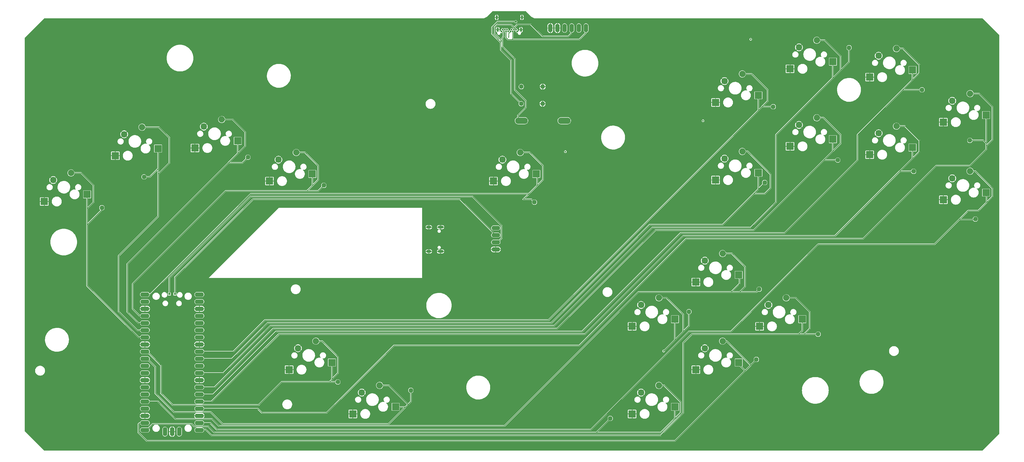
<source format=gbl>
%TF.GenerationSoftware,KiCad,Pcbnew,7.0.8*%
%TF.CreationDate,2024-02-11T15:23:41-08:00*%
%TF.ProjectId,OF1 v1,4f463120-7631-42e6-9b69-6361645f7063,rev?*%
%TF.SameCoordinates,Original*%
%TF.FileFunction,Copper,L2,Bot*%
%TF.FilePolarity,Positive*%
%FSLAX46Y46*%
G04 Gerber Fmt 4.6, Leading zero omitted, Abs format (unit mm)*
G04 Created by KiCad (PCBNEW 7.0.8) date 2024-02-11 15:23:41*
%MOMM*%
%LPD*%
G01*
G04 APERTURE LIST*
G04 Aperture macros list*
%AMOutline5P*
0 Free polygon, 5 corners , with rotation*
0 The origin of the aperture is its center*
0 number of corners: always 5*
0 $1 to $10 corner X, Y*
0 $11 Rotation angle, in degrees counterclockwise*
0 create outline with 5 corners*
4,1,5,$1,$2,$3,$4,$5,$6,$7,$8,$9,$10,$1,$2,$11*%
%AMOutline6P*
0 Free polygon, 6 corners , with rotation*
0 The origin of the aperture is its center*
0 number of corners: always 6*
0 $1 to $12 corner X, Y*
0 $13 Rotation angle, in degrees counterclockwise*
0 create outline with 6 corners*
4,1,6,$1,$2,$3,$4,$5,$6,$7,$8,$9,$10,$11,$12,$1,$2,$13*%
%AMOutline7P*
0 Free polygon, 7 corners , with rotation*
0 The origin of the aperture is its center*
0 number of corners: always 7*
0 $1 to $14 corner X, Y*
0 $15 Rotation angle, in degrees counterclockwise*
0 create outline with 7 corners*
4,1,7,$1,$2,$3,$4,$5,$6,$7,$8,$9,$10,$11,$12,$13,$14,$1,$2,$15*%
%AMOutline8P*
0 Free polygon, 8 corners , with rotation*
0 The origin of the aperture is its center*
0 number of corners: always 8*
0 $1 to $16 corner X, Y*
0 $17 Rotation angle, in degrees counterclockwise*
0 create outline with 8 corners*
4,1,8,$1,$2,$3,$4,$5,$6,$7,$8,$9,$10,$11,$12,$13,$14,$15,$16,$1,$2,$17*%
G04 Aperture macros list end*
%TA.AperFunction,ComponentPad*%
%ADD10C,2.247900*%
%TD*%
%TA.AperFunction,ComponentPad*%
%ADD11C,0.300000*%
%TD*%
%TA.AperFunction,SMDPad,CuDef*%
%ADD12R,2.550000X2.500000*%
%TD*%
%TA.AperFunction,ComponentPad*%
%ADD13O,3.048000X1.524000*%
%TD*%
%TA.AperFunction,ComponentPad*%
%ADD14Outline8P,-0.762000X0.381000X-0.381000X0.762000X0.381000X0.762000X0.762000X0.381000X0.762000X-0.381000X0.381000X-0.762000X-0.381000X-0.762000X-0.762000X-0.381000X0.000000*%
%TD*%
%TA.AperFunction,ComponentPad*%
%ADD15O,4.495800X2.247900*%
%TD*%
%TA.AperFunction,ComponentPad*%
%ADD16C,0.650000*%
%TD*%
%TA.AperFunction,ComponentPad*%
%ADD17O,0.750000X1.500000*%
%TD*%
%TA.AperFunction,ComponentPad*%
%ADD18C,1.600000*%
%TD*%
%TA.AperFunction,ComponentPad*%
%ADD19O,1.600000X1.600000*%
%TD*%
%TA.AperFunction,ComponentPad*%
%ADD20O,3.200000X1.600000*%
%TD*%
%TA.AperFunction,ComponentPad*%
%ADD21O,1.600000X3.200000*%
%TD*%
%TA.AperFunction,ComponentPad*%
%ADD22R,0.800000X0.800000*%
%TD*%
%TA.AperFunction,ComponentPad*%
%ADD23O,2.100000X1.000000*%
%TD*%
%TA.AperFunction,ComponentPad*%
%ADD24O,1.800000X1.000000*%
%TD*%
%TA.AperFunction,ComponentPad*%
%ADD25O,1.524000X3.048000*%
%TD*%
%TA.AperFunction,ViaPad*%
%ADD26C,0.552400*%
%TD*%
%TA.AperFunction,ViaPad*%
%ADD27C,0.502400*%
%TD*%
%TA.AperFunction,ViaPad*%
%ADD28C,0.457200*%
%TD*%
%TA.AperFunction,ViaPad*%
%ADD29C,0.800000*%
%TD*%
%TA.AperFunction,Conductor*%
%ADD30C,0.250000*%
%TD*%
G04 APERTURE END LIST*
D10*
%TO.P,U$15,P$1,PIN2*%
%TO.N,GND*%
X279031100Y-70217600D03*
%TO.P,U$15,P$2,PIN1*%
%TO.N,/Z*%
X285381100Y-67677600D03*
D11*
%TO.P,U$15,P$3,PIN1*%
X291831100Y-76047600D03*
X291831100Y-74467600D03*
X291096100Y-75297600D03*
D12*
X291096100Y-75297600D03*
D11*
X290401100Y-76047600D03*
X290401100Y-74427600D03*
%TO.P,U$15,P$4,PIN2*%
%TO.N,GND*%
X276531100Y-78607600D03*
X276531100Y-77027600D03*
D12*
X275856100Y-77837600D03*
D11*
X275796100Y-77857600D03*
X275101100Y-78607600D03*
X275101100Y-76987600D03*
%TD*%
D10*
%TO.P,U$11,P$1,PIN2*%
%TO.N,GND*%
X279031100Y-42607600D03*
%TO.P,U$11,P$2,PIN1*%
%TO.N,/LS*%
X285381100Y-40067600D03*
D11*
%TO.P,U$11,P$3,PIN1*%
X291831100Y-48437600D03*
X291831100Y-46857600D03*
X291096100Y-47687600D03*
D12*
X291096100Y-47687600D03*
D11*
X290401100Y-48437600D03*
X290401100Y-46817600D03*
%TO.P,U$11,P$4,PIN2*%
%TO.N,GND*%
X276531100Y-50997600D03*
X276531100Y-49417600D03*
D12*
X275856100Y-50227600D03*
D11*
X275796100Y-50247600D03*
X275101100Y-50997600D03*
X275101100Y-49377600D03*
%TD*%
D10*
%TO.P,U$17,P$1,PIN2*%
%TO.N,GND*%
X217143100Y-115577600D03*
%TO.P,U$17,P$2,PIN1*%
%TO.N,/C_UP*%
X223493100Y-113037600D03*
D11*
%TO.P,U$17,P$3,PIN1*%
X229943100Y-121407600D03*
X229943100Y-119827600D03*
X229208100Y-120657600D03*
D12*
X229208100Y-120657600D03*
D11*
X228513100Y-121407600D03*
X228513100Y-119787600D03*
%TO.P,U$17,P$4,PIN2*%
%TO.N,GND*%
X214643100Y-123967600D03*
X214643100Y-122387600D03*
D12*
X213968100Y-123197600D03*
D11*
X213908100Y-123217600D03*
X213213100Y-123967600D03*
X213213100Y-122347600D03*
%TD*%
D10*
%TO.P,U$6,P$1,PIN2*%
%TO.N,GND*%
X72323100Y-146762600D03*
%TO.P,U$6,P$2,PIN1*%
%TO.N,/M1*%
X78673100Y-144222600D03*
D11*
%TO.P,U$6,P$3,PIN1*%
X85123100Y-152592600D03*
X85123100Y-151012600D03*
X84388100Y-151842600D03*
D12*
X84388100Y-151842600D03*
D11*
X83693100Y-152592600D03*
X83693100Y-150972600D03*
%TO.P,U$6,P$4,PIN2*%
%TO.N,GND*%
X69823100Y-155152600D03*
X69823100Y-153572600D03*
D12*
X69148100Y-154382600D03*
D11*
X69088100Y-154402600D03*
X68393100Y-155152600D03*
X68393100Y-153532600D03*
%TD*%
D10*
%TO.P,U$20,P$1,PIN2*%
%TO.N,GND*%
X217143100Y-146762600D03*
%TO.P,U$20,P$2,PIN1*%
%TO.N,/A*%
X223493100Y-144222600D03*
D11*
%TO.P,U$20,P$3,PIN1*%
X229943100Y-152592600D03*
X229943100Y-151012600D03*
X229208100Y-151842600D03*
D12*
X229208100Y-151842600D03*
D11*
X228513100Y-152592600D03*
X228513100Y-150972600D03*
%TO.P,U$20,P$4,PIN2*%
%TO.N,GND*%
X214643100Y-155152600D03*
X214643100Y-153572600D03*
D12*
X213968100Y-154382600D03*
D11*
X213908100Y-154402600D03*
X213213100Y-155152600D03*
X213213100Y-153532600D03*
%TD*%
D10*
%TO.P,U$10,P$1,PIN2*%
%TO.N,GND*%
X250676100Y-39632600D03*
%TO.P,U$10,P$2,PIN1*%
%TO.N,/Y*%
X257026100Y-37092600D03*
D11*
%TO.P,U$10,P$3,PIN1*%
X263476100Y-45462600D03*
X263476100Y-43882600D03*
X262741100Y-44712600D03*
D12*
X262741100Y-44712600D03*
D11*
X262046100Y-45462600D03*
X262046100Y-43842600D03*
%TO.P,U$10,P$4,PIN2*%
%TO.N,GND*%
X248176100Y-48022600D03*
X248176100Y-46442600D03*
D12*
X247501100Y-47252600D03*
D11*
X247441100Y-47272600D03*
X246746100Y-48022600D03*
X246746100Y-46402600D03*
%TD*%
D10*
%TO.P,U$13,P$1,PIN2*%
%TO.N,GND*%
X224158100Y-79237600D03*
%TO.P,U$13,P$2,PIN1*%
%TO.N,/B*%
X230508100Y-76697600D03*
D11*
%TO.P,U$13,P$3,PIN1*%
X236958100Y-85067600D03*
X236958100Y-83487600D03*
X236223100Y-84317600D03*
D12*
X236223100Y-84317600D03*
D11*
X235528100Y-85067600D03*
X235528100Y-83447600D03*
%TO.P,U$13,P$4,PIN2*%
%TO.N,GND*%
X221658100Y-87627600D03*
X221658100Y-86047600D03*
D12*
X220983100Y-86857600D03*
D11*
X220923100Y-86877600D03*
X220228100Y-87627600D03*
X220228100Y-86007600D03*
%TD*%
D10*
%TO.P,U$1,P$1,PIN2*%
%TO.N,GND*%
X-14843900Y-86877600D03*
%TO.P,U$1,P$2,PIN1*%
%TO.N,/L*%
X-8493900Y-84337600D03*
D11*
%TO.P,U$1,P$3,PIN1*%
X-2043900Y-92707600D03*
X-2043900Y-91127600D03*
X-2778900Y-91957600D03*
D12*
X-2778900Y-91957600D03*
D11*
X-3473900Y-92707600D03*
X-3473900Y-91087600D03*
%TO.P,U$1,P$4,PIN2*%
%TO.N,GND*%
X-17343900Y-95267600D03*
X-17343900Y-93687600D03*
D12*
X-18018900Y-94497600D03*
D11*
X-18078900Y-94517600D03*
X-18773900Y-95267600D03*
X-18773900Y-93647600D03*
%TD*%
D10*
%TO.P,U$21,P$1,PIN2*%
%TO.N,GND*%
X194456100Y-162532600D03*
%TO.P,U$21,P$2,PIN1*%
%TO.N,/C_DN*%
X200806100Y-159992600D03*
D11*
%TO.P,U$21,P$3,PIN1*%
X207256100Y-168362600D03*
X207256100Y-166782600D03*
X206521100Y-167612600D03*
D12*
X206521100Y-167612600D03*
D11*
X205826100Y-168362600D03*
X205826100Y-166742600D03*
%TO.P,U$21,P$4,PIN2*%
%TO.N,GND*%
X191956100Y-170922600D03*
X191956100Y-169342600D03*
D12*
X191281100Y-170152600D03*
D11*
X191221100Y-170172600D03*
X190526100Y-170922600D03*
X190526100Y-169302600D03*
%TD*%
D10*
%TO.P,U$2,P$1,PIN2*%
%TO.N,GND*%
X10436100Y-70574600D03*
%TO.P,U$2,P$2,PIN1*%
%TO.N,/LEFT*%
X16786100Y-68034600D03*
D11*
%TO.P,U$2,P$3,PIN1*%
X23236100Y-76404600D03*
X23236100Y-74824600D03*
X22501100Y-75654600D03*
D12*
X22501100Y-75654600D03*
D11*
X21806100Y-76404600D03*
X21806100Y-74784600D03*
%TO.P,U$2,P$4,PIN2*%
%TO.N,GND*%
X7936100Y-78964600D03*
X7936100Y-77384600D03*
D12*
X7261100Y-78194600D03*
D11*
X7201100Y-78214600D03*
X6506100Y-78964600D03*
X6506100Y-77344600D03*
%TD*%
D10*
%TO.P,U$4,P$1,PIN2*%
%TO.N,GND*%
X38792100Y-67848600D03*
%TO.P,U$4,P$2,PIN1*%
%TO.N,/DOWN*%
X45142100Y-65308600D03*
D11*
%TO.P,U$4,P$3,PIN1*%
X51592100Y-73678600D03*
X51592100Y-72098600D03*
X50857100Y-72928600D03*
D12*
X50857100Y-72928600D03*
D11*
X50162100Y-73678600D03*
X50162100Y-72058600D03*
%TO.P,U$4,P$4,PIN2*%
%TO.N,GND*%
X36292100Y-76238600D03*
X36292100Y-74658600D03*
D12*
X35617100Y-75468600D03*
D11*
X35557100Y-75488600D03*
X34862100Y-76238600D03*
X34862100Y-74618600D03*
%TD*%
D10*
%TO.P,U$7,P$1,PIN2*%
%TO.N,GND*%
X95011100Y-162531600D03*
%TO.P,U$7,P$2,PIN1*%
%TO.N,/M2*%
X101361100Y-159991600D03*
D11*
%TO.P,U$7,P$3,PIN1*%
X107811100Y-168361600D03*
X107811100Y-166781600D03*
X107076100Y-167611600D03*
D12*
X107076100Y-167611600D03*
D11*
X106381100Y-168361600D03*
X106381100Y-166741600D03*
%TO.P,U$7,P$4,PIN2*%
%TO.N,GND*%
X92511100Y-170921600D03*
X92511100Y-169341600D03*
D12*
X91836100Y-170151600D03*
D11*
X91776100Y-170171600D03*
X91081100Y-170921600D03*
X91081100Y-169301600D03*
%TD*%
D10*
%TO.P,U$19,P$1,PIN2*%
%TO.N,GND*%
X239800100Y-131347600D03*
%TO.P,U$19,P$2,PIN1*%
%TO.N,/C_RT*%
X246150100Y-128807600D03*
D11*
%TO.P,U$19,P$3,PIN1*%
X252600100Y-137177600D03*
X252600100Y-135597600D03*
X251865100Y-136427600D03*
D12*
X251865100Y-136427600D03*
D11*
X251170100Y-137177600D03*
X251170100Y-135557600D03*
%TO.P,U$19,P$4,PIN2*%
%TO.N,GND*%
X237300100Y-139737600D03*
X237300100Y-138157600D03*
D12*
X236625100Y-138967600D03*
D11*
X236565100Y-138987600D03*
X235870100Y-139737600D03*
X235870100Y-138117600D03*
%TD*%
D10*
%TO.P,U$5,P$1,PIN2*%
%TO.N,GND*%
X65364100Y-79611600D03*
%TO.P,U$5,P$2,PIN1*%
%TO.N,/RIGHT*%
X71714100Y-77071600D03*
D11*
%TO.P,U$5,P$3,PIN1*%
X78164100Y-85441600D03*
X78164100Y-83861600D03*
X77429100Y-84691600D03*
D12*
X77429100Y-84691600D03*
D11*
X76734100Y-85441600D03*
X76734100Y-83821600D03*
%TO.P,U$5,P$4,PIN2*%
%TO.N,GND*%
X62864100Y-88001600D03*
X62864100Y-86421600D03*
D12*
X62189100Y-87231600D03*
D11*
X62129100Y-87251600D03*
X61434100Y-88001600D03*
X61434100Y-86381600D03*
%TD*%
D10*
%TO.P,U$18,P$1,PIN2*%
%TO.N,GND*%
X194456100Y-131347600D03*
%TO.P,U$18,P$2,PIN1*%
%TO.N,/C_LT*%
X200806100Y-128807600D03*
D11*
%TO.P,U$18,P$3,PIN1*%
X207256100Y-137177600D03*
X207256100Y-135597600D03*
X206521100Y-136427600D03*
D12*
X206521100Y-136427600D03*
D11*
X205826100Y-137177600D03*
X205826100Y-135557600D03*
%TO.P,U$18,P$4,PIN2*%
%TO.N,GND*%
X191956100Y-139737600D03*
X191956100Y-138157600D03*
D12*
X191281100Y-138967600D03*
D11*
X191221100Y-138987600D03*
X190526100Y-139737600D03*
X190526100Y-138117600D03*
%TD*%
D10*
%TO.P,U$16,P$1,PIN2*%
%TO.N,GND*%
X305254100Y-86253600D03*
%TO.P,U$16,P$2,PIN1*%
%TO.N,/UP*%
X311604100Y-83713600D03*
D11*
%TO.P,U$16,P$3,PIN1*%
X318054100Y-92083600D03*
X318054100Y-90503600D03*
X317319100Y-91333600D03*
D12*
X317319100Y-91333600D03*
D11*
X316624100Y-92083600D03*
X316624100Y-90463600D03*
%TO.P,U$16,P$4,PIN2*%
%TO.N,GND*%
X302754100Y-94643600D03*
X302754100Y-93063600D03*
D12*
X302079100Y-93873600D03*
D11*
X302019100Y-93893600D03*
X301324100Y-94643600D03*
X301324100Y-93023600D03*
%TD*%
D10*
%TO.P,U$12,P$1,PIN2*%
%TO.N,GND*%
X305254100Y-58643600D03*
%TO.P,U$12,P$2,PIN1*%
%TO.N,/MS*%
X311604100Y-56103600D03*
D11*
%TO.P,U$12,P$3,PIN1*%
X318054100Y-64473600D03*
X318054100Y-62893600D03*
X317319100Y-63723600D03*
D12*
X317319100Y-63723600D03*
D11*
X316624100Y-64473600D03*
X316624100Y-62853600D03*
%TO.P,U$12,P$4,PIN2*%
%TO.N,GND*%
X302754100Y-67033600D03*
X302754100Y-65453600D03*
D12*
X302079100Y-66263600D03*
D11*
X302019100Y-66283600D03*
X301324100Y-67033600D03*
X301324100Y-65413600D03*
%TD*%
D10*
%TO.P,U$9,P$1,PIN2*%
%TO.N,GND*%
X224158100Y-51628600D03*
%TO.P,U$9,P$2,PIN1*%
%TO.N,/R*%
X230508100Y-49088600D03*
D11*
%TO.P,U$9,P$3,PIN1*%
X236958100Y-57458600D03*
X236958100Y-55878600D03*
X236223100Y-56708600D03*
D12*
X236223100Y-56708600D03*
D11*
X235528100Y-57458600D03*
X235528100Y-55838600D03*
%TO.P,U$9,P$4,PIN2*%
%TO.N,GND*%
X221658100Y-60018600D03*
X221658100Y-58438600D03*
D12*
X220983100Y-59248600D03*
D11*
X220923100Y-59268600D03*
X220228100Y-60018600D03*
X220228100Y-58398600D03*
%TD*%
D10*
%TO.P,U$14,P$1,PIN2*%
%TO.N,GND*%
X250676100Y-67242600D03*
%TO.P,U$14,P$2,PIN1*%
%TO.N,/X*%
X257026100Y-64702600D03*
D11*
%TO.P,U$14,P$3,PIN1*%
X263476100Y-73072600D03*
X263476100Y-71492600D03*
X262741100Y-72322600D03*
D12*
X262741100Y-72322600D03*
D11*
X262046100Y-73072600D03*
X262046100Y-71452600D03*
%TO.P,U$14,P$4,PIN2*%
%TO.N,GND*%
X248176100Y-75632600D03*
X248176100Y-74052600D03*
D12*
X247501100Y-74862600D03*
D11*
X247441100Y-74882600D03*
X246746100Y-75632600D03*
X246746100Y-74012600D03*
%TD*%
D10*
%TO.P,U$8,P$1,PIN2*%
%TO.N,GND*%
X145096100Y-79611600D03*
%TO.P,U$8,P$2,PIN1*%
%TO.N,/START*%
X151446100Y-77071600D03*
D11*
%TO.P,U$8,P$3,PIN1*%
X157896100Y-85441600D03*
X157896100Y-83861600D03*
X157161100Y-84691600D03*
D12*
X157161100Y-84691600D03*
D11*
X156466100Y-85441600D03*
X156466100Y-83821600D03*
%TO.P,U$8,P$4,PIN2*%
%TO.N,GND*%
X142596100Y-88001600D03*
X142596100Y-86421600D03*
D12*
X141921100Y-87231600D03*
D11*
X141861100Y-87251600D03*
X141166100Y-88001600D03*
X141166100Y-86381600D03*
%TD*%
D13*
%TO.P,J4,1,1*%
%TO.N,GND*%
X142745065Y-111563600D03*
%TO.P,J4,2,2*%
%TO.N,/D+*%
X142745065Y-109023600D03*
%TO.P,J4,3,3*%
%TO.N,/D-*%
X142745065Y-106483600D03*
%TO.P,J4,4,4*%
%TO.N,+5V*%
X142745065Y-103943600D03*
%TD*%
D14*
%TO.P,JP11,1,1*%
%TO.N,/X*%
X264501100Y-79753600D03*
%TD*%
%TO.P,JP10,1,1*%
%TO.N,/B*%
X238501100Y-87753600D03*
%TD*%
%TO.P,JP5,1,1*%
%TO.N,/RIGHT*%
X81501100Y-88753600D03*
%TD*%
D15*
%TO.P,D1,A,A*%
%TO.N,V+*%
X151881100Y-65753600D03*
%TO.P,D1,C,C*%
%TO.N,VCC*%
X167121100Y-65753600D03*
%TD*%
D14*
%TO.P,JP18,1,1*%
%TO.N,/C_LT*%
X211501100Y-133753600D03*
%TD*%
%TO.P,JP6,1,1*%
%TO.N,/M1*%
X86501100Y-158753600D03*
%TD*%
%TO.P,JP14,1,1*%
%TO.N,/MS*%
X311501100Y-72753600D03*
%TD*%
%TO.P,JP4,1,1*%
%TO.N,/DOWN*%
X54501100Y-78753600D03*
%TD*%
%TO.P,JP9,1,1*%
%TO.N,/R*%
X241501100Y-60753600D03*
%TD*%
D16*
%TO.P,J2,B1,GNDB*%
%TO.N,GND*%
X144768981Y-33943600D03*
%TO.P,J2,B2,TX2+*%
%TO.N,V+*%
X145168981Y-33243600D03*
%TO.P,J2,B3,TX2-*%
%TO.N,unconnected-(J2-PadB3)*%
X145968981Y-33243600D03*
%TO.P,J2,B4,B_VBUS*%
%TO.N,+5V*%
X146368981Y-33943600D03*
%TO.P,J2,B5,CC2*%
%TO.N,Net-(J2-PadB5)*%
X146768981Y-33243600D03*
%TO.P,J2,B6,DB+*%
%TO.N,/D+*%
X147168981Y-33943600D03*
%TO.P,J2,B7,DB-*%
%TO.N,/D-*%
X147968981Y-33943600D03*
%TO.P,J2,B8,SBU2*%
%TO.N,unconnected-(J2-PadB8)*%
X148368981Y-33243600D03*
%TO.P,J2,B9,B_VBUS*%
%TO.N,+5V*%
X148768981Y-33943600D03*
%TO.P,J2,B10,RX1-*%
%TO.N,unconnected-(J2-PadB10)*%
X149168981Y-33243600D03*
%TO.P,J2,B11,RX1+*%
%TO.N,/DATA*%
X149968981Y-33243600D03*
%TO.P,J2,B12,GNDB*%
%TO.N,GND*%
X150368981Y-33943600D03*
D17*
%TO.P,J2,SHIELD1,SHIELD*%
X151698981Y-33343600D03*
%TO.P,J2,SHIELD2,SHIELD*%
X143438981Y-33343600D03*
%TO.P,J2,SHIELD3,SHIELD*%
X152058981Y-28953600D03*
%TO.P,J2,SHIELD4,SHIELD*%
X143078981Y-28953600D03*
%TD*%
D14*
%TO.P,JP16,1,1*%
%TO.N,/Z*%
X291501100Y-83753600D03*
%TD*%
%TO.P,JP20,1,1*%
%TO.N,/A*%
X235501100Y-150753600D03*
%TD*%
%TO.P,JP13,1,1*%
%TO.N,/LS*%
X294501100Y-54753600D03*
%TD*%
%TO.P,JP17,1,1*%
%TO.N,/C_UP*%
X236501100Y-125753600D03*
%TD*%
%TO.P,JP12,1,1*%
%TO.N,/Y*%
X268501100Y-39753600D03*
%TD*%
D18*
%TO.P,R3,1*%
%TO.N,Net-(J2-PadB5)*%
X151781476Y-59692391D03*
D19*
%TO.P,R3,2*%
%TO.N,GND*%
X159401476Y-59692391D03*
%TD*%
D20*
%TO.P,J1,3V3,3V3*%
%TO.N,unconnected-(J1-Pad3V3)*%
X37191100Y-137783600D03*
%TO.P,J1,3V3_EN,3V3_EN*%
%TO.N,unconnected-(J1-Pad3V3_EN)*%
X37191100Y-135243600D03*
%TO.P,J1,ADC_VREF,ADC_VREF*%
%TO.N,unconnected-(J1-PadADC_VREF)*%
X37191100Y-140323600D03*
%TO.P,J1,AGND,AGND*%
%TO.N,GND*%
X37191100Y-145403600D03*
%TO.P,J1,GND@1,GND*%
X17811100Y-132703600D03*
%TO.P,J1,GND@2,GND*%
X17811100Y-145403600D03*
%TO.P,J1,GND@3,GND*%
X17811100Y-158103600D03*
%TO.P,J1,GND@4,GND*%
X17811100Y-170803600D03*
D21*
%TO.P,J1,GND@5,GND*%
X27501100Y-176453600D03*
D20*
%TO.P,J1,GND@6,GND*%
X37191100Y-170803600D03*
%TO.P,J1,GND@7,GND*%
X37191100Y-158103600D03*
%TO.P,J1,GND@8,GND*%
X37191100Y-132703600D03*
%TO.P,J1,GP0,GP0*%
%TO.N,/START*%
X17811100Y-127623600D03*
%TO.P,J1,GP1,GP1*%
%TO.N,unconnected-(J1-PadGP1)*%
X17811100Y-130163600D03*
%TO.P,J1,GP2,GP2*%
%TO.N,/RIGHT*%
X17811100Y-135243600D03*
%TO.P,J1,GP3,GP3*%
%TO.N,/DOWN*%
X17811100Y-137783600D03*
%TO.P,J1,GP4,GP4*%
%TO.N,/LEFT*%
X17811100Y-140323600D03*
%TO.P,J1,GP5,GP5*%
%TO.N,/L*%
X17811100Y-142863600D03*
%TO.P,J1,GP6,GP6*%
%TO.N,/M1*%
X17811100Y-147943600D03*
%TO.P,J1,GP7,GP7*%
%TO.N,/M2*%
X17811100Y-150483600D03*
%TO.P,J1,GP8,GP8*%
%TO.N,unconnected-(J1-PadGP8)*%
X17811100Y-153023600D03*
%TO.P,J1,GP9,GP9*%
%TO.N,unconnected-(J1-PadGP9)*%
X17811100Y-155563600D03*
%TO.P,J1,GP10,GP10*%
%TO.N,unconnected-(J1-PadGP10)*%
X17811100Y-160643600D03*
%TO.P,J1,GP11,GP11*%
%TO.N,unconnected-(J1-PadGP11)*%
X17811100Y-163183600D03*
%TO.P,J1,GP12,GP12*%
%TO.N,/C_UP*%
X17811100Y-165723600D03*
%TO.P,J1,GP13,GP13*%
%TO.N,/C_LT*%
X17811100Y-168263600D03*
%TO.P,J1,GP14,GP14*%
%TO.N,/A*%
X17811100Y-173343600D03*
%TO.P,J1,GP15,GP15*%
%TO.N,/C_DN*%
X17811100Y-175883600D03*
%TO.P,J1,GP16,GP16*%
%TO.N,/C_RT*%
X37191100Y-175883600D03*
%TO.P,J1,GP17,GP17*%
%TO.N,/UP*%
X37191100Y-173343600D03*
%TO.P,J1,GP18,GP18*%
%TO.N,/MS*%
X37191100Y-168263600D03*
%TO.P,J1,GP19,GP19*%
%TO.N,/Z*%
X37191100Y-165723600D03*
%TO.P,J1,GP20,GP20*%
%TO.N,/LS*%
X37191100Y-163183600D03*
%TO.P,J1,GP21,GP21*%
%TO.N,/X*%
X37191100Y-160643600D03*
%TO.P,J1,GP22,GP22*%
%TO.N,/Y*%
X37191100Y-155563600D03*
%TO.P,J1,GP26_A0,GP26_A0*%
%TO.N,/B*%
X37191100Y-150483600D03*
%TO.P,J1,GP27_A1,GP27_A1*%
%TO.N,/R*%
X37191100Y-147943600D03*
%TO.P,J1,GP28_A2,GP28_A2*%
%TO.N,/DATA*%
X37191100Y-142863600D03*
%TO.P,J1,RUN,RUN*%
%TO.N,unconnected-(J1-PadRUN)*%
X37191100Y-153023600D03*
D21*
%TO.P,J1,SWCLK,SWCLK*%
%TO.N,unconnected-(J1-PadSWCLK)*%
X24961100Y-176453600D03*
%TO.P,J1,SWDIO,SWDIO*%
%TO.N,unconnected-(J1-PadSWDIO)*%
X30041100Y-176453600D03*
D22*
%TO.P,J1,TP2,D+*%
%TO.N,/D-*%
X28501100Y-127453600D03*
%TO.P,J1,TP3,D-*%
%TO.N,/D+*%
X26501100Y-127453600D03*
D20*
%TO.P,J1,VBUS,VBUS*%
%TO.N,+5V*%
X37191100Y-127623600D03*
%TO.P,J1,VSYS,VSYS*%
%TO.N,VCC*%
X37191100Y-130163600D03*
%TD*%
D14*
%TO.P,JP15,1,1*%
%TO.N,/UP*%
X313501100Y-100753600D03*
%TD*%
%TO.P,JP7,1,1*%
%TO.N,/M2*%
X112501100Y-161753600D03*
%TD*%
D23*
%TO.P,J5,SHIELD1,SHIELD*%
%TO.N,GND*%
X123079393Y-103651075D03*
D24*
%TO.P,J5,SHIELD2,SHIELD*%
X118899393Y-103651075D03*
D23*
%TO.P,J5,SHIELD3,SHIELD*%
X123079393Y-112291075D03*
D24*
%TO.P,J5,SHIELD4,SHIELD*%
X118899393Y-112291075D03*
%TD*%
D14*
%TO.P,JP2,1,1*%
%TO.N,/L*%
X2501100Y-96753600D03*
%TD*%
%TO.P,JP8,1,1*%
%TO.N,/START*%
X156501100Y-94753600D03*
%TD*%
%TO.P,JP21,1,1*%
%TO.N,/C_DN*%
X183501100Y-171753600D03*
%TD*%
%TO.P,JP19,1,1*%
%TO.N,/C_RT*%
X257501100Y-141753600D03*
%TD*%
D25*
%TO.P,J3,1,1*%
%TO.N,GND*%
X162151100Y-32753600D03*
%TO.P,J3,2,2*%
X164691100Y-32753600D03*
%TO.P,J3,3,3*%
%TO.N,VCC*%
X167231100Y-32753600D03*
%TO.P,J3,4,4*%
%TO.N,/DATA*%
X169771100Y-32753600D03*
%TO.P,J3,5,5*%
%TO.N,V+*%
X172311100Y-32753600D03*
%TO.P,J3,6,6*%
%TO.N,+5V*%
X174851100Y-32753600D03*
%TD*%
D18*
%TO.P,R1,1*%
%TO.N,Net-(J2-PadA5)*%
X151826963Y-53595091D03*
D19*
%TO.P,R1,2*%
%TO.N,GND*%
X159446963Y-53595091D03*
%TD*%
D14*
%TO.P,JP3,1,1*%
%TO.N,/LEFT*%
X17501100Y-85753600D03*
%TD*%
D26*
%TO.N,*%
X167501100Y-76753600D03*
X216501100Y-65753600D03*
X233501100Y-36753600D03*
%TO.N,GND*%
X273501100Y-102753600D03*
X149501100Y-151753600D03*
D27*
X248501100Y-149753600D03*
D26*
X20501100Y-110753600D03*
X146271971Y-38412382D03*
X311501100Y-42753600D03*
D27*
X266501100Y-121753600D03*
D26*
X-22498900Y-128753600D03*
X134501100Y-103753600D03*
X29501100Y-60753600D03*
X41501100Y-145753600D03*
X303501100Y-49753600D03*
X317501100Y-97753600D03*
X235501100Y-72753600D03*
X184501100Y-56753600D03*
X263501100Y-62753600D03*
D27*
X150705187Y-32589207D03*
D26*
X237501100Y-93753600D03*
X200501100Y-72753600D03*
X241501100Y-112753600D03*
X152501100Y-42753600D03*
X312501100Y-35753600D03*
X158501100Y-39753600D03*
X248501100Y-80753600D03*
X501100Y-75753600D03*
D27*
X135501100Y-111753600D03*
D26*
X96501100Y-125753600D03*
X9501100Y-50753600D03*
X13501100Y-170753600D03*
X-19498900Y-115753600D03*
X189501100Y-174753600D03*
X277501100Y-55753600D03*
X49501100Y-137753600D03*
D27*
X303501100Y-137753600D03*
D26*
X-2498900Y-166753600D03*
X40501100Y-170753600D03*
X41501100Y-157753600D03*
X95501100Y-75753600D03*
X100501100Y-41753600D03*
X-11498900Y-175753600D03*
X53501100Y-38753600D03*
X-17498900Y-75753600D03*
X7501100Y-38753600D03*
X47501100Y-107753600D03*
X300501100Y-38753600D03*
X273501100Y-86753600D03*
X38501100Y-123753600D03*
X14501100Y-131753600D03*
X-18498900Y-99753600D03*
X8501100Y-59753600D03*
X216501100Y-93753600D03*
D27*
X265501100Y-172753600D03*
X280501100Y-133753600D03*
D26*
X162501100Y-49753600D03*
X-15498900Y-164753600D03*
X280501100Y-34753600D03*
D27*
X238501100Y-164753600D03*
D26*
X-9498900Y-61753600D03*
X149501100Y-37753600D03*
X171128412Y-35252982D03*
X199501100Y-146753600D03*
X146501100Y-111753600D03*
X235501100Y-121753600D03*
X159501100Y-33753600D03*
X34501100Y-96753600D03*
X121501100Y-167753600D03*
D27*
X287501100Y-120753600D03*
D26*
X85501100Y-170753600D03*
X291501100Y-62753600D03*
X202501100Y-53753600D03*
X-12498900Y-122753600D03*
D27*
X290501100Y-170753600D03*
D26*
X257501100Y-87753600D03*
X49501100Y-126753600D03*
X81501100Y-41753600D03*
X232501100Y-139753600D03*
X187501100Y-41753600D03*
D27*
X269501100Y-144753600D03*
D26*
X203501100Y-156753600D03*
D27*
X126501100Y-100753600D03*
D26*
X108501100Y-68753600D03*
D27*
X158501100Y-30753600D03*
X309501100Y-114753600D03*
D26*
X12501100Y-144753600D03*
X166501100Y-167753600D03*
X246501100Y-52753600D03*
X301501100Y-71753600D03*
X-17498900Y-50753600D03*
X112501100Y-151753600D03*
D27*
X223501100Y-175753600D03*
D26*
X245501100Y-99753600D03*
D27*
X119501100Y-115753600D03*
D26*
X215501100Y-161753600D03*
X182501100Y-152753600D03*
X4501100Y-173753600D03*
X-2498900Y-157753600D03*
X91501100Y-85753600D03*
D27*
X306501100Y-159753600D03*
D26*
X159501100Y-107753600D03*
X44501100Y-97753600D03*
X231501100Y-99753600D03*
X79501100Y-67753600D03*
X153501100Y-33753600D03*
X125501100Y-90753600D03*
X8501100Y-85753600D03*
D27*
X120501100Y-100753600D03*
D26*
X125501100Y-77753600D03*
X139501100Y-33753600D03*
X294501100Y-100753600D03*
X107501100Y-125753600D03*
X19501100Y-121753600D03*
X142501100Y-36753600D03*
X167501100Y-92753600D03*
X95501100Y-59753600D03*
X46501100Y-55753600D03*
X77501100Y-132753600D03*
X52501100Y-85753600D03*
X139501100Y-56753600D03*
X62501100Y-157753600D03*
D27*
X126501100Y-114753600D03*
D26*
X34501100Y-80753600D03*
X167501100Y-118753600D03*
X146501100Y-75753600D03*
X126501100Y-40753600D03*
X208501100Y-40753600D03*
X231501100Y-146753600D03*
X206501100Y-124753600D03*
X-4498900Y-134753600D03*
X-9498900Y-42753600D03*
X256501100Y-134753600D03*
X148501100Y-129753600D03*
X181501100Y-103753600D03*
X136501100Y-70753600D03*
X32501100Y-109753600D03*
X149501100Y-99753600D03*
X109501100Y-86753600D03*
X40501100Y-132753600D03*
X92501100Y-149753600D03*
X286501100Y-89753600D03*
%TO.N,/C_LT*%
X202501100Y-147753600D03*
D28*
%TO.N,/DATA*%
X144320628Y-36764479D03*
%TO.N,/D-*%
X147326196Y-36001204D03*
D29*
%TO.N,Net-(J2-PadB5)*%
X149860000Y-30480000D03*
%TD*%
D30*
%TO.N,+5V*%
X172451353Y-36803347D02*
X174851100Y-34403600D01*
X148768981Y-33943600D02*
X148768981Y-36535466D01*
X146368981Y-33943600D02*
X146368981Y-36137197D01*
X148768981Y-36535466D02*
X148501100Y-36803347D01*
X148501100Y-36803347D02*
X172451353Y-36803347D01*
X147035131Y-36803347D02*
X148501100Y-36803347D01*
X146368981Y-36137197D02*
X147035131Y-36803347D01*
X174851100Y-34403600D02*
X174851100Y-32753600D01*
%TO.N,/START*%
X152501100Y-93753600D02*
X154501100Y-91753600D01*
X55501100Y-91753600D02*
X19631100Y-127623600D01*
X157501100Y-85031600D02*
X157161100Y-84691600D01*
X159501100Y-81753600D02*
X154819100Y-77071600D01*
X154819100Y-77071600D02*
X151446100Y-77071600D01*
X159501100Y-86753600D02*
X159501100Y-81753600D01*
X154501100Y-91753600D02*
X55501100Y-91753600D01*
X156501100Y-94753600D02*
X155501100Y-93753600D01*
X157501100Y-88753600D02*
X159501100Y-86753600D01*
X155501100Y-93753600D02*
X152501100Y-93753600D01*
X18611100Y-127623600D02*
X19631100Y-127623600D01*
X157501100Y-88753600D02*
X157501100Y-85031600D01*
X154501100Y-91753600D02*
X157501100Y-88753600D01*
%TO.N,/RIGHT*%
X81501100Y-88753600D02*
X79501100Y-90753600D01*
X77501100Y-88753600D02*
X79501100Y-86753600D01*
X79501100Y-81753600D02*
X74819100Y-77071600D01*
X15974813Y-135243600D02*
X18611100Y-135243600D01*
X77501100Y-84763600D02*
X77501100Y-88753600D01*
X75501100Y-90753600D02*
X46501100Y-90753600D01*
X13501100Y-132769888D02*
X15974813Y-135243600D01*
X79501100Y-86753600D02*
X79501100Y-81753600D01*
X13501100Y-123753600D02*
X13501100Y-132769888D01*
X75501100Y-90753600D02*
X77501100Y-88753600D01*
X74819100Y-77071600D02*
X71714100Y-77071600D01*
X77501100Y-84763600D02*
X77429100Y-84691600D01*
X46501100Y-90753600D02*
X13501100Y-123753600D01*
X79501100Y-90753600D02*
X75501100Y-90753600D01*
%TO.N,/DOWN*%
X49056100Y-65308600D02*
X45142100Y-65308600D01*
X53501100Y-74753600D02*
X53501100Y-69753600D01*
X53501100Y-69753600D02*
X49056100Y-65308600D01*
X50857100Y-72928600D02*
X50857100Y-77397600D01*
X47501100Y-80753600D02*
X11501100Y-116753600D01*
X11501100Y-116753600D02*
X11501100Y-133753600D01*
X15531100Y-137783600D02*
X18611100Y-137783600D01*
X11501100Y-133753600D02*
X15531100Y-137783600D01*
X50857100Y-77397600D02*
X47501100Y-80753600D01*
X52501100Y-80753600D02*
X47501100Y-80753600D01*
X50857100Y-77397600D02*
X53501100Y-74753600D01*
X54501100Y-78753600D02*
X52501100Y-80753600D01*
%TO.N,/LEFT*%
X8501100Y-113753600D02*
X8501100Y-133753600D01*
X19501100Y-85753600D02*
X17501100Y-85753600D01*
X22782100Y-68034600D02*
X26501100Y-71753600D01*
X15079054Y-140331553D02*
X18603147Y-140331553D01*
X26501100Y-80753600D02*
X22501100Y-84753600D01*
X8501100Y-113753600D02*
X22501100Y-99753600D01*
X26501100Y-71753600D02*
X26501100Y-80753600D01*
X22501100Y-99753600D02*
X22501100Y-84753600D01*
X8501100Y-133753600D02*
X15079054Y-140331553D01*
X22501100Y-82753600D02*
X22501100Y-75654600D01*
X22501100Y-82753600D02*
X19501100Y-85753600D01*
X18603147Y-140331553D02*
X18611100Y-140323600D01*
X22501100Y-84753600D02*
X22501100Y-82753600D01*
X16786100Y-68034600D02*
X22782100Y-68034600D01*
%TO.N,/L*%
X-2778900Y-91957600D02*
X-2778900Y-97033600D01*
X-498900Y-88753600D02*
X-4914900Y-84337600D01*
X-2778900Y-100753600D02*
X-2778900Y-102753600D01*
X-2778900Y-124473600D02*
X15611100Y-142863600D01*
X2501100Y-97473600D02*
X-2778900Y-102753600D01*
X15611100Y-142863600D02*
X18611100Y-142863600D01*
X-2778900Y-102753600D02*
X-2778900Y-124473600D01*
X-2778900Y-97033600D02*
X-498900Y-94753600D01*
X-498900Y-94753600D02*
X-498900Y-88753600D01*
X2501100Y-96753600D02*
X2501100Y-97473600D01*
X-2778900Y-100753600D02*
X-2778900Y-97033600D01*
X-4914900Y-84337600D02*
X-8493900Y-84337600D01*
%TO.N,/M1*%
X86501100Y-155640600D02*
X86501100Y-149753600D01*
X66501100Y-158753600D02*
X58273166Y-166981534D01*
X23501100Y-162753600D02*
X23501100Y-152833600D01*
X84388100Y-151842600D02*
X84388100Y-157753600D01*
X80970100Y-144222600D02*
X78673100Y-144222600D01*
X84388100Y-157866600D02*
X83501100Y-158753600D01*
X27729035Y-166981534D02*
X23501100Y-162753600D01*
X83501100Y-158753600D02*
X66501100Y-158753600D01*
X23501100Y-152833600D02*
X18611100Y-147943600D01*
X58273166Y-166981534D02*
X27729035Y-166981534D01*
X84388100Y-157753600D02*
X84388100Y-157866600D01*
X86501100Y-149753600D02*
X80970100Y-144222600D01*
X84388100Y-157753600D02*
X86501100Y-155640600D01*
X86501100Y-158753600D02*
X83501100Y-158753600D01*
%TO.N,/C_UP*%
X145828100Y-174426600D02*
X193501100Y-126753600D01*
X226785100Y-113037600D02*
X231501100Y-117753600D01*
X229501100Y-126753600D02*
X231501100Y-124753600D01*
X229501100Y-120950600D02*
X229208100Y-120657600D01*
X18611100Y-165723600D02*
X22471100Y-165723600D01*
X145828100Y-174426600D02*
X44174100Y-174426600D01*
X226501100Y-126753600D02*
X229501100Y-123753600D01*
X28717532Y-171970031D02*
X22471100Y-165723600D01*
X229501100Y-126753600D02*
X226501100Y-126753600D01*
X229501100Y-123753600D02*
X229501100Y-120950600D01*
X223493100Y-113037600D02*
X226785100Y-113037600D01*
X44174100Y-174426600D02*
X41717532Y-171970031D01*
X235501100Y-126753600D02*
X229501100Y-126753600D01*
X236501100Y-125753600D02*
X235501100Y-126753600D01*
X231501100Y-117753600D02*
X231501100Y-124753600D01*
X41717532Y-171970031D02*
X28717532Y-171970031D01*
X193501100Y-126753600D02*
X226501100Y-126753600D01*
%TO.N,/C_LT*%
X211501100Y-133753600D02*
X211501100Y-138753600D01*
X203555100Y-128807600D02*
X200806100Y-128807600D01*
X209501100Y-134753600D02*
X203555100Y-128807600D01*
X206521100Y-136427600D02*
X206521100Y-143733600D01*
X211501100Y-138753600D02*
X209501100Y-140753600D01*
X209501100Y-140753600D02*
X209501100Y-134753600D01*
X209501100Y-140753600D02*
X206521100Y-143733600D01*
X206521100Y-143733600D02*
X202501100Y-147753600D01*
%TO.N,/A*%
X206501100Y-179753600D02*
X18501100Y-179753600D01*
X229208100Y-152460600D02*
X229208100Y-151842600D01*
X233501100Y-152753600D02*
X224970100Y-144222600D01*
X18501100Y-179753600D02*
X15501100Y-176753600D01*
X231501100Y-154753600D02*
X229208100Y-152460600D01*
X15501100Y-176753600D02*
X15501100Y-173753600D01*
X233501100Y-152753600D02*
X231501100Y-154753600D01*
X235501100Y-150753600D02*
X233501100Y-152753600D01*
X224970100Y-144222600D02*
X223493100Y-144222600D01*
X231501100Y-154753600D02*
X206501100Y-179753600D01*
X15501100Y-173753600D02*
X15911100Y-173343600D01*
X15911100Y-173343600D02*
X18611100Y-173343600D01*
%TO.N,/C_DN*%
X20501100Y-173753600D02*
X34501100Y-173753600D01*
X183501100Y-171753600D02*
X178501100Y-176753600D01*
X178501100Y-176753600D02*
X201501100Y-176753600D01*
X206521100Y-167612600D02*
X206521100Y-171733600D01*
X42501100Y-176753600D02*
X178501100Y-176753600D01*
X40375079Y-174627578D02*
X42501100Y-176753600D01*
X18611100Y-175883600D02*
X18611100Y-175643600D01*
X20501100Y-173753600D02*
X18611100Y-175643600D01*
X202740100Y-159992600D02*
X200806100Y-159992600D01*
X208501100Y-165753600D02*
X202740100Y-159992600D01*
X206521100Y-171733600D02*
X208501100Y-169753600D01*
X34501100Y-173753600D02*
X35375079Y-174627578D01*
X35375079Y-174627578D02*
X40375079Y-174627578D01*
X201501100Y-176753600D02*
X206521100Y-171733600D01*
X208501100Y-169753600D02*
X208501100Y-165753600D01*
%TO.N,/C_RT*%
X251859096Y-136433604D02*
X251865100Y-136427600D01*
X251859096Y-140395603D02*
X251859096Y-136433604D01*
X252501100Y-141753600D02*
X254501100Y-139753600D01*
X209501100Y-144753600D02*
X209501100Y-169753600D01*
X249555100Y-128807600D02*
X246150100Y-128807600D01*
X209501100Y-169753600D02*
X201501100Y-177753600D01*
X257501100Y-141753600D02*
X252501100Y-141753600D01*
X39501100Y-175753600D02*
X36521100Y-175753600D01*
X41501100Y-177753600D02*
X39501100Y-175753600D01*
X250501100Y-141753600D02*
X212501100Y-141753600D01*
X252501100Y-141753600D02*
X250501100Y-141753600D01*
X36521100Y-175753600D02*
X36391100Y-175883600D01*
X212501100Y-141753600D02*
X209501100Y-144753600D01*
X201501100Y-177753600D02*
X41501100Y-177753600D01*
X254501100Y-133753600D02*
X249555100Y-128807600D01*
X250501100Y-141753600D02*
X251859096Y-140395603D01*
X251859096Y-140395603D02*
X251865100Y-140389600D01*
X254501100Y-139753600D02*
X254501100Y-133753600D01*
%TO.N,/UP*%
X317501100Y-91515600D02*
X317501100Y-94753600D01*
X307700100Y-100952600D02*
X310899100Y-97753600D01*
X317501100Y-94753600D02*
X319501100Y-92753600D01*
X43501100Y-175753600D02*
X176501100Y-175753600D01*
X313461100Y-83713600D02*
X311604100Y-83713600D01*
X319501100Y-92753600D02*
X319501100Y-89753600D01*
X257501100Y-109753600D02*
X226501100Y-140753600D01*
X314501100Y-97753600D02*
X317501100Y-94753600D01*
X313302100Y-100952600D02*
X307700100Y-100952600D01*
X211501100Y-140753600D02*
X176501100Y-175753600D01*
X36391100Y-173343600D02*
X41091100Y-173343600D01*
X313501100Y-100753600D02*
X313302100Y-100952600D01*
X41091100Y-173343600D02*
X43501100Y-175753600D01*
X310899100Y-97753600D02*
X314501100Y-97753600D01*
X307700100Y-100952600D02*
X298899100Y-109753600D01*
X319501100Y-89753600D02*
X313461100Y-83713600D01*
X226501100Y-140753600D02*
X211501100Y-140753600D01*
X298899100Y-109753600D02*
X257501100Y-109753600D01*
X36392266Y-173344765D02*
X36391100Y-173343600D01*
X317501100Y-91515600D02*
X317319100Y-91333600D01*
%TO.N,/MS*%
X317319100Y-74753600D02*
X317319100Y-75935600D01*
X317319100Y-63723600D02*
X317319100Y-73753600D01*
X58011100Y-168263600D02*
X59501100Y-169753600D01*
X273501100Y-107753600D02*
X210501100Y-107753600D01*
X36391100Y-168263600D02*
X58011100Y-168263600D01*
X311501100Y-72753600D02*
X316319100Y-72753600D01*
X311501100Y-81753600D02*
X299501100Y-81753600D01*
X317319100Y-74753600D02*
X319501100Y-72571600D01*
X316319100Y-72753600D02*
X317319100Y-73753600D01*
X172501100Y-145753600D02*
X210501100Y-107753600D01*
X106501100Y-145753600D02*
X172501100Y-145753600D01*
X319501100Y-60753600D02*
X314851100Y-56103600D01*
X317319100Y-73753600D02*
X317319100Y-74753600D01*
X299501100Y-81753600D02*
X273501100Y-107753600D01*
X59501100Y-169753600D02*
X82501100Y-169753600D01*
X314851100Y-56103600D02*
X311604100Y-56103600D01*
X319501100Y-72571600D02*
X319501100Y-60753600D01*
X82501100Y-169753600D02*
X106501100Y-145753600D01*
X317319100Y-75935600D02*
X311501100Y-81753600D01*
%TO.N,/Z*%
X288425100Y-67677600D02*
X285381100Y-67677600D01*
X293501100Y-72753600D02*
X288425100Y-67677600D01*
X36391100Y-165723600D02*
X41531100Y-165723600D01*
X209501100Y-106753600D02*
X263501100Y-106753600D01*
X293501100Y-72753600D02*
X293501100Y-76753600D01*
X41531100Y-165723600D02*
X65501100Y-141753600D01*
X263501100Y-106753600D02*
X286501100Y-83753600D01*
X293501100Y-76753600D02*
X291096100Y-79158600D01*
X286501100Y-83753600D02*
X291096100Y-79158600D01*
X65501100Y-141753600D02*
X174501100Y-141753600D01*
X174501100Y-141753600D02*
X209501100Y-106753600D01*
X291501100Y-83753600D02*
X286501100Y-83753600D01*
X291096100Y-75297600D02*
X291096100Y-79158600D01*
%TO.N,V+*%
X145168981Y-33326075D02*
X145501100Y-33658194D01*
X153440053Y-60999854D02*
X153440053Y-58689902D01*
X145127793Y-39331838D02*
X149501100Y-43705144D01*
X150664764Y-63775143D02*
X153440053Y-60999854D01*
X145168981Y-33243600D02*
X145164881Y-33247700D01*
X145127793Y-36126907D02*
X145127793Y-39331838D01*
X149501100Y-43705144D02*
X149501100Y-54750949D01*
X145501100Y-35753600D02*
X145127793Y-36126907D01*
X150664764Y-64537264D02*
X150664764Y-63775143D01*
X145501100Y-33658194D02*
X145501100Y-35753600D01*
X150501100Y-65753600D02*
X151881100Y-65753600D01*
X145168981Y-33243600D02*
X145168981Y-33326075D01*
X151881100Y-65753600D02*
X150664764Y-64537264D01*
X153440053Y-58689902D02*
X149501100Y-54750949D01*
%TO.N,/LS*%
X42071100Y-163183600D02*
X64501100Y-140753600D01*
X245501100Y-105753600D02*
X271501100Y-79753600D01*
X291096100Y-51158600D02*
X291096100Y-47687600D01*
X293501100Y-45753600D02*
X287815100Y-40067600D01*
X291096100Y-51158600D02*
X293501100Y-48753600D01*
X173501100Y-140753600D02*
X208501100Y-105753600D01*
X293501100Y-48753600D02*
X293501100Y-45753600D01*
X287815100Y-40067600D02*
X285381100Y-40067600D01*
X271501100Y-79753600D02*
X271501100Y-70753600D01*
X294501100Y-54753600D02*
X287501100Y-54753600D01*
X64501100Y-140753600D02*
X173501100Y-140753600D01*
X208501100Y-105753600D02*
X245501100Y-105753600D01*
X36391100Y-163183600D02*
X42071100Y-163183600D01*
X271501100Y-70753600D02*
X287501100Y-54753600D01*
X287501100Y-54753600D02*
X291096100Y-51158600D01*
%TO.N,/M2*%
X111501100Y-166753600D02*
X110501100Y-167753600D01*
X28231591Y-169484090D02*
X41231591Y-169484090D01*
X21501100Y-162753600D02*
X28231591Y-169484090D01*
X111501100Y-166753600D02*
X104739100Y-159991600D01*
X107218100Y-167753600D02*
X110501100Y-167753600D01*
X107218100Y-167753600D02*
X107076100Y-167611600D01*
X112501100Y-165753600D02*
X111501100Y-166753600D01*
X104739100Y-159991600D02*
X101361100Y-159991600D01*
X45501100Y-173753600D02*
X104501100Y-173753600D01*
X18611100Y-150483600D02*
X21501100Y-153373600D01*
X21501100Y-153373600D02*
X21501100Y-162753600D01*
X112501100Y-161753600D02*
X112501100Y-165753600D01*
X41231591Y-169484090D02*
X45501100Y-173753600D01*
X110501100Y-167753600D02*
X104501100Y-173753600D01*
%TO.N,/X*%
X262741100Y-72322600D02*
X262741100Y-76513600D01*
X199501100Y-104753600D02*
X234501100Y-104753600D01*
X264501100Y-79753600D02*
X259501100Y-79753600D01*
X262741100Y-76513600D02*
X265501100Y-73753600D01*
X234501100Y-104753600D02*
X259501100Y-79753600D01*
X265501100Y-73753600D02*
X265501100Y-70753600D01*
X63501100Y-139753600D02*
X164501100Y-139753600D01*
X265501100Y-70753600D02*
X259450100Y-64702600D01*
X259450100Y-64702600D02*
X257026100Y-64702600D01*
X164501100Y-139753600D02*
X199501100Y-104753600D01*
X36391100Y-160643600D02*
X42611100Y-160643600D01*
X42611100Y-160643600D02*
X63501100Y-139753600D01*
X259501100Y-79753600D02*
X262741100Y-76513600D01*
%TO.N,/Y*%
X45691100Y-155563600D02*
X36391100Y-155563600D01*
X163501100Y-138753600D02*
X62501100Y-138753600D01*
X265501100Y-47753600D02*
X265501100Y-42753600D01*
X262741100Y-50513600D02*
X262741100Y-44712600D01*
X265501100Y-42753600D02*
X259840100Y-37092600D01*
X268501100Y-44753600D02*
X265501100Y-47753600D01*
X259840100Y-37092600D02*
X257026100Y-37092600D01*
X268501100Y-39753600D02*
X268501100Y-44753600D01*
X233501100Y-103753600D02*
X198501100Y-103753600D01*
X265501100Y-47753600D02*
X262741100Y-50513600D01*
X198501100Y-103753600D02*
X163501100Y-138753600D01*
X262741100Y-50513600D02*
X242501100Y-70753600D01*
X242501100Y-94753600D02*
X233501100Y-103753600D01*
X242501100Y-70753600D02*
X242501100Y-94753600D01*
X62501100Y-138753600D02*
X45691100Y-155563600D01*
%TO.N,/B*%
X240501100Y-89753600D02*
X240501100Y-84753600D01*
X162501100Y-137753600D02*
X197501100Y-102753600D01*
X197501100Y-102753600D02*
X223501100Y-102753600D01*
X234501100Y-91753600D02*
X238501100Y-91753600D01*
X48771100Y-150483600D02*
X61501100Y-137753600D01*
X238501100Y-91753600D02*
X240501100Y-89753600D01*
X236223100Y-90031600D02*
X234501100Y-91753600D01*
X236223100Y-90031600D02*
X238501100Y-87753600D01*
X240501100Y-84753600D02*
X232445100Y-76697600D01*
X236223100Y-84317600D02*
X236223100Y-90031600D01*
X223501100Y-102753600D02*
X234501100Y-91753600D01*
X36391100Y-150483600D02*
X48771100Y-150483600D01*
X61501100Y-137753600D02*
X162501100Y-137753600D01*
X232445100Y-76697600D02*
X230508100Y-76697600D01*
%TO.N,/R*%
X236223100Y-56708600D02*
X236223100Y-62031600D01*
X237501100Y-60753600D02*
X239501100Y-58753600D01*
X239501100Y-54753600D02*
X233836100Y-49088600D01*
X239501100Y-58753600D02*
X239501100Y-54753600D01*
X60501100Y-136753600D02*
X49311100Y-147943600D01*
X49311100Y-147943600D02*
X36391100Y-147943600D01*
X236223100Y-62031600D02*
X161501100Y-136753600D01*
X237501100Y-60753600D02*
X236223100Y-62031600D01*
X241501100Y-60753600D02*
X237501100Y-60753600D01*
X161501100Y-136753600D02*
X60501100Y-136753600D01*
X233836100Y-49088600D02*
X230508100Y-49088600D01*
%TO.N,/DATA*%
X155188268Y-31440769D02*
X150384325Y-31440769D01*
X144320628Y-36764479D02*
X144320628Y-36745291D01*
X143238150Y-31566579D02*
X148275434Y-31566579D01*
X144320628Y-36745291D02*
X142428271Y-34852935D01*
X168501100Y-35753600D02*
X159501100Y-35753600D01*
X169771100Y-32753600D02*
X169501100Y-33023600D01*
X142428271Y-34852935D02*
X142428271Y-32376457D01*
X169501100Y-34753600D02*
X168501100Y-35753600D01*
X149952456Y-33243600D02*
X149968981Y-33243600D01*
X144331506Y-36753600D02*
X144320628Y-36764479D01*
X159501100Y-35753600D02*
X155188268Y-31440769D01*
X169501100Y-33023600D02*
X169501100Y-34753600D01*
X149266975Y-32558119D02*
X149952456Y-33243600D01*
X150384325Y-31440769D02*
X149266975Y-32558119D01*
X142428271Y-32376457D02*
X143238150Y-31566579D01*
X148275434Y-31566579D02*
X149266975Y-32558119D01*
%TO.N,/D-*%
X56201097Y-93753600D02*
X28501100Y-121453600D01*
X142745065Y-106483600D02*
X130015065Y-93753600D01*
X28501100Y-121453600D02*
X28501100Y-127453600D01*
X147315493Y-35990500D02*
X147326196Y-36001204D01*
X147968981Y-33943600D02*
X147315493Y-34597088D01*
X147315493Y-34597088D02*
X147315493Y-35990500D01*
X130015065Y-93753600D02*
X56201097Y-93753600D01*
%TO.N,Net-(J2-PadB5)*%
X149860000Y-30480000D02*
X149670973Y-30290973D01*
X144536621Y-40552556D02*
X148207500Y-44223435D01*
X141355642Y-34725003D02*
X143493260Y-36862621D01*
X148207500Y-44223435D02*
X148207500Y-54991612D01*
X143386685Y-30480000D02*
X141355642Y-32511043D01*
X148207500Y-56118415D02*
X148207500Y-54991612D01*
X149860000Y-30480000D02*
X143386685Y-30480000D01*
X141355642Y-32511043D02*
X141355642Y-34725003D01*
X143493260Y-36862621D02*
X144536621Y-37905982D01*
X151781476Y-59692391D02*
X148207500Y-56118415D01*
X144536621Y-37905982D02*
X144536621Y-40552556D01*
%TO.N,/D+*%
X26501100Y-121753600D02*
X26501100Y-127453600D01*
X144808175Y-107552575D02*
X143337150Y-109023600D01*
X144808175Y-103060675D02*
X134501100Y-92753600D01*
X142745065Y-109023600D02*
X143337150Y-109023600D01*
X55501100Y-92753600D02*
X26501100Y-121753600D01*
X144808175Y-107552575D02*
X144808175Y-103060675D01*
X134501100Y-92753600D02*
X55501100Y-92753600D01*
%TD*%
%TA.AperFunction,Conductor*%
%TO.N,GND*%
G36*
X148185197Y-31833431D02*
G01*
X149067428Y-32715661D01*
X149073523Y-32723087D01*
X149078790Y-32730970D01*
X149086105Y-32767752D01*
X149065269Y-32798935D01*
X149045355Y-32806644D01*
X149034695Y-32808251D01*
X149034692Y-32808252D01*
X149021411Y-32814648D01*
X149013958Y-32817515D01*
X148979073Y-32827758D01*
X148935150Y-32855985D01*
X148932534Y-32857448D01*
X148912340Y-32867174D01*
X148912337Y-32867176D01*
X148903346Y-32875517D01*
X148896515Y-32880814D01*
X148869608Y-32898107D01*
X148869605Y-32898110D01*
X148831953Y-32941563D01*
X148830101Y-32943479D01*
X148812785Y-32959546D01*
X148810721Y-32963121D01*
X148780964Y-32985947D01*
X148743783Y-32981047D01*
X148731261Y-32970706D01*
X148684892Y-32917194D01*
X148678860Y-32909630D01*
X148678858Y-32909629D01*
X148678857Y-32909627D01*
X148677167Y-32908058D01*
X148675319Y-32906145D01*
X148668354Y-32898107D01*
X148558886Y-32827757D01*
X148434042Y-32791100D01*
X148434041Y-32791100D01*
X148303921Y-32791100D01*
X148303916Y-32791100D01*
X148258516Y-32804432D01*
X148255263Y-32805151D01*
X148234696Y-32808251D01*
X148234692Y-32808252D01*
X148221411Y-32814648D01*
X148213958Y-32817515D01*
X148179073Y-32827758D01*
X148135150Y-32855985D01*
X148132534Y-32857448D01*
X148112340Y-32867174D01*
X148112337Y-32867176D01*
X148103346Y-32875517D01*
X148096515Y-32880814D01*
X148069608Y-32898107D01*
X148069605Y-32898110D01*
X148031953Y-32941563D01*
X148030101Y-32943479D01*
X148012785Y-32959546D01*
X148007964Y-32967896D01*
X148002564Y-32975479D01*
X147984400Y-32996443D01*
X147984395Y-32996449D01*
X147958070Y-33054093D01*
X147957002Y-33056165D01*
X147944886Y-33077150D01*
X147944883Y-33077157D01*
X147943346Y-33083892D01*
X147940149Y-33093336D01*
X147930347Y-33114801D01*
X147930345Y-33114806D01*
X147920367Y-33184205D01*
X147920002Y-33186169D01*
X147914666Y-33209550D01*
X147914666Y-33209556D01*
X147914971Y-33213629D01*
X147914608Y-33224253D01*
X147911829Y-33243598D01*
X147911828Y-33243602D01*
X147922966Y-33321063D01*
X147923147Y-33322720D01*
X147924814Y-33344977D01*
X147925246Y-33346077D01*
X147928131Y-33356994D01*
X147930346Y-33372398D01*
X147952883Y-33421745D01*
X147954222Y-33459224D01*
X147928666Y-33486672D01*
X147908311Y-33491100D01*
X147903916Y-33491100D01*
X147858516Y-33504432D01*
X147855263Y-33505151D01*
X147834696Y-33508251D01*
X147834692Y-33508252D01*
X147821411Y-33514648D01*
X147813958Y-33517515D01*
X147779073Y-33527758D01*
X147735150Y-33555985D01*
X147732534Y-33557448D01*
X147712340Y-33567174D01*
X147712337Y-33567176D01*
X147703346Y-33575517D01*
X147696515Y-33580814D01*
X147669608Y-33598107D01*
X147669605Y-33598110D01*
X147631953Y-33641563D01*
X147630101Y-33643479D01*
X147612785Y-33659546D01*
X147610721Y-33663121D01*
X147580964Y-33685947D01*
X147543783Y-33681047D01*
X147531261Y-33670706D01*
X147484892Y-33617194D01*
X147478860Y-33609630D01*
X147478858Y-33609629D01*
X147478857Y-33609627D01*
X147477167Y-33608058D01*
X147475319Y-33606145D01*
X147468354Y-33598107D01*
X147358886Y-33527757D01*
X147234042Y-33491100D01*
X147234041Y-33491100D01*
X147231150Y-33491100D01*
X147196502Y-33476748D01*
X147182150Y-33442100D01*
X147188715Y-33417600D01*
X147189207Y-33416746D01*
X147193077Y-33410045D01*
X147194613Y-33403309D01*
X147197810Y-33393864D01*
X147207616Y-33372395D01*
X147217596Y-33302974D01*
X147217953Y-33301050D01*
X147223296Y-33277646D01*
X147222990Y-33273568D01*
X147223351Y-33262950D01*
X147226134Y-33243600D01*
X147214991Y-33166108D01*
X147214814Y-33164489D01*
X147213147Y-33142222D01*
X147212715Y-33141121D01*
X147209829Y-33130202D01*
X147207616Y-33114805D01*
X147170701Y-33033974D01*
X147170182Y-33032749D01*
X147163533Y-33015805D01*
X147161697Y-33012626D01*
X147161800Y-33012566D01*
X147158388Y-33007010D01*
X147153565Y-32996448D01*
X147153564Y-32996447D01*
X147153563Y-32996444D01*
X147084892Y-32917194D01*
X147078860Y-32909630D01*
X147078858Y-32909629D01*
X147078857Y-32909627D01*
X147077167Y-32908058D01*
X147075319Y-32906145D01*
X147068354Y-32898107D01*
X146958886Y-32827757D01*
X146834042Y-32791100D01*
X146834041Y-32791100D01*
X146703921Y-32791100D01*
X146703916Y-32791100D01*
X146658516Y-32804432D01*
X146655263Y-32805151D01*
X146634696Y-32808251D01*
X146634692Y-32808252D01*
X146621411Y-32814648D01*
X146613958Y-32817515D01*
X146579073Y-32827758D01*
X146535150Y-32855985D01*
X146532534Y-32857448D01*
X146512340Y-32867174D01*
X146512337Y-32867176D01*
X146503346Y-32875517D01*
X146496515Y-32880814D01*
X146469608Y-32898107D01*
X146469605Y-32898110D01*
X146431953Y-32941563D01*
X146430101Y-32943479D01*
X146412785Y-32959546D01*
X146410721Y-32963121D01*
X146380964Y-32985947D01*
X146343783Y-32981047D01*
X146331261Y-32970706D01*
X146284892Y-32917194D01*
X146278860Y-32909630D01*
X146278858Y-32909629D01*
X146278857Y-32909627D01*
X146277167Y-32908058D01*
X146275319Y-32906145D01*
X146268354Y-32898107D01*
X146158886Y-32827757D01*
X146034042Y-32791100D01*
X146034041Y-32791100D01*
X145903921Y-32791100D01*
X145903916Y-32791100D01*
X145858516Y-32804432D01*
X145855263Y-32805151D01*
X145834696Y-32808251D01*
X145834692Y-32808252D01*
X145821411Y-32814648D01*
X145813958Y-32817515D01*
X145779073Y-32827758D01*
X145735150Y-32855985D01*
X145732534Y-32857448D01*
X145712340Y-32867174D01*
X145712337Y-32867176D01*
X145703346Y-32875517D01*
X145696515Y-32880814D01*
X145669608Y-32898107D01*
X145669605Y-32898110D01*
X145631953Y-32941563D01*
X145630101Y-32943479D01*
X145612785Y-32959546D01*
X145610721Y-32963121D01*
X145580964Y-32985947D01*
X145543783Y-32981047D01*
X145531261Y-32970706D01*
X145484892Y-32917194D01*
X145478860Y-32909630D01*
X145478858Y-32909629D01*
X145478857Y-32909627D01*
X145477167Y-32908058D01*
X145475319Y-32906145D01*
X145468354Y-32898107D01*
X145358886Y-32827757D01*
X145234042Y-32791100D01*
X145234041Y-32791100D01*
X145103921Y-32791100D01*
X145103916Y-32791100D01*
X145058516Y-32804432D01*
X145055263Y-32805151D01*
X145034696Y-32808251D01*
X145034692Y-32808252D01*
X145021411Y-32814648D01*
X145013958Y-32817515D01*
X144979073Y-32827758D01*
X144935150Y-32855985D01*
X144932534Y-32857448D01*
X144912340Y-32867174D01*
X144912337Y-32867176D01*
X144903346Y-32875517D01*
X144896515Y-32880814D01*
X144869608Y-32898107D01*
X144869605Y-32898110D01*
X144831953Y-32941563D01*
X144830101Y-32943479D01*
X144812785Y-32959546D01*
X144807964Y-32967896D01*
X144802564Y-32975479D01*
X144784400Y-32996443D01*
X144784395Y-32996449D01*
X144758070Y-33054093D01*
X144757002Y-33056165D01*
X144744886Y-33077150D01*
X144744883Y-33077157D01*
X144743346Y-33083892D01*
X144740149Y-33093336D01*
X144730347Y-33114801D01*
X144730345Y-33114806D01*
X144720367Y-33184205D01*
X144720002Y-33186169D01*
X144714666Y-33209550D01*
X144714666Y-33209556D01*
X144714971Y-33213629D01*
X144714608Y-33224253D01*
X144711829Y-33243598D01*
X144711828Y-33243602D01*
X144722771Y-33319709D01*
X144713497Y-33356047D01*
X144681244Y-33375184D01*
X144680667Y-33375264D01*
X144618876Y-33383399D01*
X144479002Y-33441336D01*
X144478998Y-33441339D01*
X144458910Y-33456751D01*
X144458910Y-33456752D01*
X144745886Y-33743728D01*
X144679973Y-33758773D01*
X144608594Y-33815695D01*
X144568981Y-33897951D01*
X144568981Y-33920377D01*
X144282133Y-33633529D01*
X144282132Y-33633529D01*
X144266720Y-33653617D01*
X144266717Y-33653621D01*
X144208780Y-33793495D01*
X144189019Y-33943600D01*
X144204118Y-34058288D01*
X144194411Y-34094513D01*
X144161933Y-34113265D01*
X144125709Y-34103559D01*
X144109214Y-34090902D01*
X144109210Y-34090900D01*
X144028058Y-34057285D01*
X144001540Y-34030766D01*
X144001540Y-33993263D01*
X144003872Y-33988408D01*
X144024708Y-33950510D01*
X144024709Y-33950506D01*
X144063981Y-33797553D01*
X144063981Y-33468600D01*
X143688981Y-33468600D01*
X143688981Y-33218600D01*
X144063981Y-33218600D01*
X144063981Y-32929283D01*
X144063980Y-32929282D01*
X144049154Y-32811930D01*
X143991024Y-32665110D01*
X143991024Y-32665109D01*
X143898209Y-32537360D01*
X143776532Y-32436700D01*
X143633651Y-32369466D01*
X143563981Y-32356174D01*
X143563981Y-32826449D01*
X143536526Y-32808105D01*
X143438981Y-32788702D01*
X143341436Y-32808105D01*
X143313981Y-32826449D01*
X143313981Y-32352051D01*
X143170752Y-32398589D01*
X143037425Y-32483202D01*
X143037421Y-32483205D01*
X142929332Y-32598308D01*
X142929325Y-32598317D01*
X142853252Y-32736692D01*
X142853252Y-32736693D01*
X142813981Y-32889646D01*
X142813981Y-33218600D01*
X143188981Y-33218600D01*
X143188981Y-33468600D01*
X142813981Y-33468600D01*
X142813981Y-33757917D01*
X142828807Y-33875269D01*
X142886937Y-34022089D01*
X142886937Y-34022090D01*
X142979752Y-34149839D01*
X143101429Y-34250499D01*
X143244309Y-34317733D01*
X143246369Y-34318126D01*
X143247201Y-34318672D01*
X143247239Y-34318685D01*
X143247235Y-34318695D01*
X143277717Y-34338711D01*
X143285327Y-34375434D01*
X143282464Y-34385010D01*
X143258293Y-34443364D01*
X143238515Y-34593600D01*
X143258293Y-34743835D01*
X143316280Y-34883828D01*
X143316283Y-34883833D01*
X143408530Y-35004051D01*
X143528748Y-35096298D01*
X143528750Y-35096298D01*
X143528752Y-35096300D01*
X143668745Y-35154287D01*
X143781261Y-35169100D01*
X143781265Y-35169100D01*
X143856697Y-35169100D01*
X143856701Y-35169100D01*
X143969217Y-35154287D01*
X144109214Y-35096298D01*
X144229432Y-35004051D01*
X144321679Y-34883833D01*
X144379668Y-34743836D01*
X144399447Y-34593600D01*
X144384312Y-34478640D01*
X144394019Y-34442416D01*
X144426497Y-34423664D01*
X144462722Y-34433371D01*
X144462723Y-34433371D01*
X144479003Y-34445863D01*
X144479004Y-34445864D01*
X144618876Y-34503800D01*
X144768981Y-34523561D01*
X144919085Y-34503800D01*
X145058957Y-34445864D01*
X145079050Y-34430446D01*
X144792075Y-34143471D01*
X144857989Y-34128427D01*
X144929368Y-34071505D01*
X144968981Y-33989249D01*
X144968981Y-33966823D01*
X145234248Y-34232090D01*
X145248600Y-34266738D01*
X145248600Y-35628714D01*
X145234248Y-35663362D01*
X144970248Y-35927361D01*
X144962825Y-35933453D01*
X144945751Y-35944862D01*
X144945750Y-35944863D01*
X144889942Y-36028386D01*
X144889238Y-36030707D01*
X144889001Y-36033122D01*
X144870345Y-36126905D01*
X144870345Y-36126907D01*
X144874351Y-36147044D01*
X144875293Y-36156605D01*
X144875293Y-37816821D01*
X144860941Y-37851469D01*
X144826293Y-37865821D01*
X144791645Y-37851469D01*
X144778235Y-37826381D01*
X144774471Y-37807462D01*
X144774471Y-37807461D01*
X144718664Y-37723939D01*
X144718661Y-37723936D01*
X144701588Y-37712529D01*
X144694163Y-37706435D01*
X144236560Y-37248832D01*
X144222208Y-37214184D01*
X144236560Y-37179536D01*
X144271208Y-37165184D01*
X144278863Y-37165786D01*
X144320628Y-37172401D01*
X144446683Y-37152436D01*
X144525552Y-37112250D01*
X144560392Y-37094499D01*
X144560394Y-37094497D01*
X144560399Y-37094495D01*
X144650644Y-37004250D01*
X144652982Y-36999663D01*
X144689683Y-36927631D01*
X144708585Y-36890534D01*
X144728550Y-36764479D01*
X144708585Y-36638424D01*
X144689271Y-36600518D01*
X144650648Y-36524714D01*
X144650643Y-36524707D01*
X144560399Y-36434463D01*
X144560392Y-36434458D01*
X144446685Y-36376523D01*
X144446684Y-36376522D01*
X144446683Y-36376522D01*
X144320628Y-36356557D01*
X144317963Y-36356979D01*
X144281497Y-36348220D01*
X144275655Y-36343229D01*
X142695123Y-34762697D01*
X142680771Y-34728049D01*
X142680771Y-32501342D01*
X142695123Y-32466694D01*
X143328387Y-31833431D01*
X143363035Y-31819079D01*
X148150549Y-31819079D01*
X148185197Y-31833431D01*
G37*
%TD.AperFunction*%
%TA.AperFunction,Conductor*%
G36*
X153504889Y-26793452D02*
G01*
X155481817Y-28770380D01*
X155482999Y-28771649D01*
X155485160Y-28774140D01*
X155485164Y-28774142D01*
X155485803Y-28774638D01*
X155485887Y-28774712D01*
X155485976Y-28774764D01*
X155486652Y-28775215D01*
X155486655Y-28775218D01*
X155489695Y-28776477D01*
X155489707Y-28776482D01*
X155491277Y-28777198D01*
X156472941Y-29268029D01*
X156477862Y-29271576D01*
X156489709Y-29276483D01*
X156491280Y-29277199D01*
X156494233Y-29278676D01*
X156494238Y-29278676D01*
X156495018Y-29278890D01*
X156495122Y-29278925D01*
X156495220Y-29278939D01*
X156496027Y-29279099D01*
X156496028Y-29279100D01*
X156499319Y-29279100D01*
X156501056Y-29279162D01*
X156507113Y-29279591D01*
X156509828Y-29279785D01*
X156509828Y-29279784D01*
X156513848Y-29280070D01*
X156519834Y-29279100D01*
X315970241Y-29279100D01*
X316004889Y-29293452D01*
X321961248Y-35249810D01*
X321975600Y-35284458D01*
X321975600Y-177222741D01*
X321961248Y-177257389D01*
X316004889Y-183213748D01*
X315970241Y-183228100D01*
X-17968041Y-183228100D01*
X-18002689Y-183213748D01*
X-24462836Y-176753601D01*
X15243652Y-176753601D01*
X15255090Y-176811100D01*
X15263248Y-176852118D01*
X15319056Y-176935642D01*
X15336131Y-176947051D01*
X15343557Y-176953146D01*
X18301551Y-179911139D01*
X18307645Y-179918564D01*
X18319054Y-179935640D01*
X18319057Y-179935643D01*
X18402574Y-179991447D01*
X18402575Y-179991447D01*
X18402579Y-179991450D01*
X18409114Y-179992749D01*
X18417886Y-179994495D01*
X18501098Y-180011048D01*
X18501100Y-180011048D01*
X18501101Y-180011048D01*
X18521239Y-180007042D01*
X18530799Y-180006100D01*
X206471401Y-180006100D01*
X206480961Y-180007042D01*
X206501099Y-180011048D01*
X206501100Y-180011048D01*
X206501102Y-180011048D01*
X206584314Y-179994494D01*
X206599621Y-179991450D01*
X206683143Y-179935643D01*
X206694554Y-179918564D01*
X206700641Y-179911146D01*
X224858187Y-161753600D01*
X251745526Y-161753600D01*
X251765812Y-162192389D01*
X251765812Y-162192395D01*
X251765813Y-162192397D01*
X251765813Y-162192406D01*
X251826499Y-162627437D01*
X251826499Y-162627439D01*
X251927065Y-163055019D01*
X251927067Y-163055027D01*
X252066658Y-163471509D01*
X252066662Y-163471519D01*
X252244079Y-163873330D01*
X252244082Y-163873336D01*
X252244085Y-163873342D01*
X252384671Y-164125742D01*
X252457830Y-164257089D01*
X252706074Y-164619480D01*
X252781843Y-164710724D01*
X252986688Y-164957409D01*
X252986696Y-164957417D01*
X252986704Y-164957426D01*
X253297273Y-165267995D01*
X253297282Y-165268003D01*
X253297291Y-165268012D01*
X253483710Y-165422812D01*
X253635219Y-165548625D01*
X253635224Y-165548628D01*
X253635226Y-165548630D01*
X253997610Y-165796869D01*
X253997609Y-165796869D01*
X253998101Y-165797143D01*
X254381358Y-166010615D01*
X254381367Y-166010619D01*
X254381369Y-166010620D01*
X254608103Y-166110733D01*
X254783189Y-166188041D01*
X255199675Y-166327633D01*
X255290684Y-166349038D01*
X255627261Y-166428200D01*
X255627262Y-166428200D01*
X255627266Y-166428201D01*
X256062311Y-166488888D01*
X256352927Y-166502323D01*
X256391345Y-166504100D01*
X256391349Y-166504100D01*
X256610855Y-166504100D01*
X256644379Y-166502549D01*
X256939889Y-166488888D01*
X256939903Y-166488886D01*
X256939906Y-166488886D01*
X257109468Y-166465232D01*
X257374934Y-166428201D01*
X257374938Y-166428200D01*
X257374939Y-166428200D01*
X257509672Y-166396511D01*
X257802525Y-166327633D01*
X258219011Y-166188041D01*
X258620842Y-166010615D01*
X259004587Y-165796871D01*
X259366974Y-165548630D01*
X259704909Y-165268012D01*
X260015512Y-164957409D01*
X260296130Y-164619474D01*
X260544371Y-164257087D01*
X260758115Y-163873342D01*
X260935541Y-163471511D01*
X261075133Y-163055025D01*
X261156428Y-162709377D01*
X261175700Y-162627439D01*
X261175700Y-162627437D01*
X261175701Y-162627434D01*
X261219112Y-162316235D01*
X261236386Y-162192406D01*
X261236386Y-162192403D01*
X261236388Y-162192389D01*
X261256674Y-161753600D01*
X261236388Y-161314811D01*
X261236386Y-161314796D01*
X261236386Y-161314793D01*
X261201100Y-161061840D01*
X261175701Y-160879766D01*
X261173756Y-160871498D01*
X261075134Y-160452180D01*
X261075132Y-160452172D01*
X261010539Y-160259452D01*
X260935541Y-160035689D01*
X260809708Y-159750705D01*
X260758120Y-159633869D01*
X260758119Y-159633867D01*
X260758115Y-159633858D01*
X260544371Y-159250113D01*
X260296130Y-158887726D01*
X260296128Y-158887724D01*
X260296125Y-158887719D01*
X260128213Y-158685512D01*
X260099365Y-158650772D01*
X272246874Y-158650772D01*
X272256809Y-159061844D01*
X272267167Y-159147150D01*
X272306372Y-159470035D01*
X272350975Y-159671867D01*
X272395102Y-159871543D01*
X272494446Y-160177294D01*
X272522167Y-160262610D01*
X272686380Y-160639583D01*
X272686388Y-160639599D01*
X272886213Y-160998953D01*
X273119796Y-161337357D01*
X273119805Y-161337369D01*
X273384943Y-161651631D01*
X273384964Y-161651654D01*
X273679190Y-161938853D01*
X273679196Y-161938858D01*
X273679202Y-161938864D01*
X273679212Y-161938872D01*
X273994879Y-162192397D01*
X273999798Y-162196347D01*
X274343748Y-162421685D01*
X274343754Y-162421688D01*
X274707823Y-162612767D01*
X274707830Y-162612770D01*
X274707841Y-162612776D01*
X275088676Y-162767834D01*
X275441416Y-162873093D01*
X275482703Y-162885414D01*
X275886218Y-162964412D01*
X275886227Y-162964413D01*
X275886231Y-162964414D01*
X275886236Y-162964414D01*
X275886240Y-162964415D01*
X276295497Y-163004100D01*
X276295504Y-163004100D01*
X276603822Y-163004100D01*
X276603830Y-163004100D01*
X276911812Y-162989203D01*
X277318689Y-162929790D01*
X277717933Y-162831385D01*
X278067535Y-162708377D01*
X278105807Y-162694911D01*
X278105807Y-162694910D01*
X278105815Y-162694908D01*
X278478715Y-162521631D01*
X278833150Y-162313173D01*
X279165812Y-162071480D01*
X279315504Y-161938864D01*
X279473590Y-161798812D01*
X279474779Y-161797534D01*
X279753622Y-161497706D01*
X280003282Y-161170982D01*
X280220244Y-160821687D01*
X280402481Y-160453084D01*
X280548292Y-160068612D01*
X280656315Y-159671863D01*
X280725542Y-159266540D01*
X280755326Y-158856428D01*
X280745391Y-158445356D01*
X280695827Y-158037162D01*
X280607098Y-157635657D01*
X280480033Y-157244590D01*
X280327500Y-156894432D01*
X280315819Y-156867616D01*
X280315811Y-156867600D01*
X280115986Y-156508246D01*
X279894690Y-156187642D01*
X279882401Y-156169839D01*
X279882398Y-156169836D01*
X279882394Y-156169830D01*
X279617256Y-155855568D01*
X279617235Y-155855545D01*
X279323009Y-155568346D01*
X279323002Y-155568340D01*
X279322998Y-155568336D01*
X279209373Y-155477079D01*
X279002415Y-155310863D01*
X279002402Y-155310853D01*
X278913486Y-155252600D01*
X278658452Y-155085515D01*
X278658447Y-155085512D01*
X278658445Y-155085511D01*
X278294376Y-154894432D01*
X278294363Y-154894426D01*
X278294362Y-154894425D01*
X278294359Y-154894424D01*
X277913524Y-154739366D01*
X277820540Y-154711619D01*
X277519496Y-154621785D01*
X277115981Y-154542787D01*
X277115959Y-154542784D01*
X276706703Y-154503100D01*
X276706696Y-154503100D01*
X276398370Y-154503100D01*
X276279202Y-154508864D01*
X276090396Y-154517996D01*
X276090387Y-154517997D01*
X275683510Y-154577410D01*
X275683503Y-154577411D01*
X275284282Y-154675811D01*
X275284256Y-154675818D01*
X274896392Y-154812288D01*
X274896385Y-154812292D01*
X274523489Y-154985566D01*
X274169051Y-155194026D01*
X274169041Y-155194033D01*
X273836398Y-155435711D01*
X273836386Y-155435720D01*
X273528609Y-155708387D01*
X273248582Y-156009488D01*
X273248579Y-156009492D01*
X272998918Y-156336217D01*
X272781956Y-156685511D01*
X272781955Y-156685512D01*
X272599721Y-157054110D01*
X272453907Y-157438589D01*
X272360014Y-157783444D01*
X272345885Y-157835337D01*
X272276910Y-158239188D01*
X272276656Y-158240673D01*
X272246874Y-158650759D01*
X272246874Y-158650767D01*
X272246874Y-158650772D01*
X260099365Y-158650772D01*
X260015512Y-158549791D01*
X260015503Y-158549782D01*
X260015495Y-158549773D01*
X259704926Y-158239204D01*
X259704917Y-158239196D01*
X259704909Y-158239188D01*
X259496523Y-158066146D01*
X259366980Y-157958574D01*
X259187069Y-157835332D01*
X259004588Y-157710330D01*
X259004590Y-157710330D01*
X258796438Y-157594391D01*
X258620842Y-157496585D01*
X258620836Y-157496582D01*
X258620830Y-157496579D01*
X258219019Y-157319162D01*
X258219009Y-157319158D01*
X257802527Y-157179567D01*
X257802519Y-157179565D01*
X257374938Y-157078999D01*
X256939901Y-157018313D01*
X256939893Y-157018312D01*
X256939889Y-157018312D01*
X256707419Y-157007564D01*
X256610855Y-157003100D01*
X256610851Y-157003100D01*
X256391349Y-157003100D01*
X256391345Y-157003100D01*
X256312201Y-157006759D01*
X256062311Y-157018312D01*
X256062304Y-157018312D01*
X256062302Y-157018313D01*
X256062293Y-157018313D01*
X255627262Y-157078999D01*
X255627260Y-157078999D01*
X255199680Y-157179565D01*
X255199672Y-157179567D01*
X254783190Y-157319158D01*
X254783180Y-157319162D01*
X254381369Y-157496579D01*
X253997610Y-157710330D01*
X253635219Y-157958574D01*
X253297291Y-158239188D01*
X253297273Y-158239204D01*
X252986704Y-158549773D01*
X252986688Y-158549791D01*
X252706074Y-158887719D01*
X252457830Y-159250110D01*
X252244079Y-159633869D01*
X252066662Y-160035680D01*
X252066658Y-160035690D01*
X251927067Y-160452172D01*
X251927065Y-160452180D01*
X251826499Y-160879760D01*
X251826499Y-160879762D01*
X251765813Y-161314793D01*
X251765813Y-161314802D01*
X251765812Y-161314811D01*
X251745526Y-161753600D01*
X224858187Y-161753600D01*
X231658646Y-154953141D01*
X231666065Y-154947053D01*
X231683143Y-154935643D01*
X231694553Y-154918565D01*
X231700641Y-154911146D01*
X233658646Y-152953141D01*
X233666065Y-152947053D01*
X233683143Y-152935643D01*
X233694553Y-152918565D01*
X233700641Y-152911146D01*
X234985409Y-151626378D01*
X235020056Y-151612027D01*
X235047280Y-151620286D01*
X235070350Y-151635702D01*
X235070352Y-151635703D01*
X235107541Y-151643100D01*
X235107544Y-151643100D01*
X235894651Y-151643100D01*
X235894654Y-151643100D01*
X235931848Y-151635702D01*
X235963378Y-151614634D01*
X236362136Y-151215875D01*
X236383203Y-151184348D01*
X236390600Y-151147159D01*
X236390600Y-150360046D01*
X236383202Y-150322852D01*
X236362134Y-150291322D01*
X235963375Y-149892564D01*
X235942306Y-149878485D01*
X235931849Y-149871497D01*
X235922550Y-149869647D01*
X235894659Y-149864100D01*
X235107546Y-149864100D01*
X235070357Y-149871497D01*
X235070352Y-149871498D01*
X235038821Y-149892566D01*
X235038820Y-149892567D01*
X234640065Y-150291323D01*
X234640062Y-150291327D01*
X234618997Y-150322850D01*
X234618997Y-150322852D01*
X234611600Y-150360041D01*
X234611600Y-151147154D01*
X234618998Y-151184348D01*
X234634414Y-151207420D01*
X234641731Y-151244200D01*
X234628320Y-151269289D01*
X233535747Y-152361862D01*
X233501099Y-152376214D01*
X233466451Y-152361862D01*
X228989371Y-147884782D01*
X282750600Y-147884782D01*
X282789704Y-148144215D01*
X282819560Y-148241007D01*
X282867034Y-148394916D01*
X282867039Y-148394929D01*
X282980870Y-148631301D01*
X283092873Y-148795580D01*
X283128667Y-148848079D01*
X283307119Y-149040405D01*
X283308811Y-149041754D01*
X283512243Y-149203986D01*
X283512247Y-149203989D01*
X283739453Y-149335166D01*
X283739454Y-149335166D01*
X283739457Y-149335168D01*
X283983684Y-149431020D01*
X284239470Y-149489402D01*
X284435606Y-149504100D01*
X284435612Y-149504100D01*
X284566588Y-149504100D01*
X284566594Y-149504100D01*
X284762730Y-149489402D01*
X285018516Y-149431020D01*
X285262743Y-149335168D01*
X285489957Y-149203986D01*
X285695081Y-149040405D01*
X285873533Y-148848079D01*
X286021328Y-148631304D01*
X286135163Y-148394923D01*
X286212496Y-148144215D01*
X286251600Y-147884782D01*
X286251600Y-147622418D01*
X286212496Y-147362985D01*
X286135163Y-147112277D01*
X286128409Y-147098253D01*
X286021329Y-146875898D01*
X285973990Y-146806465D01*
X285873533Y-146659121D01*
X285695081Y-146466795D01*
X285504667Y-146314945D01*
X285489956Y-146303213D01*
X285489952Y-146303210D01*
X285262746Y-146172033D01*
X285018517Y-146076180D01*
X284762733Y-146017798D01*
X284762724Y-146017797D01*
X284654776Y-146009708D01*
X284566594Y-146003100D01*
X284435606Y-146003100D01*
X284353571Y-146009247D01*
X284239475Y-146017797D01*
X284239466Y-146017798D01*
X283983682Y-146076180D01*
X283739453Y-146172033D01*
X283512247Y-146303210D01*
X283512243Y-146303213D01*
X283307118Y-146466795D01*
X283128668Y-146659119D01*
X283128666Y-146659121D01*
X282980870Y-146875898D01*
X282867039Y-147112270D01*
X282867034Y-147112283D01*
X282812416Y-147289355D01*
X282789704Y-147362985D01*
X282750600Y-147622418D01*
X282750600Y-147884782D01*
X228989371Y-147884782D01*
X225169646Y-144065057D01*
X225163551Y-144057631D01*
X225152142Y-144040556D01*
X225098116Y-144004458D01*
X225068621Y-143984750D01*
X225060967Y-143983227D01*
X225053315Y-143981705D01*
X224970102Y-143965152D01*
X224970099Y-143965152D01*
X224949961Y-143969158D01*
X224940401Y-143970100D01*
X224758638Y-143970100D01*
X224723990Y-143955748D01*
X224711308Y-143933782D01*
X224673572Y-143792951D01*
X224673571Y-143792950D01*
X224673570Y-143792944D01*
X224597127Y-143629011D01*
X224581028Y-143594486D01*
X224581021Y-143594474D01*
X224455432Y-143415116D01*
X224455426Y-143415109D01*
X224300590Y-143260273D01*
X224300583Y-143260267D01*
X224121225Y-143134678D01*
X224121213Y-143134671D01*
X223976746Y-143067305D01*
X223922756Y-143042130D01*
X223922753Y-143042129D01*
X223922748Y-143042127D01*
X223711250Y-142985456D01*
X223711244Y-142985455D01*
X223493100Y-142966370D01*
X223274955Y-142985455D01*
X223274949Y-142985456D01*
X223063451Y-143042127D01*
X223063446Y-143042129D01*
X222864986Y-143134671D01*
X222864974Y-143134678D01*
X222685616Y-143260267D01*
X222685609Y-143260273D01*
X222530773Y-143415109D01*
X222530767Y-143415116D01*
X222405178Y-143594474D01*
X222405171Y-143594486D01*
X222312629Y-143792946D01*
X222312627Y-143792951D01*
X222255956Y-144004449D01*
X222255955Y-144004455D01*
X222236870Y-144222600D01*
X222255955Y-144440744D01*
X222255956Y-144440750D01*
X222312627Y-144652248D01*
X222312629Y-144652253D01*
X222312630Y-144652256D01*
X222316155Y-144659815D01*
X222405171Y-144850713D01*
X222405178Y-144850725D01*
X222530767Y-145030083D01*
X222530773Y-145030090D01*
X222685609Y-145184926D01*
X222685616Y-145184932D01*
X222864974Y-145310521D01*
X222864986Y-145310528D01*
X222937219Y-145344210D01*
X223063444Y-145403070D01*
X223063450Y-145403071D01*
X223063451Y-145403072D01*
X223274949Y-145459743D01*
X223274953Y-145459743D01*
X223274958Y-145459745D01*
X223493100Y-145478830D01*
X223711242Y-145459745D01*
X223711248Y-145459743D01*
X223711250Y-145459743D01*
X223836702Y-145426128D01*
X223922756Y-145403070D01*
X224121215Y-145310527D01*
X224121216Y-145310526D01*
X224121225Y-145310521D01*
X224300583Y-145184932D01*
X224300589Y-145184928D01*
X224455428Y-145030089D01*
X224550445Y-144894391D01*
X224581021Y-144850725D01*
X224581028Y-144850713D01*
X224626313Y-144753598D01*
X224673570Y-144652256D01*
X224698969Y-144557467D01*
X224711308Y-144511418D01*
X224734138Y-144481665D01*
X224758638Y-144475100D01*
X224845215Y-144475100D01*
X224879863Y-144489452D01*
X233109363Y-152718952D01*
X233123715Y-152753600D01*
X233109363Y-152788248D01*
X231535748Y-154361863D01*
X231501100Y-154376215D01*
X231466452Y-154361863D01*
X230408337Y-153303748D01*
X230393985Y-153269100D01*
X230408337Y-153234452D01*
X230442985Y-153220100D01*
X230495658Y-153220100D01*
X230532848Y-153212702D01*
X230575022Y-153184522D01*
X230603202Y-153142348D01*
X230610600Y-153105158D01*
X230610600Y-150580042D01*
X230603202Y-150542852D01*
X230589112Y-150521765D01*
X230575022Y-150500677D01*
X230543461Y-150479590D01*
X230532848Y-150472498D01*
X230532847Y-150472497D01*
X230532846Y-150472497D01*
X230495661Y-150465100D01*
X230495658Y-150465100D01*
X227920542Y-150465100D01*
X227920538Y-150465100D01*
X227883353Y-150472497D01*
X227841177Y-150500677D01*
X227812997Y-150542853D01*
X227805600Y-150580038D01*
X227805600Y-153105161D01*
X227812997Y-153142346D01*
X227841177Y-153184522D01*
X227862265Y-153198612D01*
X227883352Y-153212702D01*
X227920542Y-153220100D01*
X229590215Y-153220100D01*
X229624863Y-153234452D01*
X231109363Y-154718952D01*
X231123715Y-154753600D01*
X231109363Y-154788248D01*
X206410863Y-179486748D01*
X206376215Y-179501100D01*
X18625984Y-179501100D01*
X18591336Y-179486748D01*
X16406797Y-177302208D01*
X24033600Y-177302208D01*
X24048871Y-177447500D01*
X24109119Y-177632926D01*
X24206603Y-177801774D01*
X24206606Y-177801777D01*
X24337057Y-177946659D01*
X24337061Y-177946662D01*
X24337063Y-177946664D01*
X24494795Y-178061263D01*
X24672908Y-178140564D01*
X24863616Y-178181100D01*
X25058584Y-178181100D01*
X25249292Y-178140564D01*
X25427404Y-178061263D01*
X25585137Y-177946664D01*
X25595061Y-177935643D01*
X25617122Y-177911141D01*
X25715597Y-177801774D01*
X25813081Y-177632926D01*
X25873329Y-177447500D01*
X25888600Y-177302208D01*
X25888600Y-176578600D01*
X26451100Y-176578600D01*
X26451100Y-177305189D01*
X26466292Y-177459436D01*
X26466292Y-177459437D01*
X26526331Y-177657358D01*
X26526336Y-177657370D01*
X26623831Y-177839771D01*
X26623836Y-177839778D01*
X26755045Y-177999654D01*
X26914921Y-178130863D01*
X26914928Y-178130868D01*
X27097329Y-178228363D01*
X27097341Y-178228368D01*
X27295262Y-178288407D01*
X27376099Y-178296369D01*
X27376100Y-178296369D01*
X27376100Y-176578600D01*
X27626100Y-176578600D01*
X27626100Y-178296369D01*
X27706936Y-178288407D01*
X27706937Y-178288407D01*
X27904858Y-178228368D01*
X27904870Y-178228363D01*
X28087271Y-178130868D01*
X28087278Y-178130863D01*
X28247154Y-177999654D01*
X28378363Y-177839778D01*
X28378368Y-177839771D01*
X28475863Y-177657370D01*
X28475868Y-177657358D01*
X28535907Y-177459437D01*
X28535907Y-177459436D01*
X28551100Y-177305189D01*
X28551100Y-177302208D01*
X29113600Y-177302208D01*
X29128871Y-177447500D01*
X29189119Y-177632926D01*
X29286603Y-177801774D01*
X29286606Y-177801777D01*
X29417057Y-177946659D01*
X29417061Y-177946662D01*
X29417063Y-177946664D01*
X29574795Y-178061263D01*
X29752908Y-178140564D01*
X29943616Y-178181100D01*
X30138584Y-178181100D01*
X30329292Y-178140564D01*
X30507404Y-178061263D01*
X30665137Y-177946664D01*
X30675061Y-177935643D01*
X30697122Y-177911141D01*
X30795597Y-177801774D01*
X30893081Y-177632926D01*
X30953329Y-177447500D01*
X30968600Y-177302208D01*
X30968600Y-175604992D01*
X30953329Y-175459700D01*
X30893081Y-175274274D01*
X30795597Y-175105426D01*
X30761377Y-175067421D01*
X30665142Y-174960540D01*
X30665137Y-174960537D01*
X30665137Y-174960536D01*
X30507405Y-174845937D01*
X30329292Y-174766636D01*
X30138584Y-174726100D01*
X29943616Y-174726100D01*
X29752914Y-174766634D01*
X29752905Y-174766637D01*
X29574794Y-174845938D01*
X29417061Y-174960537D01*
X29417058Y-174960539D01*
X29286606Y-175105422D01*
X29286600Y-175105430D01*
X29189121Y-175274270D01*
X29189119Y-175274273D01*
X29148858Y-175398185D01*
X29128871Y-175459700D01*
X29113600Y-175604992D01*
X29113600Y-177302208D01*
X28551100Y-177302208D01*
X28551100Y-176578600D01*
X27626100Y-176578600D01*
X27376100Y-176578600D01*
X26451100Y-176578600D01*
X25888600Y-176578600D01*
X25888600Y-176328600D01*
X26451100Y-176328600D01*
X27376100Y-176328600D01*
X27376100Y-176189757D01*
X27425504Y-176203600D01*
X27538722Y-176203600D01*
X27626100Y-176191590D01*
X27626100Y-176328600D01*
X28551100Y-176328600D01*
X28551100Y-175602010D01*
X28535907Y-175447763D01*
X28535907Y-175447762D01*
X28475868Y-175249841D01*
X28475863Y-175249829D01*
X28378368Y-175067428D01*
X28378363Y-175067421D01*
X28247154Y-174907545D01*
X28087278Y-174776336D01*
X28087271Y-174776331D01*
X27904870Y-174678836D01*
X27904858Y-174678831D01*
X27706940Y-174618793D01*
X27706932Y-174618791D01*
X27626100Y-174610830D01*
X27626100Y-175117442D01*
X27576696Y-175103600D01*
X27463478Y-175103600D01*
X27376100Y-175115609D01*
X27376100Y-174610830D01*
X27295267Y-174618791D01*
X27295259Y-174618793D01*
X27097341Y-174678831D01*
X27097329Y-174678836D01*
X26914928Y-174776331D01*
X26914921Y-174776336D01*
X26755045Y-174907545D01*
X26623836Y-175067421D01*
X26623831Y-175067428D01*
X26526336Y-175249829D01*
X26526331Y-175249841D01*
X26466292Y-175447762D01*
X26466292Y-175447763D01*
X26451100Y-175602010D01*
X26451100Y-176328600D01*
X25888600Y-176328600D01*
X25888600Y-175604992D01*
X25873329Y-175459700D01*
X25813081Y-175274274D01*
X25715597Y-175105426D01*
X25681377Y-175067421D01*
X25585142Y-174960540D01*
X25585137Y-174960537D01*
X25585137Y-174960536D01*
X25427405Y-174845937D01*
X25249292Y-174766636D01*
X25058584Y-174726100D01*
X24863616Y-174726100D01*
X24672914Y-174766634D01*
X24672905Y-174766637D01*
X24494794Y-174845938D01*
X24337061Y-174960537D01*
X24337058Y-174960539D01*
X24206606Y-175105422D01*
X24206600Y-175105430D01*
X24109121Y-175274270D01*
X24109119Y-175274273D01*
X24068858Y-175398185D01*
X24048871Y-175459700D01*
X24033600Y-175604992D01*
X24033600Y-177302208D01*
X16406797Y-177302208D01*
X15767952Y-176663363D01*
X15753600Y-176628715D01*
X15753600Y-175981084D01*
X16083600Y-175981084D01*
X16124134Y-176171785D01*
X16124135Y-176171789D01*
X16124136Y-176171792D01*
X16203437Y-176349904D01*
X16302860Y-176486748D01*
X16318037Y-176507638D01*
X16318039Y-176507641D01*
X16396848Y-176578600D01*
X16462926Y-176638097D01*
X16631774Y-176735581D01*
X16817200Y-176795829D01*
X16962492Y-176811100D01*
X16962493Y-176811100D01*
X18659707Y-176811100D01*
X18659708Y-176811100D01*
X18805000Y-176795829D01*
X18990426Y-176735581D01*
X19159274Y-176638097D01*
X19269073Y-176539233D01*
X19304159Y-176507642D01*
X19304160Y-176507640D01*
X19304164Y-176507637D01*
X19418763Y-176349905D01*
X19498064Y-176171792D01*
X19538600Y-175981084D01*
X19538600Y-175786116D01*
X19498064Y-175595408D01*
X19418763Y-175417296D01*
X19348986Y-175321256D01*
X19340231Y-175284790D01*
X19353978Y-175257809D01*
X20591336Y-174020452D01*
X20625984Y-174006100D01*
X21178103Y-174006100D01*
X21212751Y-174020452D01*
X21227103Y-174055100D01*
X21212751Y-174089748D01*
X21198811Y-174099509D01*
X21148367Y-174123030D01*
X21148355Y-174123038D01*
X20961966Y-174253548D01*
X20961959Y-174253554D01*
X20801054Y-174414459D01*
X20801048Y-174414466D01*
X20670538Y-174600855D01*
X20670530Y-174600867D01*
X20574359Y-174807106D01*
X20574358Y-174807111D01*
X20515466Y-175026899D01*
X20515465Y-175026905D01*
X20495632Y-175253600D01*
X20515465Y-175480294D01*
X20515466Y-175480300D01*
X20574358Y-175700088D01*
X20574359Y-175700093D01*
X20670530Y-175906332D01*
X20670538Y-175906344D01*
X20801048Y-176092733D01*
X20801054Y-176092740D01*
X20961959Y-176253645D01*
X20961966Y-176253651D01*
X21148355Y-176384161D01*
X21148367Y-176384169D01*
X21354606Y-176480340D01*
X21354611Y-176480341D01*
X21574399Y-176539233D01*
X21574403Y-176539233D01*
X21574408Y-176539235D01*
X21689635Y-176549316D01*
X21744312Y-176554100D01*
X21744316Y-176554100D01*
X21857888Y-176554100D01*
X21908492Y-176549672D01*
X22027792Y-176539235D01*
X22027798Y-176539233D01*
X22027800Y-176539233D01*
X22223677Y-176486748D01*
X22247590Y-176480340D01*
X22247593Y-176480340D01*
X22247593Y-176480339D01*
X22247596Y-176480339D01*
X22453834Y-176384168D01*
X22640239Y-176253647D01*
X22801147Y-176092739D01*
X22931668Y-175906334D01*
X23027839Y-175700096D01*
X23086735Y-175480292D01*
X23106568Y-175253600D01*
X23086735Y-175026908D01*
X23077334Y-174991824D01*
X23027841Y-174807111D01*
X23027840Y-174807106D01*
X22931669Y-174600867D01*
X22931661Y-174600855D01*
X22801151Y-174414466D01*
X22801145Y-174414459D01*
X22640240Y-174253554D01*
X22640233Y-174253548D01*
X22453844Y-174123038D01*
X22453832Y-174123030D01*
X22403389Y-174099509D01*
X22378052Y-174071859D01*
X22379688Y-174034392D01*
X22407338Y-174009055D01*
X22424097Y-174006100D01*
X32578103Y-174006100D01*
X32612751Y-174020452D01*
X32627103Y-174055100D01*
X32612751Y-174089748D01*
X32598811Y-174099509D01*
X32548367Y-174123030D01*
X32548355Y-174123038D01*
X32361966Y-174253548D01*
X32361959Y-174253554D01*
X32201054Y-174414459D01*
X32201048Y-174414466D01*
X32070538Y-174600855D01*
X32070530Y-174600867D01*
X31974359Y-174807106D01*
X31974358Y-174807111D01*
X31915466Y-175026899D01*
X31915465Y-175026905D01*
X31895632Y-175253600D01*
X31915465Y-175480294D01*
X31915466Y-175480300D01*
X31974358Y-175700088D01*
X31974359Y-175700093D01*
X32070530Y-175906332D01*
X32070538Y-175906344D01*
X32201048Y-176092733D01*
X32201054Y-176092740D01*
X32361959Y-176253645D01*
X32361966Y-176253651D01*
X32548355Y-176384161D01*
X32548367Y-176384169D01*
X32754606Y-176480340D01*
X32754611Y-176480341D01*
X32974399Y-176539233D01*
X32974403Y-176539233D01*
X32974408Y-176539235D01*
X33089635Y-176549316D01*
X33144312Y-176554100D01*
X33144316Y-176554100D01*
X33257888Y-176554100D01*
X33308492Y-176549672D01*
X33427792Y-176539235D01*
X33427798Y-176539233D01*
X33427800Y-176539233D01*
X33623677Y-176486748D01*
X33647590Y-176480340D01*
X33647593Y-176480340D01*
X33647593Y-176480339D01*
X33647596Y-176480339D01*
X33853834Y-176384168D01*
X34040239Y-176253647D01*
X34201147Y-176092739D01*
X34331668Y-175906334D01*
X34427839Y-175700096D01*
X34486735Y-175480292D01*
X34506568Y-175253600D01*
X34486735Y-175026908D01*
X34477334Y-174991824D01*
X34427841Y-174807111D01*
X34427840Y-174807106D01*
X34331669Y-174600867D01*
X34331661Y-174600855D01*
X34201151Y-174414466D01*
X34201145Y-174414459D01*
X34040240Y-174253554D01*
X34040233Y-174253548D01*
X33853844Y-174123038D01*
X33853832Y-174123030D01*
X33803389Y-174099509D01*
X33778052Y-174071859D01*
X33779688Y-174034392D01*
X33807338Y-174009055D01*
X33824097Y-174006100D01*
X34376215Y-174006100D01*
X34410863Y-174020452D01*
X35175532Y-174785120D01*
X35181626Y-174792545D01*
X35193033Y-174809618D01*
X35193036Y-174809621D01*
X35258108Y-174853100D01*
X35276558Y-174865428D01*
X35309398Y-174871960D01*
X35375077Y-174885026D01*
X35375079Y-174885026D01*
X35375080Y-174885026D01*
X35395218Y-174881020D01*
X35404778Y-174880078D01*
X36168798Y-174880078D01*
X36203446Y-174894430D01*
X36217798Y-174929078D01*
X36203446Y-174963726D01*
X36183942Y-174975678D01*
X36071938Y-175012070D01*
X36011773Y-175031619D01*
X36011770Y-175031621D01*
X35842930Y-175129100D01*
X35842922Y-175129106D01*
X35698040Y-175259557D01*
X35677811Y-175287400D01*
X35583437Y-175417295D01*
X35504138Y-175595405D01*
X35504136Y-175595409D01*
X35463600Y-175786115D01*
X35463600Y-175981084D01*
X35504134Y-176171785D01*
X35504135Y-176171789D01*
X35504136Y-176171792D01*
X35583437Y-176349904D01*
X35682860Y-176486748D01*
X35698037Y-176507638D01*
X35698039Y-176507641D01*
X35776848Y-176578600D01*
X35842926Y-176638097D01*
X36011774Y-176735581D01*
X36197200Y-176795829D01*
X36342492Y-176811100D01*
X36342493Y-176811100D01*
X38039707Y-176811100D01*
X38039708Y-176811100D01*
X38185000Y-176795829D01*
X38370426Y-176735581D01*
X38539274Y-176638097D01*
X38649073Y-176539233D01*
X38684159Y-176507642D01*
X38684160Y-176507640D01*
X38684164Y-176507637D01*
X38798763Y-176349905D01*
X38878064Y-176171792D01*
X38905033Y-176044911D01*
X38926275Y-176014005D01*
X38952962Y-176006100D01*
X39376215Y-176006100D01*
X39410863Y-176020452D01*
X41301553Y-177911142D01*
X41307647Y-177918567D01*
X41319054Y-177935640D01*
X41319057Y-177935643D01*
X41402579Y-177991450D01*
X41435419Y-177997982D01*
X41501098Y-178011048D01*
X41501100Y-178011048D01*
X41501101Y-178011048D01*
X41521239Y-178007042D01*
X41530799Y-178006100D01*
X201471401Y-178006100D01*
X201480961Y-178007042D01*
X201501099Y-178011048D01*
X201501100Y-178011048D01*
X201501102Y-178011048D01*
X201584314Y-177994494D01*
X201599621Y-177991450D01*
X201683143Y-177935643D01*
X201694553Y-177918565D01*
X201700641Y-177911146D01*
X209658646Y-169953141D01*
X209666065Y-169947053D01*
X209683143Y-169935643D01*
X209738950Y-169852121D01*
X209753600Y-169778470D01*
X209758547Y-169753600D01*
X209754541Y-169733459D01*
X209753600Y-169723901D01*
X209753600Y-154507600D01*
X212443100Y-154507600D01*
X212443100Y-155657229D01*
X212457603Y-155730142D01*
X212512859Y-155812840D01*
X212595557Y-155868096D01*
X212668470Y-155882599D01*
X212668476Y-155882600D01*
X213843100Y-155882600D01*
X213843100Y-154507600D01*
X214093100Y-154507600D01*
X214093100Y-155882600D01*
X215267724Y-155882600D01*
X215267729Y-155882599D01*
X215340642Y-155868096D01*
X215423340Y-155812840D01*
X215478596Y-155730142D01*
X215493099Y-155657229D01*
X215493100Y-155657224D01*
X215493100Y-154513782D01*
X216662600Y-154513782D01*
X216701704Y-154773215D01*
X216713758Y-154812292D01*
X216779034Y-155023916D01*
X216779039Y-155023929D01*
X216892870Y-155260301D01*
X217040666Y-155477078D01*
X217040668Y-155477080D01*
X217183766Y-155631304D01*
X217219119Y-155669405D01*
X217314721Y-155745645D01*
X217424243Y-155832986D01*
X217424247Y-155832989D01*
X217651453Y-155964166D01*
X217651454Y-155964166D01*
X217651457Y-155964168D01*
X217895684Y-156060020D01*
X218151470Y-156118402D01*
X218347606Y-156133100D01*
X218347612Y-156133100D01*
X218478588Y-156133100D01*
X218478594Y-156133100D01*
X218674730Y-156118402D01*
X218930516Y-156060020D01*
X219174743Y-155964168D01*
X219372554Y-155849962D01*
X219401952Y-155832989D01*
X219401952Y-155832988D01*
X219401957Y-155832986D01*
X219607081Y-155669405D01*
X219785533Y-155477079D01*
X219933328Y-155260304D01*
X220047163Y-155023923D01*
X220124496Y-154773215D01*
X220163600Y-154513782D01*
X220163600Y-154251418D01*
X220124496Y-153991985D01*
X220047163Y-153741277D01*
X220002070Y-153647641D01*
X219933329Y-153504898D01*
X219930063Y-153500108D01*
X219785533Y-153288121D01*
X219607081Y-153095795D01*
X219420562Y-152947051D01*
X219401956Y-152932213D01*
X219401952Y-152932210D01*
X219174746Y-152801033D01*
X218930517Y-152705180D01*
X218674733Y-152646798D01*
X218674724Y-152646797D01*
X218566776Y-152638708D01*
X218478594Y-152632100D01*
X218347606Y-152632100D01*
X218275987Y-152637467D01*
X218151475Y-152646797D01*
X218151466Y-152646798D01*
X217895682Y-152705180D01*
X217651453Y-152801033D01*
X217424247Y-152932210D01*
X217424243Y-152932213D01*
X217219118Y-153095795D01*
X217040668Y-153288119D01*
X217040666Y-153288121D01*
X216892870Y-153504898D01*
X216779039Y-153741270D01*
X216779034Y-153741283D01*
X216737512Y-153875898D01*
X216701704Y-153991985D01*
X216662600Y-154251418D01*
X216662600Y-154513782D01*
X215493100Y-154513782D01*
X215493100Y-154507600D01*
X214093100Y-154507600D01*
X213843100Y-154507600D01*
X212443100Y-154507600D01*
X209753600Y-154507600D01*
X209753600Y-154435092D01*
X213808100Y-154435092D01*
X213846297Y-154487665D01*
X213892262Y-154502600D01*
X213923938Y-154502600D01*
X213969903Y-154487665D01*
X214008100Y-154435092D01*
X214008100Y-154370108D01*
X213969903Y-154317535D01*
X213923938Y-154302600D01*
X213892262Y-154302600D01*
X213846297Y-154317535D01*
X213808100Y-154370108D01*
X213808100Y-154435092D01*
X209753600Y-154435092D01*
X209753600Y-154257600D01*
X212443100Y-154257600D01*
X213843100Y-154257600D01*
X213843100Y-152882600D01*
X214093100Y-152882600D01*
X214093100Y-154257600D01*
X215493100Y-154257600D01*
X215493100Y-153107976D01*
X215493099Y-153107970D01*
X215478596Y-153035057D01*
X215423340Y-152952359D01*
X215340642Y-152897103D01*
X215267729Y-152882600D01*
X214093100Y-152882600D01*
X213843100Y-152882600D01*
X212668470Y-152882600D01*
X212595557Y-152897103D01*
X212512859Y-152952359D01*
X212457603Y-153035057D01*
X212443100Y-153107970D01*
X212443100Y-154257600D01*
X209753600Y-154257600D01*
X209753600Y-151973782D01*
X223012600Y-151973782D01*
X223051704Y-152233215D01*
X223062774Y-152269103D01*
X223129034Y-152483916D01*
X223129039Y-152483929D01*
X223242870Y-152720301D01*
X223383192Y-152926116D01*
X223390667Y-152937079D01*
X223569119Y-153129405D01*
X223647055Y-153191557D01*
X223774243Y-153292986D01*
X223774247Y-153292989D01*
X224001453Y-153424166D01*
X224001454Y-153424166D01*
X224001457Y-153424168D01*
X224245684Y-153520020D01*
X224501470Y-153578402D01*
X224697606Y-153593100D01*
X224697612Y-153593100D01*
X224828588Y-153593100D01*
X224828594Y-153593100D01*
X225024730Y-153578402D01*
X225280516Y-153520020D01*
X225524743Y-153424168D01*
X225751957Y-153292986D01*
X225957081Y-153129405D01*
X226135533Y-152937079D01*
X226283328Y-152720304D01*
X226397163Y-152483923D01*
X226474496Y-152233215D01*
X226513600Y-151973782D01*
X226513600Y-151711418D01*
X226474496Y-151451985D01*
X226397163Y-151201277D01*
X226389010Y-151184348D01*
X226283329Y-150964898D01*
X226273106Y-150949904D01*
X226135533Y-150748121D01*
X225957081Y-150555795D01*
X225870965Y-150487120D01*
X225852825Y-150454297D01*
X225863207Y-150418260D01*
X225896031Y-150400119D01*
X225910784Y-150400695D01*
X225927929Y-150404000D01*
X225927933Y-150404000D01*
X226085558Y-150404000D01*
X226085568Y-150404000D01*
X226242489Y-150389016D01*
X226406927Y-150340733D01*
X226444302Y-150329759D01*
X226444303Y-150329758D01*
X226444311Y-150329756D01*
X226631270Y-150233371D01*
X226796610Y-150103347D01*
X226934355Y-149944381D01*
X227039526Y-149762219D01*
X227108322Y-149563446D01*
X227138257Y-149355245D01*
X227137300Y-149335166D01*
X227128248Y-149145145D01*
X227128248Y-149145141D01*
X227078658Y-148940729D01*
X227073051Y-148928452D01*
X227046860Y-148871100D01*
X226991279Y-148749395D01*
X226869269Y-148578056D01*
X226781269Y-148494148D01*
X226717038Y-148432903D01*
X226616442Y-148368255D01*
X226540086Y-148319184D01*
X226491267Y-148299639D01*
X226344815Y-148241007D01*
X226256294Y-148223946D01*
X226138271Y-148201200D01*
X225980632Y-148201200D01*
X225980623Y-148201200D01*
X225980619Y-148201201D01*
X225823708Y-148216184D01*
X225621897Y-148275440D01*
X225621889Y-148275444D01*
X225434929Y-148371829D01*
X225269589Y-148501854D01*
X225131846Y-148660818D01*
X225131843Y-148660822D01*
X225026673Y-148842982D01*
X224997092Y-148928452D01*
X224958346Y-149040404D01*
X224957880Y-149041749D01*
X224957876Y-149041760D01*
X224927943Y-149249955D01*
X224927942Y-149249963D01*
X224937951Y-149460054D01*
X224937952Y-149460060D01*
X224987543Y-149664475D01*
X225032181Y-149762217D01*
X225074921Y-149855805D01*
X225196931Y-150027144D01*
X225228771Y-150057504D01*
X225232115Y-150060692D01*
X225247287Y-150094989D01*
X225233764Y-150129969D01*
X225199467Y-150145141D01*
X225187397Y-150143926D01*
X225024733Y-150106798D01*
X225024724Y-150106797D01*
X224916776Y-150098708D01*
X224828594Y-150092100D01*
X224697606Y-150092100D01*
X224615571Y-150098247D01*
X224501475Y-150106797D01*
X224501466Y-150106798D01*
X224245682Y-150165180D01*
X224001453Y-150261033D01*
X223774247Y-150392210D01*
X223774243Y-150392213D01*
X223569118Y-150555795D01*
X223390668Y-150748119D01*
X223390666Y-150748121D01*
X223242870Y-150964898D01*
X223129039Y-151201270D01*
X223129034Y-151201283D01*
X223075905Y-151373528D01*
X223051704Y-151451985D01*
X223012600Y-151711418D01*
X223012600Y-151973782D01*
X209753600Y-151973782D01*
X209753600Y-149249963D01*
X214767942Y-149249963D01*
X214777951Y-149460054D01*
X214777952Y-149460060D01*
X214827543Y-149664475D01*
X214872181Y-149762217D01*
X214914921Y-149855805D01*
X215036931Y-150027144D01*
X215105055Y-150092100D01*
X215189161Y-150172296D01*
X215189163Y-150172297D01*
X215366114Y-150286016D01*
X215458120Y-150322850D01*
X215561384Y-150364192D01*
X215561386Y-150364192D01*
X215561388Y-150364193D01*
X215767929Y-150404000D01*
X215767933Y-150404000D01*
X215925558Y-150404000D01*
X215925568Y-150404000D01*
X216082489Y-150389016D01*
X216246927Y-150340733D01*
X216284302Y-150329759D01*
X216284303Y-150329758D01*
X216284311Y-150329756D01*
X216471270Y-150233371D01*
X216636610Y-150103347D01*
X216774355Y-149944381D01*
X216879526Y-149762219D01*
X216948322Y-149563446D01*
X216975019Y-149377769D01*
X218704933Y-149377769D01*
X218735011Y-149676747D01*
X218804669Y-149969045D01*
X218804672Y-149969055D01*
X218853175Y-150094989D01*
X218912669Y-150249460D01*
X219057079Y-150512975D01*
X219169567Y-150665645D01*
X219235323Y-150754890D01*
X219235328Y-150754896D01*
X219423926Y-150949904D01*
X219444221Y-150970889D01*
X219444225Y-150970892D01*
X219680047Y-151157119D01*
X219680051Y-151157121D01*
X219938579Y-151310248D01*
X219938581Y-151310248D01*
X219938587Y-151310252D01*
X220215233Y-151427560D01*
X220505046Y-151506948D01*
X220802855Y-151547000D01*
X220802857Y-151547000D01*
X221028129Y-151547000D01*
X221028133Y-151547000D01*
X221252919Y-151531952D01*
X221547387Y-151472099D01*
X221831251Y-151373531D01*
X221990060Y-151293281D01*
X222099427Y-151238016D01*
X222099434Y-151238011D01*
X222099443Y-151238007D01*
X222347180Y-151067946D01*
X222570039Y-150866382D01*
X222764043Y-150636912D01*
X222925731Y-150383632D01*
X222936679Y-150360041D01*
X223052215Y-150111067D01*
X223052221Y-150111051D01*
X223081304Y-150017295D01*
X223141246Y-149824062D01*
X223183839Y-149571554D01*
X223191225Y-149527766D01*
X223191225Y-149527761D01*
X223191226Y-149527758D01*
X223201267Y-149227436D01*
X223171189Y-148928455D01*
X223101530Y-148636151D01*
X222993531Y-148355740D01*
X222849121Y-148092225D01*
X222670877Y-147850310D01*
X222670875Y-147850308D01*
X222670871Y-147850303D01*
X222461987Y-147634319D01*
X222461984Y-147634316D01*
X222461979Y-147634311D01*
X222461974Y-147634307D01*
X222226152Y-147448080D01*
X222226148Y-147448078D01*
X221967620Y-147294951D01*
X221967617Y-147294950D01*
X221967614Y-147294949D01*
X221967613Y-147294948D01*
X221767866Y-147210248D01*
X221690965Y-147177639D01*
X221401159Y-147098253D01*
X221401156Y-147098252D01*
X221401154Y-147098252D01*
X221103345Y-147058200D01*
X220878067Y-147058200D01*
X220749617Y-147066798D01*
X220653278Y-147073248D01*
X220358822Y-147133098D01*
X220358809Y-147133102D01*
X220230549Y-147177639D01*
X220074949Y-147231669D01*
X220074947Y-147231669D01*
X220074944Y-147231671D01*
X219806772Y-147367183D01*
X219806753Y-147367195D01*
X219559021Y-147537252D01*
X219336163Y-147738815D01*
X219336161Y-147738818D01*
X219142159Y-147968284D01*
X218980465Y-148221573D01*
X218980464Y-148221575D01*
X218853984Y-148494132D01*
X218853978Y-148494148D01*
X218764952Y-148781143D01*
X218714974Y-149077433D01*
X218714974Y-149077438D01*
X218704933Y-149377769D01*
X216975019Y-149377769D01*
X216978257Y-149355245D01*
X216977300Y-149335166D01*
X216968248Y-149145145D01*
X216968248Y-149145141D01*
X216918658Y-148940729D01*
X216913051Y-148928452D01*
X216886860Y-148871100D01*
X216831279Y-148749395D01*
X216709269Y-148578056D01*
X216621269Y-148494148D01*
X216557038Y-148432903D01*
X216456442Y-148368255D01*
X216380086Y-148319184D01*
X216331267Y-148299639D01*
X216184815Y-148241007D01*
X216096294Y-148223946D01*
X215978271Y-148201200D01*
X215820632Y-148201200D01*
X215820623Y-148201200D01*
X215820619Y-148201201D01*
X215663708Y-148216184D01*
X215461897Y-148275440D01*
X215461889Y-148275444D01*
X215274929Y-148371829D01*
X215109589Y-148501854D01*
X214971846Y-148660818D01*
X214971843Y-148660822D01*
X214866673Y-148842982D01*
X214837092Y-148928452D01*
X214798346Y-149040404D01*
X214797880Y-149041749D01*
X214797876Y-149041760D01*
X214767943Y-149249955D01*
X214767942Y-149249963D01*
X209753600Y-149249963D01*
X209753600Y-146762600D01*
X215764441Y-146762600D01*
X215783244Y-146989520D01*
X215839141Y-147210248D01*
X215839142Y-147210254D01*
X215930604Y-147418766D01*
X215930611Y-147418778D01*
X216055142Y-147609388D01*
X216086006Y-147642914D01*
X216086007Y-147642914D01*
X216532169Y-147196752D01*
X216594369Y-147280301D01*
X216707361Y-147375114D01*
X216263458Y-147819017D01*
X216389046Y-147916767D01*
X216389054Y-147916772D01*
X216589291Y-148025135D01*
X216589301Y-148025139D01*
X216804657Y-148099071D01*
X217029254Y-148136550D01*
X217256946Y-148136550D01*
X217481542Y-148099071D01*
X217696898Y-148025139D01*
X217696908Y-148025135D01*
X217897145Y-147916772D01*
X217897153Y-147916767D01*
X218022741Y-147819018D01*
X217577473Y-147373750D01*
X217628020Y-147340505D01*
X217748223Y-147213097D01*
X217756330Y-147199053D01*
X218200191Y-147642914D01*
X218200192Y-147642914D01*
X218231053Y-147609392D01*
X218231060Y-147609383D01*
X218355588Y-147418778D01*
X218355595Y-147418766D01*
X218447057Y-147210254D01*
X218447058Y-147210248D01*
X218502955Y-146989520D01*
X218521758Y-146762600D01*
X218502955Y-146535679D01*
X218447058Y-146314951D01*
X218447057Y-146314945D01*
X218355595Y-146106433D01*
X218355588Y-146106421D01*
X218231057Y-145915811D01*
X218200192Y-145882284D01*
X218200191Y-145882284D01*
X217754029Y-146328446D01*
X217691831Y-146244899D01*
X217578836Y-146150084D01*
X218022740Y-145706181D01*
X217897153Y-145608432D01*
X217897145Y-145608427D01*
X217696908Y-145500064D01*
X217696898Y-145500060D01*
X217481542Y-145426128D01*
X217256946Y-145388650D01*
X217029254Y-145388650D01*
X216804657Y-145426128D01*
X216589301Y-145500060D01*
X216589291Y-145500064D01*
X216389054Y-145608427D01*
X216389040Y-145608436D01*
X216263458Y-145706180D01*
X216263458Y-145706181D01*
X216708726Y-146151449D01*
X216658180Y-146184695D01*
X216537977Y-146312103D01*
X216529869Y-146326146D01*
X216086007Y-145882284D01*
X216086006Y-145882284D01*
X216055142Y-145915811D01*
X215930611Y-146106421D01*
X215930604Y-146106433D01*
X215839142Y-146314945D01*
X215839141Y-146314951D01*
X215783244Y-146535679D01*
X215764441Y-146762600D01*
X209753600Y-146762600D01*
X209753600Y-144878484D01*
X209767952Y-144843836D01*
X212591336Y-142020452D01*
X212625984Y-142006100D01*
X250471401Y-142006100D01*
X250480961Y-142007042D01*
X250501099Y-142011048D01*
X250501100Y-142011048D01*
X250501101Y-142011048D01*
X250521239Y-142007042D01*
X250530799Y-142006100D01*
X252471401Y-142006100D01*
X252480961Y-142007042D01*
X252501099Y-142011048D01*
X252501100Y-142011048D01*
X252501101Y-142011048D01*
X252521239Y-142007042D01*
X252530799Y-142006100D01*
X256562600Y-142006100D01*
X256597248Y-142020452D01*
X256611600Y-142055100D01*
X256611600Y-142147154D01*
X256618998Y-142184348D01*
X256640066Y-142215878D01*
X257038825Y-142614636D01*
X257054588Y-142625169D01*
X257070350Y-142635702D01*
X257070352Y-142635703D01*
X257107541Y-142643100D01*
X257107544Y-142643100D01*
X257894651Y-142643100D01*
X257894654Y-142643100D01*
X257931848Y-142635702D01*
X257963378Y-142614634D01*
X258362136Y-142215875D01*
X258383203Y-142184348D01*
X258390600Y-142147159D01*
X258390600Y-141360046D01*
X258383202Y-141322852D01*
X258362134Y-141291322D01*
X257963375Y-140892564D01*
X257963153Y-140892416D01*
X257931849Y-140871497D01*
X257922550Y-140869647D01*
X257894659Y-140864100D01*
X257107546Y-140864100D01*
X257070357Y-140871497D01*
X257070352Y-140871498D01*
X257038821Y-140892566D01*
X257038820Y-140892567D01*
X256640065Y-141291323D01*
X256640062Y-141291327D01*
X256618997Y-141322850D01*
X256618997Y-141322852D01*
X256611600Y-141360041D01*
X256611600Y-141360044D01*
X256611600Y-141452100D01*
X256597248Y-141486748D01*
X256562600Y-141501100D01*
X253228985Y-141501100D01*
X253194337Y-141486748D01*
X253179985Y-141452100D01*
X253194337Y-141417452D01*
X253533696Y-141078093D01*
X254658646Y-139953141D01*
X254666065Y-139947053D01*
X254683143Y-139935643D01*
X254738950Y-139852121D01*
X254745073Y-139821338D01*
X254746873Y-139812288D01*
X254758548Y-139753602D01*
X254758548Y-139753598D01*
X254754542Y-139733461D01*
X254753600Y-139723901D01*
X254753600Y-133783294D01*
X254754542Y-133773734D01*
X254758547Y-133753600D01*
X254758547Y-133753597D01*
X254738951Y-133655081D01*
X254716173Y-133620991D01*
X254683143Y-133571557D01*
X254683140Y-133571554D01*
X254666067Y-133560147D01*
X254658642Y-133554053D01*
X249754646Y-128650057D01*
X249748551Y-128642631D01*
X249742046Y-128632895D01*
X249737143Y-128625557D01*
X249653621Y-128569750D01*
X249645967Y-128568227D01*
X249638315Y-128566705D01*
X249555102Y-128550152D01*
X249555099Y-128550152D01*
X249534961Y-128554158D01*
X249525401Y-128555100D01*
X247415638Y-128555100D01*
X247380990Y-128540748D01*
X247368308Y-128518782D01*
X247330572Y-128377951D01*
X247330571Y-128377950D01*
X247330570Y-128377944D01*
X247269807Y-128247637D01*
X247238028Y-128179486D01*
X247238021Y-128179474D01*
X247112432Y-128000116D01*
X247112426Y-128000109D01*
X246957590Y-127845273D01*
X246957583Y-127845267D01*
X246778225Y-127719678D01*
X246778213Y-127719671D01*
X246633746Y-127652305D01*
X246579756Y-127627130D01*
X246579753Y-127627129D01*
X246579748Y-127627127D01*
X246368250Y-127570456D01*
X246368244Y-127570455D01*
X246150100Y-127551370D01*
X245931955Y-127570455D01*
X245931949Y-127570456D01*
X245720451Y-127627127D01*
X245720446Y-127627129D01*
X245521986Y-127719671D01*
X245521974Y-127719678D01*
X245342616Y-127845267D01*
X245342609Y-127845273D01*
X245187773Y-128000109D01*
X245187767Y-128000116D01*
X245062178Y-128179474D01*
X245062171Y-128179486D01*
X244969629Y-128377946D01*
X244969627Y-128377951D01*
X244912956Y-128589449D01*
X244912955Y-128589455D01*
X244893870Y-128807600D01*
X244912955Y-129025744D01*
X244912956Y-129025750D01*
X244969627Y-129237248D01*
X244969629Y-129237253D01*
X244969630Y-129237256D01*
X244977275Y-129253651D01*
X245062171Y-129435713D01*
X245062178Y-129435725D01*
X245187767Y-129615083D01*
X245187773Y-129615090D01*
X245342609Y-129769926D01*
X245342616Y-129769932D01*
X245521974Y-129895521D01*
X245521986Y-129895528D01*
X245594219Y-129929210D01*
X245720444Y-129988070D01*
X245720450Y-129988071D01*
X245720451Y-129988072D01*
X245931949Y-130044743D01*
X245931953Y-130044743D01*
X245931958Y-130044745D01*
X246150100Y-130063830D01*
X246368242Y-130044745D01*
X246368248Y-130044743D01*
X246368250Y-130044743D01*
X246529194Y-130001618D01*
X246579756Y-129988070D01*
X246778215Y-129895527D01*
X246778216Y-129895526D01*
X246778225Y-129895521D01*
X246957583Y-129769932D01*
X246957589Y-129769928D01*
X247112428Y-129615089D01*
X247165312Y-129539563D01*
X247238021Y-129435725D01*
X247238028Y-129435713D01*
X247262063Y-129384169D01*
X247330570Y-129237256D01*
X247368308Y-129096418D01*
X247391138Y-129066665D01*
X247415638Y-129060100D01*
X249430215Y-129060100D01*
X249464863Y-129074452D01*
X254234248Y-133843837D01*
X254248600Y-133878485D01*
X254248600Y-139628715D01*
X254234248Y-139663363D01*
X252410863Y-141486748D01*
X252376215Y-141501100D01*
X251228985Y-141501100D01*
X251194337Y-141486748D01*
X251179985Y-141452100D01*
X251194337Y-141417452D01*
X251604746Y-141007042D01*
X252016642Y-140595144D01*
X252024061Y-140589056D01*
X252041139Y-140577646D01*
X252047365Y-140568327D01*
X252052540Y-140560583D01*
X252058642Y-140553149D01*
X252061217Y-140550575D01*
X252102942Y-140488140D01*
X252122548Y-140389622D01*
X252112537Y-140339272D01*
X252111596Y-140329717D01*
X252111596Y-137854100D01*
X252125948Y-137819452D01*
X252160596Y-137805100D01*
X253152658Y-137805100D01*
X253189848Y-137797702D01*
X253232022Y-137769522D01*
X253260202Y-137727348D01*
X253267600Y-137690158D01*
X253267600Y-135165042D01*
X253260202Y-135127852D01*
X253246112Y-135106765D01*
X253232022Y-135085677D01*
X253200461Y-135064590D01*
X253189848Y-135057498D01*
X253189847Y-135057497D01*
X253189846Y-135057497D01*
X253152661Y-135050100D01*
X253152658Y-135050100D01*
X250577542Y-135050100D01*
X250577538Y-135050100D01*
X250540353Y-135057497D01*
X250498177Y-135085677D01*
X250469997Y-135127853D01*
X250462600Y-135165038D01*
X250462600Y-137690161D01*
X250469997Y-137727346D01*
X250498177Y-137769522D01*
X250519265Y-137783612D01*
X250540352Y-137797702D01*
X250577542Y-137805100D01*
X251557596Y-137805100D01*
X251592244Y-137819452D01*
X251606596Y-137854100D01*
X251606596Y-140270718D01*
X251592244Y-140305366D01*
X250410863Y-141486748D01*
X250376215Y-141501100D01*
X212530799Y-141501100D01*
X212521239Y-141500158D01*
X212501101Y-141496152D01*
X212501098Y-141496152D01*
X212417884Y-141512705D01*
X212402580Y-141515749D01*
X212402579Y-141515750D01*
X212319056Y-141571557D01*
X212319055Y-141571558D01*
X212307644Y-141588635D01*
X212301552Y-141596058D01*
X209343555Y-144554054D01*
X209336132Y-144560146D01*
X209319058Y-144571555D01*
X209319057Y-144571556D01*
X209263249Y-144655079D01*
X209262545Y-144657400D01*
X209262308Y-144659815D01*
X209243652Y-144753598D01*
X209243652Y-144753600D01*
X209247658Y-144773737D01*
X209248600Y-144783298D01*
X209248600Y-169628715D01*
X209234248Y-169663363D01*
X201410863Y-177486748D01*
X201376215Y-177501100D01*
X41625985Y-177501100D01*
X41591337Y-177486748D01*
X39700643Y-175596054D01*
X39694553Y-175588634D01*
X39683143Y-175571557D01*
X39683140Y-175571555D01*
X39683140Y-175571554D01*
X39633163Y-175538162D01*
X39599621Y-175515750D01*
X39591967Y-175514227D01*
X39584315Y-175512705D01*
X39501102Y-175496152D01*
X39501099Y-175496152D01*
X39480961Y-175500158D01*
X39471401Y-175501100D01*
X38867896Y-175501100D01*
X38833248Y-175486748D01*
X38823132Y-175472030D01*
X38798763Y-175417296D01*
X38684164Y-175259563D01*
X38684162Y-175259561D01*
X38684160Y-175259558D01*
X38539277Y-175129106D01*
X38539274Y-175129103D01*
X38370426Y-175031619D01*
X38198258Y-174975679D01*
X38169743Y-174951324D01*
X38166800Y-174913936D01*
X38191156Y-174885419D01*
X38213402Y-174880078D01*
X40250194Y-174880078D01*
X40284842Y-174894430D01*
X42301553Y-176911142D01*
X42307647Y-176918567D01*
X42319054Y-176935640D01*
X42319056Y-176935642D01*
X42319057Y-176935643D01*
X42402579Y-176991450D01*
X42402581Y-176991451D01*
X42501097Y-177011047D01*
X42501100Y-177011047D01*
X42501102Y-177011047D01*
X42521235Y-177007042D01*
X42530795Y-177006100D01*
X178471401Y-177006100D01*
X178480961Y-177007042D01*
X178501099Y-177011048D01*
X178501100Y-177011048D01*
X178501101Y-177011048D01*
X178521239Y-177007042D01*
X178530799Y-177006100D01*
X201471401Y-177006100D01*
X201480961Y-177007042D01*
X201501099Y-177011048D01*
X201501100Y-177011048D01*
X201501102Y-177011048D01*
X201584314Y-176994494D01*
X201599621Y-176991450D01*
X201683143Y-176935643D01*
X201694553Y-176918565D01*
X201700641Y-176911146D01*
X206678646Y-171933141D01*
X206686065Y-171927053D01*
X206703143Y-171915643D01*
X206714553Y-171898565D01*
X206720641Y-171891146D01*
X208658646Y-169953141D01*
X208666065Y-169947053D01*
X208683143Y-169935643D01*
X208738950Y-169852121D01*
X208741994Y-169836814D01*
X208758548Y-169753600D01*
X208758019Y-169750942D01*
X208754542Y-169733460D01*
X208753600Y-169723900D01*
X208753600Y-165783294D01*
X208754542Y-165773734D01*
X208758547Y-165753601D01*
X208758547Y-165753597D01*
X208738951Y-165655081D01*
X208734895Y-165649011D01*
X208683143Y-165571557D01*
X208683140Y-165571554D01*
X208666067Y-165560147D01*
X208658642Y-165554053D01*
X202939646Y-159835057D01*
X202933551Y-159827631D01*
X202922142Y-159810556D01*
X202868116Y-159774458D01*
X202838621Y-159754750D01*
X202830967Y-159753227D01*
X202823315Y-159751705D01*
X202740102Y-159735152D01*
X202740099Y-159735152D01*
X202719961Y-159739158D01*
X202710401Y-159740100D01*
X202071638Y-159740100D01*
X202036990Y-159725748D01*
X202024308Y-159703782D01*
X201986572Y-159562951D01*
X201986571Y-159562950D01*
X201986570Y-159562944D01*
X201927710Y-159436719D01*
X201894028Y-159364486D01*
X201894021Y-159364474D01*
X201768432Y-159185116D01*
X201768426Y-159185109D01*
X201613590Y-159030273D01*
X201613583Y-159030267D01*
X201434225Y-158904678D01*
X201434213Y-158904671D01*
X201289746Y-158837305D01*
X201235756Y-158812130D01*
X201235753Y-158812129D01*
X201235748Y-158812127D01*
X201024250Y-158755456D01*
X201024244Y-158755455D01*
X200806100Y-158736370D01*
X200587955Y-158755455D01*
X200587949Y-158755456D01*
X200376451Y-158812127D01*
X200376446Y-158812129D01*
X200177986Y-158904671D01*
X200177974Y-158904678D01*
X199998616Y-159030267D01*
X199998609Y-159030273D01*
X199843773Y-159185109D01*
X199843767Y-159185116D01*
X199718178Y-159364474D01*
X199718171Y-159364486D01*
X199625629Y-159562946D01*
X199625627Y-159562951D01*
X199568956Y-159774449D01*
X199568955Y-159774455D01*
X199549870Y-159992600D01*
X199568955Y-160210744D01*
X199568956Y-160210750D01*
X199625627Y-160422248D01*
X199625629Y-160422253D01*
X199625630Y-160422256D01*
X199640008Y-160453089D01*
X199718171Y-160620713D01*
X199718178Y-160620725D01*
X199843767Y-160800083D01*
X199843773Y-160800090D01*
X199998609Y-160954926D01*
X199998616Y-160954932D01*
X200177974Y-161080521D01*
X200177986Y-161080528D01*
X200240984Y-161109904D01*
X200376444Y-161173070D01*
X200376450Y-161173071D01*
X200376451Y-161173072D01*
X200587949Y-161229743D01*
X200587953Y-161229743D01*
X200587958Y-161229745D01*
X200806100Y-161248830D01*
X201024242Y-161229745D01*
X201024248Y-161229743D01*
X201024250Y-161229743D01*
X201153434Y-161195128D01*
X201235756Y-161173070D01*
X201434215Y-161080527D01*
X201434216Y-161080526D01*
X201434225Y-161080521D01*
X201613583Y-160954932D01*
X201613589Y-160954928D01*
X201768428Y-160800089D01*
X201809744Y-160741084D01*
X201894021Y-160620725D01*
X201894028Y-160620713D01*
X201928813Y-160546116D01*
X201986570Y-160422256D01*
X202024308Y-160281418D01*
X202047138Y-160251665D01*
X202071638Y-160245100D01*
X202615215Y-160245100D01*
X202649863Y-160259452D01*
X208234248Y-165843837D01*
X208248600Y-165878485D01*
X208248600Y-169628715D01*
X208234248Y-169663363D01*
X206857248Y-171040363D01*
X206822600Y-171054715D01*
X206787952Y-171040363D01*
X206773600Y-171005715D01*
X206773600Y-169039100D01*
X206787952Y-169004452D01*
X206822600Y-168990100D01*
X207808658Y-168990100D01*
X207845848Y-168982702D01*
X207888022Y-168954522D01*
X207916202Y-168912348D01*
X207923600Y-168875158D01*
X207923600Y-166350042D01*
X207916202Y-166312852D01*
X207902112Y-166291765D01*
X207888022Y-166270677D01*
X207856461Y-166249590D01*
X207845848Y-166242498D01*
X207845847Y-166242497D01*
X207845846Y-166242497D01*
X207808661Y-166235100D01*
X207808658Y-166235100D01*
X205233542Y-166235100D01*
X205233538Y-166235100D01*
X205196353Y-166242497D01*
X205154177Y-166270677D01*
X205125997Y-166312853D01*
X205118600Y-166350038D01*
X205118600Y-168875161D01*
X205125997Y-168912346D01*
X205154177Y-168954522D01*
X205175265Y-168968612D01*
X205196352Y-168982702D01*
X205233542Y-168990100D01*
X206219600Y-168990100D01*
X206254248Y-169004452D01*
X206268600Y-169039100D01*
X206268600Y-171608715D01*
X206254248Y-171643363D01*
X201410863Y-176486748D01*
X201376215Y-176501100D01*
X179228985Y-176501100D01*
X179194337Y-176486748D01*
X179179985Y-176452100D01*
X179194337Y-176417452D01*
X180139759Y-175472030D01*
X182985409Y-172626378D01*
X183020056Y-172612027D01*
X183047280Y-172620286D01*
X183070350Y-172635702D01*
X183070352Y-172635703D01*
X183107541Y-172643100D01*
X183107544Y-172643100D01*
X183894651Y-172643100D01*
X183894654Y-172643100D01*
X183931848Y-172635702D01*
X183963378Y-172614634D01*
X184362136Y-172215875D01*
X184383203Y-172184348D01*
X184390600Y-172147159D01*
X184390600Y-171360046D01*
X184383202Y-171322852D01*
X184362134Y-171291322D01*
X183963375Y-170892564D01*
X183958203Y-170889108D01*
X183931849Y-170871497D01*
X183922550Y-170869647D01*
X183894659Y-170864100D01*
X183107546Y-170864100D01*
X183070357Y-170871497D01*
X183070352Y-170871498D01*
X183038821Y-170892566D01*
X183038820Y-170892567D01*
X182640065Y-171291323D01*
X182640062Y-171291327D01*
X182618997Y-171322850D01*
X182618997Y-171322852D01*
X182611600Y-171360041D01*
X182611600Y-172147154D01*
X182618998Y-172184348D01*
X182634414Y-172207420D01*
X182641731Y-172244200D01*
X182628320Y-172269289D01*
X178410863Y-176486748D01*
X178376215Y-176501100D01*
X42625985Y-176501100D01*
X42591337Y-176486748D01*
X41584889Y-175480300D01*
X40574625Y-174470035D01*
X40568530Y-174462609D01*
X40557121Y-174445534D01*
X40510613Y-174414459D01*
X40473600Y-174389728D01*
X40473599Y-174389727D01*
X40473598Y-174389727D01*
X40375081Y-174370130D01*
X40375078Y-174370130D01*
X40354940Y-174374136D01*
X40345380Y-174375078D01*
X35499964Y-174375078D01*
X35465316Y-174360726D01*
X34700646Y-173596057D01*
X34694551Y-173588631D01*
X34683143Y-173571557D01*
X34683140Y-173571555D01*
X34655427Y-173553037D01*
X34599621Y-173515750D01*
X34591967Y-173514227D01*
X34584315Y-173512705D01*
X34501102Y-173496152D01*
X34501099Y-173496152D01*
X34480961Y-173500158D01*
X34471401Y-173501100D01*
X20530799Y-173501100D01*
X20521239Y-173500158D01*
X20501101Y-173496152D01*
X20501098Y-173496152D01*
X20417884Y-173512705D01*
X20402580Y-173515749D01*
X20402579Y-173515750D01*
X20319056Y-173571557D01*
X20319055Y-173571558D01*
X20307644Y-173588635D01*
X20301552Y-173596058D01*
X18917739Y-174979870D01*
X18883091Y-174994222D01*
X18867950Y-174991824D01*
X18834331Y-174980901D01*
X18805000Y-174971371D01*
X18659708Y-174956100D01*
X16962492Y-174956100D01*
X16817200Y-174971371D01*
X16631773Y-175031619D01*
X16631770Y-175031621D01*
X16462930Y-175129100D01*
X16462922Y-175129106D01*
X16318040Y-175259557D01*
X16297811Y-175287400D01*
X16203437Y-175417295D01*
X16124138Y-175595405D01*
X16124136Y-175595409D01*
X16083600Y-175786115D01*
X16083600Y-175981084D01*
X15753600Y-175981084D01*
X15753600Y-173878485D01*
X15767952Y-173843837D01*
X16001337Y-173610452D01*
X16035985Y-173596100D01*
X16076939Y-173596100D01*
X16111587Y-173610452D01*
X16123542Y-173629962D01*
X16124135Y-173631789D01*
X16124136Y-173631792D01*
X16203437Y-173809904D01*
X16276991Y-173911142D01*
X16318037Y-173967638D01*
X16318039Y-173967641D01*
X16415173Y-174055100D01*
X16462926Y-174098097D01*
X16631774Y-174195581D01*
X16817200Y-174255829D01*
X16962492Y-174271100D01*
X16962493Y-174271100D01*
X18659707Y-174271100D01*
X18659708Y-174271100D01*
X18805000Y-174255829D01*
X18990426Y-174195581D01*
X19159274Y-174098097D01*
X19264005Y-174003796D01*
X19304159Y-173967642D01*
X19304160Y-173967640D01*
X19304164Y-173967637D01*
X19418763Y-173809905D01*
X19498064Y-173631792D01*
X19538600Y-173441084D01*
X35463600Y-173441084D01*
X35504134Y-173631785D01*
X35504135Y-173631789D01*
X35504136Y-173631792D01*
X35583437Y-173809904D01*
X35656991Y-173911142D01*
X35698037Y-173967638D01*
X35698039Y-173967641D01*
X35795173Y-174055100D01*
X35842926Y-174098097D01*
X36011774Y-174195581D01*
X36197200Y-174255829D01*
X36342492Y-174271100D01*
X36342493Y-174271100D01*
X38039707Y-174271100D01*
X38039708Y-174271100D01*
X38185000Y-174255829D01*
X38370426Y-174195581D01*
X38539274Y-174098097D01*
X38644005Y-174003796D01*
X38684159Y-173967642D01*
X38684160Y-173967640D01*
X38684164Y-173967637D01*
X38798763Y-173809905D01*
X38878064Y-173631792D01*
X38878066Y-173631780D01*
X38878658Y-173629962D01*
X38903012Y-173601442D01*
X38925261Y-173596100D01*
X40966215Y-173596100D01*
X41000863Y-173610452D01*
X43301551Y-175911139D01*
X43307645Y-175918564D01*
X43319054Y-175935640D01*
X43319057Y-175935643D01*
X43402574Y-175991447D01*
X43402575Y-175991447D01*
X43402579Y-175991450D01*
X43409114Y-175992749D01*
X43417886Y-175994495D01*
X43501098Y-176011048D01*
X43501100Y-176011048D01*
X43501101Y-176011048D01*
X43521239Y-176007042D01*
X43530799Y-176006100D01*
X176471401Y-176006100D01*
X176480961Y-176007042D01*
X176501099Y-176011048D01*
X176501100Y-176011048D01*
X176501102Y-176011048D01*
X176584314Y-175994494D01*
X176599621Y-175991450D01*
X176683143Y-175935643D01*
X176694554Y-175918564D01*
X176700641Y-175911146D01*
X182334187Y-170277600D01*
X189756100Y-170277600D01*
X189756100Y-171427229D01*
X189770603Y-171500142D01*
X189825859Y-171582840D01*
X189908557Y-171638096D01*
X189981470Y-171652599D01*
X189981476Y-171652600D01*
X191156100Y-171652600D01*
X191156100Y-170277600D01*
X191406100Y-170277600D01*
X191406100Y-171652600D01*
X192580724Y-171652600D01*
X192580729Y-171652599D01*
X192653642Y-171638096D01*
X192736340Y-171582840D01*
X192791596Y-171500142D01*
X192806099Y-171427229D01*
X192806100Y-171427224D01*
X192806100Y-170283782D01*
X193975600Y-170283782D01*
X194014704Y-170543215D01*
X194031529Y-170597759D01*
X194092034Y-170793916D01*
X194092039Y-170793929D01*
X194205870Y-171030301D01*
X194352984Y-171246078D01*
X194353667Y-171247079D01*
X194394718Y-171291322D01*
X194532118Y-171439404D01*
X194737243Y-171602986D01*
X194737247Y-171602989D01*
X194964453Y-171734166D01*
X194964454Y-171734166D01*
X194964457Y-171734168D01*
X195208684Y-171830020D01*
X195464470Y-171888402D01*
X195660606Y-171903100D01*
X195660612Y-171903100D01*
X195791588Y-171903100D01*
X195791594Y-171903100D01*
X195987730Y-171888402D01*
X196243516Y-171830020D01*
X196487743Y-171734168D01*
X196714957Y-171602986D01*
X196920081Y-171439405D01*
X197098533Y-171247079D01*
X197246328Y-171030304D01*
X197360163Y-170793923D01*
X197437496Y-170543215D01*
X197476600Y-170283782D01*
X197476600Y-170021418D01*
X197437496Y-169761985D01*
X197360163Y-169511277D01*
X197359684Y-169510283D01*
X197246329Y-169274898D01*
X197245647Y-169273898D01*
X197098533Y-169058121D01*
X196920081Y-168865795D01*
X196842664Y-168804057D01*
X196714956Y-168702213D01*
X196714952Y-168702210D01*
X196487746Y-168571033D01*
X196243517Y-168475180D01*
X195987733Y-168416798D01*
X195987724Y-168416797D01*
X195879776Y-168408708D01*
X195791594Y-168402100D01*
X195660606Y-168402100D01*
X195578571Y-168408247D01*
X195464475Y-168416797D01*
X195464466Y-168416798D01*
X195208682Y-168475180D01*
X194964453Y-168571033D01*
X194737247Y-168702210D01*
X194737243Y-168702213D01*
X194532118Y-168865795D01*
X194353668Y-169058119D01*
X194353666Y-169058121D01*
X194205870Y-169274898D01*
X194092039Y-169511270D01*
X194092034Y-169511283D01*
X194045125Y-169663363D01*
X194014704Y-169761985D01*
X193975600Y-170021418D01*
X193975600Y-170283782D01*
X192806100Y-170283782D01*
X192806100Y-170277600D01*
X191406100Y-170277600D01*
X191156100Y-170277600D01*
X189756100Y-170277600D01*
X182334187Y-170277600D01*
X182406695Y-170205092D01*
X191121100Y-170205092D01*
X191159297Y-170257665D01*
X191205262Y-170272600D01*
X191236938Y-170272600D01*
X191282903Y-170257665D01*
X191321100Y-170205092D01*
X191321100Y-170140108D01*
X191282903Y-170087535D01*
X191236938Y-170072600D01*
X191205262Y-170072600D01*
X191159297Y-170087535D01*
X191121100Y-170140108D01*
X191121100Y-170205092D01*
X182406695Y-170205092D01*
X182584187Y-170027600D01*
X189756100Y-170027600D01*
X191156100Y-170027600D01*
X191156100Y-168652600D01*
X191406100Y-168652600D01*
X191406100Y-170027600D01*
X192806100Y-170027600D01*
X192806100Y-168877976D01*
X192806099Y-168877970D01*
X192791596Y-168805057D01*
X192736340Y-168722359D01*
X192653642Y-168667103D01*
X192580729Y-168652600D01*
X191406100Y-168652600D01*
X191156100Y-168652600D01*
X189981470Y-168652600D01*
X189908557Y-168667103D01*
X189825859Y-168722359D01*
X189770603Y-168805057D01*
X189756100Y-168877970D01*
X189756100Y-170027600D01*
X182584187Y-170027600D01*
X184868005Y-167743782D01*
X200325600Y-167743782D01*
X200364704Y-168003215D01*
X200399603Y-168116356D01*
X200442034Y-168253916D01*
X200442039Y-168253929D01*
X200555870Y-168490301D01*
X200702984Y-168706078D01*
X200703667Y-168707079D01*
X200724846Y-168729905D01*
X200871204Y-168887642D01*
X200882119Y-168899405D01*
X200898349Y-168912348D01*
X201087243Y-169062986D01*
X201087247Y-169062989D01*
X201314453Y-169194166D01*
X201314454Y-169194166D01*
X201314457Y-169194168D01*
X201558684Y-169290020D01*
X201814470Y-169348402D01*
X202010606Y-169363100D01*
X202010612Y-169363100D01*
X202141588Y-169363100D01*
X202141594Y-169363100D01*
X202337730Y-169348402D01*
X202593516Y-169290020D01*
X202837743Y-169194168D01*
X203064957Y-169062986D01*
X203270081Y-168899405D01*
X203448533Y-168707079D01*
X203596328Y-168490304D01*
X203710163Y-168253923D01*
X203787496Y-168003215D01*
X203826600Y-167743782D01*
X203826600Y-167481418D01*
X203787496Y-167221985D01*
X203710163Y-166971277D01*
X203709684Y-166970283D01*
X203596329Y-166734898D01*
X203595647Y-166733898D01*
X203448533Y-166518121D01*
X203270081Y-166325795D01*
X203183965Y-166257120D01*
X203165825Y-166224297D01*
X203176207Y-166188260D01*
X203209031Y-166170119D01*
X203223784Y-166170695D01*
X203240929Y-166174000D01*
X203240933Y-166174000D01*
X203398558Y-166174000D01*
X203398568Y-166174000D01*
X203555489Y-166159016D01*
X203714648Y-166112283D01*
X203757302Y-166099759D01*
X203757303Y-166099758D01*
X203757311Y-166099756D01*
X203944270Y-166003371D01*
X204109610Y-165873347D01*
X204247355Y-165714381D01*
X204352526Y-165532219D01*
X204421322Y-165333446D01*
X204451257Y-165125245D01*
X204451209Y-165124245D01*
X204443819Y-164969103D01*
X204441248Y-164915141D01*
X204391658Y-164710729D01*
X204391201Y-164709729D01*
X204349983Y-164619474D01*
X204304279Y-164519395D01*
X204182269Y-164348056D01*
X204094269Y-164264148D01*
X204030038Y-164202903D01*
X203935004Y-164141829D01*
X203853086Y-164089184D01*
X203804267Y-164069639D01*
X203657815Y-164011007D01*
X203569294Y-163993946D01*
X203451271Y-163971200D01*
X203293632Y-163971200D01*
X203293623Y-163971200D01*
X203293619Y-163971201D01*
X203136708Y-163986184D01*
X202934897Y-164045440D01*
X202934889Y-164045444D01*
X202747929Y-164141829D01*
X202617905Y-164244081D01*
X202582590Y-164271853D01*
X202445713Y-164429818D01*
X202444846Y-164430818D01*
X202444843Y-164430822D01*
X202339673Y-164612982D01*
X202270878Y-164811752D01*
X202270876Y-164811760D01*
X202240943Y-165019955D01*
X202240942Y-165019963D01*
X202250951Y-165230054D01*
X202250952Y-165230060D01*
X202300543Y-165434475D01*
X202323960Y-165485750D01*
X202387921Y-165625805D01*
X202509931Y-165797144D01*
X202535039Y-165821084D01*
X202545115Y-165830692D01*
X202560287Y-165864989D01*
X202546764Y-165899969D01*
X202512467Y-165915141D01*
X202500397Y-165913926D01*
X202337733Y-165876798D01*
X202337724Y-165876797D01*
X202229776Y-165868708D01*
X202141594Y-165862100D01*
X202010606Y-165862100D01*
X201928571Y-165868247D01*
X201814475Y-165876797D01*
X201814466Y-165876798D01*
X201558682Y-165935180D01*
X201314453Y-166031033D01*
X201087247Y-166162210D01*
X201087243Y-166162213D01*
X200882118Y-166325795D01*
X200703668Y-166518119D01*
X200703666Y-166518121D01*
X200555870Y-166734898D01*
X200442039Y-166971270D01*
X200442034Y-166971283D01*
X200387988Y-167146501D01*
X200364704Y-167221985D01*
X200325600Y-167481418D01*
X200325600Y-167743782D01*
X184868005Y-167743782D01*
X187591824Y-165019963D01*
X192080942Y-165019963D01*
X192090951Y-165230054D01*
X192090952Y-165230060D01*
X192140543Y-165434475D01*
X192163960Y-165485750D01*
X192227921Y-165625805D01*
X192349931Y-165797144D01*
X192428802Y-165872347D01*
X192502161Y-165942296D01*
X192502163Y-165942297D01*
X192679114Y-166056016D01*
X192788367Y-166099755D01*
X192874384Y-166134192D01*
X192874386Y-166134192D01*
X192874388Y-166134193D01*
X193080929Y-166174000D01*
X193080933Y-166174000D01*
X193238558Y-166174000D01*
X193238568Y-166174000D01*
X193395489Y-166159016D01*
X193554648Y-166112283D01*
X193597302Y-166099759D01*
X193597303Y-166099758D01*
X193597311Y-166099756D01*
X193784270Y-166003371D01*
X193949610Y-165873347D01*
X194087355Y-165714381D01*
X194192526Y-165532219D01*
X194261322Y-165333446D01*
X194288019Y-165147769D01*
X196017933Y-165147769D01*
X196048011Y-165446747D01*
X196117669Y-165739045D01*
X196117672Y-165739055D01*
X196179262Y-165898969D01*
X196225669Y-166019460D01*
X196370079Y-166282975D01*
X196477082Y-166428201D01*
X196548323Y-166524890D01*
X196548328Y-166524896D01*
X196757212Y-166740880D01*
X196757221Y-166740889D01*
X196757225Y-166740892D01*
X196993047Y-166927119D01*
X196993051Y-166927121D01*
X197251579Y-167080248D01*
X197251581Y-167080248D01*
X197251587Y-167080252D01*
X197528233Y-167197560D01*
X197818046Y-167276948D01*
X198115855Y-167317000D01*
X198115857Y-167317000D01*
X198341129Y-167317000D01*
X198341133Y-167317000D01*
X198565919Y-167301952D01*
X198860387Y-167242099D01*
X199144251Y-167143531D01*
X199282865Y-167073485D01*
X199412427Y-167008016D01*
X199412434Y-167008011D01*
X199412443Y-167008007D01*
X199660180Y-166837946D01*
X199883039Y-166636382D01*
X200077043Y-166406912D01*
X200238731Y-166153632D01*
X200258639Y-166110733D01*
X200365215Y-165881067D01*
X200365221Y-165881051D01*
X200404756Y-165753601D01*
X200454246Y-165594062D01*
X200472516Y-165485750D01*
X200504225Y-165297766D01*
X200504225Y-165297761D01*
X200504226Y-165297758D01*
X200514267Y-164997436D01*
X200484189Y-164698455D01*
X200414530Y-164406151D01*
X200306531Y-164125740D01*
X200162121Y-163862225D01*
X199983877Y-163620310D01*
X199983875Y-163620308D01*
X199983871Y-163620303D01*
X199774987Y-163404319D01*
X199774984Y-163404316D01*
X199774979Y-163404311D01*
X199650808Y-163306254D01*
X199539152Y-163218080D01*
X199539148Y-163218078D01*
X199280620Y-163064951D01*
X199280617Y-163064950D01*
X199280614Y-163064949D01*
X199280613Y-163064948D01*
X199003967Y-162947640D01*
X199003968Y-162947640D01*
X199003965Y-162947639D01*
X198714159Y-162868253D01*
X198714156Y-162868252D01*
X198714154Y-162868252D01*
X198416345Y-162828200D01*
X198191067Y-162828200D01*
X198062617Y-162836798D01*
X197966278Y-162843248D01*
X197671822Y-162903098D01*
X197671809Y-162903102D01*
X197546426Y-162946640D01*
X197387949Y-163001669D01*
X197387947Y-163001669D01*
X197387944Y-163001671D01*
X197119772Y-163137183D01*
X197119753Y-163137195D01*
X196872021Y-163307252D01*
X196649163Y-163508815D01*
X196649161Y-163508818D01*
X196455159Y-163738284D01*
X196293465Y-163991573D01*
X196293464Y-163991575D01*
X196166984Y-164264132D01*
X196166978Y-164264148D01*
X196077952Y-164551143D01*
X196027974Y-164847433D01*
X196027974Y-164847438D01*
X196025710Y-164915145D01*
X196017967Y-165146764D01*
X196017933Y-165147769D01*
X194288019Y-165147769D01*
X194291257Y-165125245D01*
X194291209Y-165124245D01*
X194283819Y-164969103D01*
X194281248Y-164915141D01*
X194231658Y-164710729D01*
X194231201Y-164709729D01*
X194189983Y-164619474D01*
X194144279Y-164519395D01*
X194022269Y-164348056D01*
X193934269Y-164264148D01*
X193870038Y-164202903D01*
X193775004Y-164141829D01*
X193693086Y-164089184D01*
X193644267Y-164069639D01*
X193497815Y-164011007D01*
X193409294Y-163993946D01*
X193291271Y-163971200D01*
X193133632Y-163971200D01*
X193133623Y-163971200D01*
X193133619Y-163971201D01*
X192976708Y-163986184D01*
X192774897Y-164045440D01*
X192774889Y-164045444D01*
X192587929Y-164141829D01*
X192457905Y-164244081D01*
X192422590Y-164271853D01*
X192285713Y-164429818D01*
X192284846Y-164430818D01*
X192284843Y-164430822D01*
X192179673Y-164612982D01*
X192110878Y-164811752D01*
X192110876Y-164811760D01*
X192080943Y-165019955D01*
X192080942Y-165019963D01*
X187591824Y-165019963D01*
X190079187Y-162532600D01*
X193077441Y-162532600D01*
X193096244Y-162759520D01*
X193152141Y-162980248D01*
X193152142Y-162980254D01*
X193243604Y-163188766D01*
X193243611Y-163188778D01*
X193368142Y-163379388D01*
X193399006Y-163412914D01*
X193399007Y-163412914D01*
X193845169Y-162966752D01*
X193907369Y-163050301D01*
X194020361Y-163145114D01*
X193576458Y-163589017D01*
X193702046Y-163686767D01*
X193702054Y-163686772D01*
X193902291Y-163795135D01*
X193902301Y-163795139D01*
X194117657Y-163869071D01*
X194342254Y-163906550D01*
X194569946Y-163906550D01*
X194794542Y-163869071D01*
X195009898Y-163795139D01*
X195009908Y-163795135D01*
X195210145Y-163686772D01*
X195210153Y-163686767D01*
X195335741Y-163589018D01*
X194890473Y-163143750D01*
X194941020Y-163110505D01*
X195061223Y-162983097D01*
X195069330Y-162969053D01*
X195513191Y-163412914D01*
X195513192Y-163412914D01*
X195544053Y-163379392D01*
X195544060Y-163379383D01*
X195668588Y-163188778D01*
X195668595Y-163188766D01*
X195760057Y-162980254D01*
X195760058Y-162980248D01*
X195815955Y-162759520D01*
X195834758Y-162532600D01*
X195815955Y-162305679D01*
X195760058Y-162084951D01*
X195760057Y-162084945D01*
X195668595Y-161876433D01*
X195668588Y-161876421D01*
X195544057Y-161685811D01*
X195513192Y-161652284D01*
X195513191Y-161652284D01*
X195067029Y-162098446D01*
X195004831Y-162014899D01*
X194891836Y-161920084D01*
X195335740Y-161476181D01*
X195210153Y-161378432D01*
X195210145Y-161378427D01*
X195009908Y-161270064D01*
X195009898Y-161270060D01*
X194794542Y-161196128D01*
X194569946Y-161158650D01*
X194342254Y-161158650D01*
X194117657Y-161196128D01*
X193902301Y-161270060D01*
X193902291Y-161270064D01*
X193702054Y-161378427D01*
X193702040Y-161378436D01*
X193576458Y-161476180D01*
X193576458Y-161476181D01*
X194021726Y-161921449D01*
X193971180Y-161954695D01*
X193850977Y-162082103D01*
X193842869Y-162096146D01*
X193399007Y-161652284D01*
X193399006Y-161652284D01*
X193368142Y-161685811D01*
X193243611Y-161876421D01*
X193243604Y-161876433D01*
X193152142Y-162084945D01*
X193152141Y-162084951D01*
X193096244Y-162305679D01*
X193077441Y-162532600D01*
X190079187Y-162532600D01*
X211591336Y-141020452D01*
X211625984Y-141006100D01*
X226471401Y-141006100D01*
X226480961Y-141007042D01*
X226501099Y-141011048D01*
X226501100Y-141011048D01*
X226501102Y-141011048D01*
X226584314Y-140994494D01*
X226599621Y-140991450D01*
X226683143Y-140935643D01*
X226694553Y-140918565D01*
X226700641Y-140911146D01*
X228519187Y-139092600D01*
X235100100Y-139092600D01*
X235100100Y-140242229D01*
X235114603Y-140315142D01*
X235169859Y-140397840D01*
X235252557Y-140453096D01*
X235325470Y-140467599D01*
X235325476Y-140467600D01*
X236500100Y-140467600D01*
X236500100Y-139092600D01*
X236750100Y-139092600D01*
X236750100Y-140467600D01*
X237924724Y-140467600D01*
X237924729Y-140467599D01*
X237997642Y-140453096D01*
X238080340Y-140397840D01*
X238135596Y-140315142D01*
X238150099Y-140242229D01*
X238150100Y-140242224D01*
X238150100Y-139098782D01*
X239319600Y-139098782D01*
X239358704Y-139358215D01*
X239393603Y-139471356D01*
X239436034Y-139608916D01*
X239436039Y-139608929D01*
X239549870Y-139845301D01*
X239682776Y-140040239D01*
X239697667Y-140062079D01*
X239713417Y-140079053D01*
X239876118Y-140254404D01*
X240081243Y-140417986D01*
X240081247Y-140417989D01*
X240308453Y-140549166D01*
X240308454Y-140549166D01*
X240308457Y-140549168D01*
X240552684Y-140645020D01*
X240808470Y-140703402D01*
X241004606Y-140718100D01*
X241004612Y-140718100D01*
X241135588Y-140718100D01*
X241135594Y-140718100D01*
X241331730Y-140703402D01*
X241587516Y-140645020D01*
X241831743Y-140549168D01*
X242058957Y-140417986D01*
X242264081Y-140254405D01*
X242442533Y-140062079D01*
X242590328Y-139845304D01*
X242704163Y-139608923D01*
X242781496Y-139358215D01*
X242820600Y-139098782D01*
X242820600Y-138836418D01*
X242781496Y-138576985D01*
X242704163Y-138326277D01*
X242590328Y-138089896D01*
X242442533Y-137873121D01*
X242264081Y-137680795D01*
X242084218Y-137537359D01*
X242058956Y-137517213D01*
X242058952Y-137517210D01*
X241831746Y-137386033D01*
X241587517Y-137290180D01*
X241331733Y-137231798D01*
X241331724Y-137231797D01*
X241223776Y-137223708D01*
X241135594Y-137217100D01*
X241004606Y-137217100D01*
X240922571Y-137223247D01*
X240808475Y-137231797D01*
X240808466Y-137231798D01*
X240552682Y-137290180D01*
X240308453Y-137386033D01*
X240081247Y-137517210D01*
X240081243Y-137517213D01*
X239876118Y-137680795D01*
X239697668Y-137873119D01*
X239697666Y-137873121D01*
X239549870Y-138089898D01*
X239436039Y-138326270D01*
X239436034Y-138326283D01*
X239410939Y-138407642D01*
X239358704Y-138576985D01*
X239319600Y-138836418D01*
X239319600Y-139098782D01*
X238150100Y-139098782D01*
X238150100Y-139092600D01*
X236750100Y-139092600D01*
X236500100Y-139092600D01*
X235100100Y-139092600D01*
X228519187Y-139092600D01*
X228591695Y-139020092D01*
X236465100Y-139020092D01*
X236503297Y-139072665D01*
X236549262Y-139087600D01*
X236580938Y-139087600D01*
X236626903Y-139072665D01*
X236665100Y-139020092D01*
X236665100Y-138955108D01*
X236626903Y-138902535D01*
X236580938Y-138887600D01*
X236549262Y-138887600D01*
X236503297Y-138902535D01*
X236465100Y-138955108D01*
X236465100Y-139020092D01*
X228591695Y-139020092D01*
X228769187Y-138842600D01*
X235100100Y-138842600D01*
X236500100Y-138842600D01*
X236500100Y-137467600D01*
X236750100Y-137467600D01*
X236750100Y-138842600D01*
X238150100Y-138842600D01*
X238150100Y-137692976D01*
X238150099Y-137692970D01*
X238135596Y-137620057D01*
X238080340Y-137537359D01*
X237997642Y-137482103D01*
X237924729Y-137467600D01*
X236750100Y-137467600D01*
X236500100Y-137467600D01*
X235325470Y-137467600D01*
X235252557Y-137482103D01*
X235169859Y-137537359D01*
X235114603Y-137620057D01*
X235100100Y-137692970D01*
X235100100Y-138842600D01*
X228769187Y-138842600D01*
X231053005Y-136558782D01*
X245669600Y-136558782D01*
X245708704Y-136818215D01*
X245737368Y-136911141D01*
X245786034Y-137068916D01*
X245786039Y-137068929D01*
X245899870Y-137305301D01*
X246033363Y-137501100D01*
X246047667Y-137522079D01*
X246226119Y-137714405D01*
X246242349Y-137727348D01*
X246431243Y-137877986D01*
X246431247Y-137877989D01*
X246658453Y-138009166D01*
X246658454Y-138009166D01*
X246658457Y-138009168D01*
X246902684Y-138105020D01*
X247158470Y-138163402D01*
X247354606Y-138178100D01*
X247354612Y-138178100D01*
X247485588Y-138178100D01*
X247485594Y-138178100D01*
X247681730Y-138163402D01*
X247937516Y-138105020D01*
X248181743Y-138009168D01*
X248408957Y-137877986D01*
X248614081Y-137714405D01*
X248792533Y-137522079D01*
X248940328Y-137305304D01*
X249054163Y-137068923D01*
X249131496Y-136818215D01*
X249170600Y-136558782D01*
X249170600Y-136296418D01*
X249131496Y-136036985D01*
X249054163Y-135786277D01*
X249034655Y-135745769D01*
X248940329Y-135549898D01*
X248927983Y-135531790D01*
X248792533Y-135333121D01*
X248614081Y-135140795D01*
X248527965Y-135072120D01*
X248509825Y-135039297D01*
X248520207Y-135003260D01*
X248553031Y-134985119D01*
X248567784Y-134985695D01*
X248584929Y-134989000D01*
X248584933Y-134989000D01*
X248742558Y-134989000D01*
X248742568Y-134989000D01*
X248899489Y-134974016D01*
X249063927Y-134925733D01*
X249101302Y-134914759D01*
X249101303Y-134914758D01*
X249101311Y-134914756D01*
X249288270Y-134818371D01*
X249453610Y-134688347D01*
X249591355Y-134529381D01*
X249696526Y-134347219D01*
X249765322Y-134148446D01*
X249795257Y-133940245D01*
X249791769Y-133867033D01*
X249787325Y-133773734D01*
X249785248Y-133730141D01*
X249735658Y-133525729D01*
X249730051Y-133513452D01*
X249700916Y-133449654D01*
X249648279Y-133334395D01*
X249526269Y-133163056D01*
X249438269Y-133079148D01*
X249374038Y-133017903D01*
X249271382Y-132951931D01*
X249197086Y-132904184D01*
X249148267Y-132884639D01*
X249001815Y-132826007D01*
X248913294Y-132808946D01*
X248795271Y-132786200D01*
X248637632Y-132786200D01*
X248637623Y-132786200D01*
X248637619Y-132786201D01*
X248480708Y-132801184D01*
X248278897Y-132860440D01*
X248278889Y-132860444D01*
X248091929Y-132956829D01*
X247926589Y-133086854D01*
X247788846Y-133245818D01*
X247788843Y-133245822D01*
X247683673Y-133427982D01*
X247614878Y-133626752D01*
X247614876Y-133626760D01*
X247584943Y-133834955D01*
X247584942Y-133834963D01*
X247594951Y-134045054D01*
X247594952Y-134045060D01*
X247644543Y-134249475D01*
X247674970Y-134316100D01*
X247731921Y-134440805D01*
X247853931Y-134612144D01*
X247878637Y-134635701D01*
X247889115Y-134645692D01*
X247904287Y-134679989D01*
X247890764Y-134714969D01*
X247856467Y-134730141D01*
X247844397Y-134728926D01*
X247681733Y-134691798D01*
X247681724Y-134691797D01*
X247573776Y-134683708D01*
X247485594Y-134677100D01*
X247354606Y-134677100D01*
X247272571Y-134683247D01*
X247158475Y-134691797D01*
X247158466Y-134691798D01*
X246902682Y-134750180D01*
X246658453Y-134846033D01*
X246431247Y-134977210D01*
X246431243Y-134977213D01*
X246226118Y-135140795D01*
X246047668Y-135333119D01*
X246047666Y-135333121D01*
X245899870Y-135549898D01*
X245786039Y-135786270D01*
X245786034Y-135786283D01*
X245732905Y-135958528D01*
X245708704Y-136036985D01*
X245669600Y-136296418D01*
X245669600Y-136558782D01*
X231053005Y-136558782D01*
X233776824Y-133834963D01*
X237424942Y-133834963D01*
X237434951Y-134045054D01*
X237434952Y-134045060D01*
X237484543Y-134249475D01*
X237514970Y-134316100D01*
X237571921Y-134440805D01*
X237693931Y-134612144D01*
X237741449Y-134657452D01*
X237846161Y-134757296D01*
X237846163Y-134757297D01*
X238023114Y-134871016D01*
X238132367Y-134914755D01*
X238218384Y-134949192D01*
X238218386Y-134949192D01*
X238218388Y-134949193D01*
X238424929Y-134989000D01*
X238424933Y-134989000D01*
X238582558Y-134989000D01*
X238582568Y-134989000D01*
X238739489Y-134974016D01*
X238903927Y-134925733D01*
X238941302Y-134914759D01*
X238941303Y-134914758D01*
X238941311Y-134914756D01*
X239128270Y-134818371D01*
X239293610Y-134688347D01*
X239431355Y-134529381D01*
X239536526Y-134347219D01*
X239605322Y-134148446D01*
X239632019Y-133962769D01*
X241361933Y-133962769D01*
X241392011Y-134261747D01*
X241461669Y-134554045D01*
X241461672Y-134554055D01*
X241510175Y-134679989D01*
X241569669Y-134834460D01*
X241714079Y-135097975D01*
X241763491Y-135165038D01*
X241892323Y-135339890D01*
X241892328Y-135339896D01*
X242076146Y-135529962D01*
X242101221Y-135555889D01*
X242101225Y-135555892D01*
X242337047Y-135742119D01*
X242337051Y-135742121D01*
X242595579Y-135895248D01*
X242595581Y-135895248D01*
X242595587Y-135895252D01*
X242872233Y-136012560D01*
X243162046Y-136091948D01*
X243459855Y-136132000D01*
X243459857Y-136132000D01*
X243685129Y-136132000D01*
X243685133Y-136132000D01*
X243909919Y-136116952D01*
X244204387Y-136057099D01*
X244488251Y-135958531D01*
X244639857Y-135881921D01*
X244756427Y-135823016D01*
X244756434Y-135823011D01*
X244756443Y-135823007D01*
X245004180Y-135652946D01*
X245227039Y-135451382D01*
X245421043Y-135221912D01*
X245582731Y-134968632D01*
X245602639Y-134925733D01*
X245709215Y-134696067D01*
X245709221Y-134696051D01*
X245732949Y-134619558D01*
X245798246Y-134409062D01*
X245830322Y-134218900D01*
X245848225Y-134112766D01*
X245848225Y-134112761D01*
X245848226Y-134112758D01*
X245858267Y-133812436D01*
X245828189Y-133513455D01*
X245758530Y-133221151D01*
X245650531Y-132940740D01*
X245506121Y-132677225D01*
X245327877Y-132435310D01*
X245327875Y-132435308D01*
X245327871Y-132435303D01*
X245118987Y-132219319D01*
X245118984Y-132219316D01*
X245118979Y-132219311D01*
X245087424Y-132194392D01*
X244883152Y-132033080D01*
X244883148Y-132033078D01*
X244624620Y-131879951D01*
X244624617Y-131879950D01*
X244624614Y-131879949D01*
X244624613Y-131879948D01*
X244347967Y-131762640D01*
X244347968Y-131762640D01*
X244347965Y-131762639D01*
X244058159Y-131683253D01*
X244058156Y-131683252D01*
X244058154Y-131683252D01*
X243760345Y-131643200D01*
X243535067Y-131643200D01*
X243406617Y-131651798D01*
X243310278Y-131658248D01*
X243015822Y-131718098D01*
X243015809Y-131718102D01*
X242887549Y-131762639D01*
X242731949Y-131816669D01*
X242731947Y-131816669D01*
X242731944Y-131816671D01*
X242463772Y-131952183D01*
X242463753Y-131952195D01*
X242216021Y-132122252D01*
X241993163Y-132323815D01*
X241993161Y-132323818D01*
X241799159Y-132553284D01*
X241637465Y-132806573D01*
X241637464Y-132806575D01*
X241510984Y-133079132D01*
X241510978Y-133079148D01*
X241421952Y-133366143D01*
X241371974Y-133662433D01*
X241371974Y-133662438D01*
X241369434Y-133738407D01*
X241362459Y-133947051D01*
X241361933Y-133962769D01*
X239632019Y-133962769D01*
X239635257Y-133940245D01*
X239631769Y-133867033D01*
X239627325Y-133773734D01*
X239625248Y-133730141D01*
X239575658Y-133525729D01*
X239570051Y-133513452D01*
X239540916Y-133449654D01*
X239488279Y-133334395D01*
X239366269Y-133163056D01*
X239278269Y-133079148D01*
X239214038Y-133017903D01*
X239111382Y-132951931D01*
X239037086Y-132904184D01*
X238988267Y-132884639D01*
X238841815Y-132826007D01*
X238753294Y-132808946D01*
X238635271Y-132786200D01*
X238477632Y-132786200D01*
X238477623Y-132786200D01*
X238477619Y-132786201D01*
X238320708Y-132801184D01*
X238118897Y-132860440D01*
X238118889Y-132860444D01*
X237931929Y-132956829D01*
X237766589Y-133086854D01*
X237628846Y-133245818D01*
X237628843Y-133245822D01*
X237523673Y-133427982D01*
X237454878Y-133626752D01*
X237454876Y-133626760D01*
X237424943Y-133834955D01*
X237424942Y-133834963D01*
X233776824Y-133834963D01*
X236264187Y-131347600D01*
X238421441Y-131347600D01*
X238440244Y-131574520D01*
X238496141Y-131795248D01*
X238496142Y-131795254D01*
X238587604Y-132003766D01*
X238587611Y-132003778D01*
X238712142Y-132194388D01*
X238743006Y-132227914D01*
X238743007Y-132227914D01*
X239189169Y-131781752D01*
X239251369Y-131865301D01*
X239364361Y-131960114D01*
X238920458Y-132404017D01*
X239046046Y-132501767D01*
X239046054Y-132501772D01*
X239246291Y-132610135D01*
X239246301Y-132610139D01*
X239461657Y-132684071D01*
X239686254Y-132721550D01*
X239913946Y-132721550D01*
X240138542Y-132684071D01*
X240353898Y-132610139D01*
X240353908Y-132610135D01*
X240554145Y-132501772D01*
X240554153Y-132501767D01*
X240679741Y-132404018D01*
X240234473Y-131958750D01*
X240285020Y-131925505D01*
X240405223Y-131798097D01*
X240413330Y-131784053D01*
X240857191Y-132227914D01*
X240857192Y-132227914D01*
X240888053Y-132194392D01*
X240888060Y-132194383D01*
X241012588Y-132003778D01*
X241012595Y-132003766D01*
X241104057Y-131795254D01*
X241104058Y-131795248D01*
X241159955Y-131574520D01*
X241178758Y-131347600D01*
X241159955Y-131120679D01*
X241104058Y-130899951D01*
X241104057Y-130899945D01*
X241012595Y-130691433D01*
X241012588Y-130691421D01*
X240888057Y-130500811D01*
X240857192Y-130467284D01*
X240857191Y-130467284D01*
X240411029Y-130913446D01*
X240348831Y-130829899D01*
X240235836Y-130735084D01*
X240679740Y-130291181D01*
X240554153Y-130193432D01*
X240554145Y-130193427D01*
X240353908Y-130085064D01*
X240353898Y-130085060D01*
X240138542Y-130011128D01*
X239913946Y-129973650D01*
X239686254Y-129973650D01*
X239461657Y-130011128D01*
X239246301Y-130085060D01*
X239246291Y-130085064D01*
X239046054Y-130193427D01*
X239046040Y-130193436D01*
X238920458Y-130291180D01*
X238920458Y-130291181D01*
X239365726Y-130736449D01*
X239315180Y-130769695D01*
X239194977Y-130897103D01*
X239186869Y-130911146D01*
X238743007Y-130467284D01*
X238743006Y-130467284D01*
X238712142Y-130500811D01*
X238587611Y-130691421D01*
X238587604Y-130691433D01*
X238496142Y-130899945D01*
X238496141Y-130899951D01*
X238440244Y-131120679D01*
X238421441Y-131347600D01*
X236264187Y-131347600D01*
X257591337Y-110020452D01*
X257625985Y-110006100D01*
X298869401Y-110006100D01*
X298878961Y-110007042D01*
X298899099Y-110011048D01*
X298899100Y-110011048D01*
X298899102Y-110011048D01*
X298982314Y-109994494D01*
X298997621Y-109991450D01*
X299081143Y-109935643D01*
X299092553Y-109918565D01*
X299098641Y-109911146D01*
X307790337Y-101219452D01*
X307824985Y-101205100D01*
X312608992Y-101205100D01*
X312643640Y-101219452D01*
X313038825Y-101614636D01*
X313054588Y-101625169D01*
X313070350Y-101635702D01*
X313070352Y-101635703D01*
X313107541Y-101643100D01*
X313107544Y-101643100D01*
X313894651Y-101643100D01*
X313894654Y-101643100D01*
X313931848Y-101635702D01*
X313963378Y-101614634D01*
X314362136Y-101215875D01*
X314383203Y-101184348D01*
X314390600Y-101147159D01*
X314390600Y-100360046D01*
X314383202Y-100322852D01*
X314362134Y-100291322D01*
X313963375Y-99892564D01*
X313963153Y-99892416D01*
X313931849Y-99871497D01*
X313922550Y-99869647D01*
X313894659Y-99864100D01*
X313107546Y-99864100D01*
X313070357Y-99871497D01*
X313070352Y-99871498D01*
X313038821Y-99892566D01*
X313038820Y-99892567D01*
X312640065Y-100291323D01*
X312640062Y-100291327D01*
X312618997Y-100322850D01*
X312618997Y-100322852D01*
X312611600Y-100360041D01*
X312611600Y-100360044D01*
X312611600Y-100651100D01*
X312597248Y-100685748D01*
X312562600Y-100700100D01*
X308427985Y-100700100D01*
X308393337Y-100685748D01*
X308378985Y-100651100D01*
X308393337Y-100616452D01*
X310989337Y-98020452D01*
X311023985Y-98006100D01*
X314471401Y-98006100D01*
X314480961Y-98007042D01*
X314501099Y-98011048D01*
X314501100Y-98011048D01*
X314501102Y-98011048D01*
X314584314Y-97994494D01*
X314599621Y-97991450D01*
X314683143Y-97935643D01*
X314694553Y-97918565D01*
X314700641Y-97911146D01*
X317658643Y-94953143D01*
X317666062Y-94947055D01*
X317683143Y-94935643D01*
X317694553Y-94918565D01*
X317700641Y-94911146D01*
X319658646Y-92953141D01*
X319666065Y-92947053D01*
X319683143Y-92935643D01*
X319738950Y-92852121D01*
X319742295Y-92835304D01*
X319752504Y-92783986D01*
X319758548Y-92753601D01*
X319758548Y-92753598D01*
X319754542Y-92733461D01*
X319753600Y-92723901D01*
X319753600Y-89783298D01*
X319754542Y-89773737D01*
X319758548Y-89753600D01*
X319758548Y-89753598D01*
X319739892Y-89659815D01*
X319739654Y-89657400D01*
X319738950Y-89655079D01*
X319683143Y-89571557D01*
X319683140Y-89571554D01*
X319666067Y-89560147D01*
X319658642Y-89554053D01*
X313660646Y-83556057D01*
X313654551Y-83548631D01*
X313650753Y-83542947D01*
X313643143Y-83531557D01*
X313640986Y-83530116D01*
X313589116Y-83495458D01*
X313559621Y-83475750D01*
X313547932Y-83473425D01*
X313536245Y-83471100D01*
X313461101Y-83456152D01*
X313461099Y-83456152D01*
X313440961Y-83460158D01*
X313431401Y-83461100D01*
X312869638Y-83461100D01*
X312834990Y-83446748D01*
X312822308Y-83424782D01*
X312784572Y-83283951D01*
X312784571Y-83283950D01*
X312784570Y-83283944D01*
X312703474Y-83110033D01*
X312692028Y-83085486D01*
X312692021Y-83085474D01*
X312566432Y-82906116D01*
X312566426Y-82906109D01*
X312411590Y-82751273D01*
X312411583Y-82751267D01*
X312232225Y-82625678D01*
X312232213Y-82625671D01*
X312087746Y-82558305D01*
X312033756Y-82533130D01*
X312033753Y-82533129D01*
X312033748Y-82533127D01*
X311822250Y-82476456D01*
X311822244Y-82476455D01*
X311604100Y-82457370D01*
X311385955Y-82476455D01*
X311385949Y-82476456D01*
X311174451Y-82533127D01*
X311174446Y-82533129D01*
X310975986Y-82625671D01*
X310975974Y-82625678D01*
X310796616Y-82751267D01*
X310796609Y-82751273D01*
X310641773Y-82906109D01*
X310641767Y-82906116D01*
X310516178Y-83085474D01*
X310516171Y-83085486D01*
X310423629Y-83283946D01*
X310423627Y-83283951D01*
X310366956Y-83495449D01*
X310366955Y-83495455D01*
X310347870Y-83713600D01*
X310366955Y-83931744D01*
X310366956Y-83931750D01*
X310423627Y-84143248D01*
X310423629Y-84143253D01*
X310423630Y-84143256D01*
X310425450Y-84147159D01*
X310516171Y-84341713D01*
X310516178Y-84341725D01*
X310641767Y-84521083D01*
X310641773Y-84521090D01*
X310796609Y-84675926D01*
X310796616Y-84675932D01*
X310975974Y-84801521D01*
X310975986Y-84801528D01*
X311021562Y-84822780D01*
X311174444Y-84894070D01*
X311174450Y-84894071D01*
X311174451Y-84894072D01*
X311385949Y-84950743D01*
X311385953Y-84950743D01*
X311385958Y-84950745D01*
X311604100Y-84969830D01*
X311822242Y-84950745D01*
X311822248Y-84950743D01*
X311822250Y-84950743D01*
X311947702Y-84917128D01*
X312033756Y-84894070D01*
X312232215Y-84801527D01*
X312232216Y-84801526D01*
X312232225Y-84801521D01*
X312411583Y-84675932D01*
X312411589Y-84675928D01*
X312566428Y-84521089D01*
X312617058Y-84448782D01*
X312692021Y-84341725D01*
X312692028Y-84341713D01*
X312701641Y-84321097D01*
X312784570Y-84143256D01*
X312806781Y-84060363D01*
X312822308Y-84002418D01*
X312845138Y-83972665D01*
X312869638Y-83966100D01*
X313336215Y-83966100D01*
X313370863Y-83980452D01*
X319234248Y-89843837D01*
X319248600Y-89878485D01*
X319248600Y-92628715D01*
X319234248Y-92663363D01*
X317837248Y-94060363D01*
X317802600Y-94074715D01*
X317767952Y-94060363D01*
X317753600Y-94025715D01*
X317753600Y-92760100D01*
X317767952Y-92725452D01*
X317802600Y-92711100D01*
X318606658Y-92711100D01*
X318643848Y-92703702D01*
X318686022Y-92675522D01*
X318714202Y-92633348D01*
X318721600Y-92596158D01*
X318721600Y-90071042D01*
X318714202Y-90033852D01*
X318700112Y-90012765D01*
X318686022Y-89991677D01*
X318654461Y-89970590D01*
X318643848Y-89963498D01*
X318643847Y-89963497D01*
X318643846Y-89963497D01*
X318606661Y-89956100D01*
X318606658Y-89956100D01*
X316031542Y-89956100D01*
X316031538Y-89956100D01*
X315994353Y-89963497D01*
X315952177Y-89991677D01*
X315923997Y-90033853D01*
X315916600Y-90071038D01*
X315916600Y-92596161D01*
X315923997Y-92633346D01*
X315952177Y-92675522D01*
X315973265Y-92689612D01*
X315994352Y-92703702D01*
X316031542Y-92711100D01*
X317199600Y-92711100D01*
X317234248Y-92725452D01*
X317248600Y-92760100D01*
X317248600Y-94628715D01*
X317234248Y-94663363D01*
X314410863Y-97486748D01*
X314376215Y-97501100D01*
X310928799Y-97501100D01*
X310919239Y-97500158D01*
X310899101Y-97496152D01*
X310899098Y-97496152D01*
X310800580Y-97515749D01*
X310717056Y-97571557D01*
X310717055Y-97571558D01*
X310705646Y-97588632D01*
X310699554Y-97596055D01*
X307542555Y-100753054D01*
X307535132Y-100759146D01*
X307518058Y-100770555D01*
X307518055Y-100770558D01*
X307506646Y-100787632D01*
X307500554Y-100795055D01*
X298808863Y-109486748D01*
X298774215Y-109501100D01*
X257530795Y-109501100D01*
X257521235Y-109500158D01*
X257501102Y-109496153D01*
X257501099Y-109496153D01*
X257488665Y-109498626D01*
X257476230Y-109501100D01*
X257402579Y-109515750D01*
X257319056Y-109571557D01*
X257319055Y-109571558D01*
X257307646Y-109588632D01*
X257301554Y-109596055D01*
X226410863Y-140486748D01*
X226376215Y-140501100D01*
X211530799Y-140501100D01*
X211521239Y-140500158D01*
X211501101Y-140496152D01*
X211501098Y-140496152D01*
X211417884Y-140512705D01*
X211402580Y-140515749D01*
X211402579Y-140515750D01*
X211319056Y-140571557D01*
X211319055Y-140571558D01*
X211307644Y-140588635D01*
X211301552Y-140596058D01*
X176410863Y-175486748D01*
X176376215Y-175501100D01*
X43625984Y-175501100D01*
X43591336Y-175486748D01*
X41290646Y-173186057D01*
X41284551Y-173178631D01*
X41273143Y-173161557D01*
X41189621Y-173105750D01*
X41181967Y-173104227D01*
X41174315Y-173102705D01*
X41091102Y-173086152D01*
X41091099Y-173086152D01*
X41070961Y-173090158D01*
X41061401Y-173091100D01*
X38925261Y-173091100D01*
X38890613Y-173076748D01*
X38878658Y-173057238D01*
X38878065Y-173055414D01*
X38878064Y-173055408D01*
X38798763Y-172877296D01*
X38684164Y-172719563D01*
X38684162Y-172719561D01*
X38684160Y-172719558D01*
X38564734Y-172612027D01*
X38539274Y-172589103D01*
X38370426Y-172491619D01*
X38185000Y-172431371D01*
X38039708Y-172416100D01*
X36342492Y-172416100D01*
X36197200Y-172431371D01*
X36011773Y-172491619D01*
X36011770Y-172491621D01*
X35842930Y-172589100D01*
X35842922Y-172589106D01*
X35698040Y-172719557D01*
X35698036Y-172719563D01*
X35583437Y-172877295D01*
X35504136Y-173055408D01*
X35494083Y-173102705D01*
X35463600Y-173246115D01*
X35463600Y-173441084D01*
X19538600Y-173441084D01*
X19538600Y-173246116D01*
X19525108Y-173182643D01*
X19508117Y-173102705D01*
X19498064Y-173055408D01*
X19418763Y-172877296D01*
X19304164Y-172719563D01*
X19304162Y-172719561D01*
X19304160Y-172719558D01*
X19184734Y-172612027D01*
X19159274Y-172589103D01*
X18990426Y-172491619D01*
X18805000Y-172431371D01*
X18659708Y-172416100D01*
X16962492Y-172416100D01*
X16817200Y-172431371D01*
X16631773Y-172491619D01*
X16631770Y-172491621D01*
X16462930Y-172589100D01*
X16462922Y-172589106D01*
X16318040Y-172719557D01*
X16203437Y-172877295D01*
X16124136Y-173055408D01*
X16123542Y-173057238D01*
X16099188Y-173085758D01*
X16076939Y-173091100D01*
X15940800Y-173091100D01*
X15931240Y-173090158D01*
X15911102Y-173086152D01*
X15911098Y-173086152D01*
X15812578Y-173105749D01*
X15810440Y-173106891D01*
X15808565Y-173108431D01*
X15729056Y-173161557D01*
X15729055Y-173161558D01*
X15717646Y-173178632D01*
X15711554Y-173186055D01*
X15343555Y-173554054D01*
X15336132Y-173560146D01*
X15319058Y-173571555D01*
X15319057Y-173571556D01*
X15263249Y-173655079D01*
X15262545Y-173657400D01*
X15262308Y-173659815D01*
X15243652Y-173753598D01*
X15243652Y-173753600D01*
X15247658Y-173773737D01*
X15248600Y-173783298D01*
X15248600Y-176723901D01*
X15247658Y-176733461D01*
X15243652Y-176753598D01*
X15243652Y-176753601D01*
X-24462836Y-176753601D01*
X-24959048Y-176257389D01*
X-24973400Y-176222741D01*
X-24973400Y-170928600D01*
X15968330Y-170928600D01*
X15976291Y-171009432D01*
X15976293Y-171009440D01*
X16036331Y-171207358D01*
X16036336Y-171207370D01*
X16133831Y-171389771D01*
X16133836Y-171389778D01*
X16265045Y-171549654D01*
X16424921Y-171680863D01*
X16424928Y-171680868D01*
X16607329Y-171778363D01*
X16607341Y-171778368D01*
X16805263Y-171838407D01*
X16959511Y-171853600D01*
X17686100Y-171853600D01*
X17686100Y-170928600D01*
X15968330Y-170928600D01*
X-24973400Y-170928600D01*
X-24973400Y-170678600D01*
X15968330Y-170678600D01*
X17686100Y-170678600D01*
X17686100Y-169753600D01*
X17936100Y-169753600D01*
X17936100Y-170678600D01*
X18071823Y-170678600D01*
X18067541Y-170690647D01*
X18057223Y-170841486D01*
X18075326Y-170928600D01*
X17936100Y-170928600D01*
X17936100Y-171853600D01*
X18662689Y-171853600D01*
X18816936Y-171838407D01*
X18816937Y-171838407D01*
X19014858Y-171778368D01*
X19014870Y-171778363D01*
X19197271Y-171680868D01*
X19197278Y-171680863D01*
X19357154Y-171549654D01*
X19488363Y-171389778D01*
X19488368Y-171389771D01*
X19585863Y-171207370D01*
X19585868Y-171207358D01*
X19645906Y-171009440D01*
X19645908Y-171009432D01*
X19653870Y-170928600D01*
X19150377Y-170928600D01*
X19154659Y-170916553D01*
X19164977Y-170765714D01*
X19146874Y-170678600D01*
X19653869Y-170678600D01*
X19645908Y-170597767D01*
X19645906Y-170597759D01*
X19585868Y-170399841D01*
X19585863Y-170399829D01*
X19488368Y-170217428D01*
X19488363Y-170217421D01*
X19357154Y-170057545D01*
X19197278Y-169926336D01*
X19197271Y-169926331D01*
X19014870Y-169828836D01*
X19014858Y-169828831D01*
X18816936Y-169768792D01*
X18662689Y-169753600D01*
X17936100Y-169753600D01*
X17686100Y-169753600D01*
X16959511Y-169753600D01*
X16805263Y-169768792D01*
X16805262Y-169768792D01*
X16607341Y-169828831D01*
X16607329Y-169828836D01*
X16424928Y-169926331D01*
X16424921Y-169926336D01*
X16265045Y-170057545D01*
X16133836Y-170217421D01*
X16133831Y-170217428D01*
X16036336Y-170399829D01*
X16036331Y-170399841D01*
X15976293Y-170597759D01*
X15976291Y-170597767D01*
X15968330Y-170678600D01*
X-24973400Y-170678600D01*
X-24973400Y-168361084D01*
X16083600Y-168361084D01*
X16124134Y-168551785D01*
X16124135Y-168551789D01*
X16124136Y-168551792D01*
X16203437Y-168729904D01*
X16310291Y-168876976D01*
X16318037Y-168887638D01*
X16318039Y-168887641D01*
X16391208Y-168953522D01*
X16462926Y-169018097D01*
X16631774Y-169115581D01*
X16817200Y-169175829D01*
X16962492Y-169191100D01*
X16962493Y-169191100D01*
X18659707Y-169191100D01*
X18659708Y-169191100D01*
X18805000Y-169175829D01*
X18990426Y-169115581D01*
X19159274Y-169018097D01*
X19276722Y-168912346D01*
X19304159Y-168887642D01*
X19304160Y-168887640D01*
X19304164Y-168887637D01*
X19418763Y-168729905D01*
X19498064Y-168551792D01*
X19538600Y-168361084D01*
X19538600Y-168166116D01*
X19525108Y-168102643D01*
X19507638Y-168020452D01*
X19498064Y-167975408D01*
X19418763Y-167797296D01*
X19304164Y-167639563D01*
X19304162Y-167639561D01*
X19304160Y-167639558D01*
X19159277Y-167509106D01*
X19159274Y-167509103D01*
X18990426Y-167411619D01*
X18805000Y-167351371D01*
X18659708Y-167336100D01*
X16962492Y-167336100D01*
X16817200Y-167351371D01*
X16631773Y-167411619D01*
X16631770Y-167411621D01*
X16462930Y-167509100D01*
X16462922Y-167509106D01*
X16318040Y-167639557D01*
X16318036Y-167639563D01*
X16203437Y-167797295D01*
X16124136Y-167975408D01*
X16114562Y-168020452D01*
X16083600Y-168166115D01*
X16083600Y-168361084D01*
X-24973400Y-168361084D01*
X-24973400Y-165821084D01*
X16083600Y-165821084D01*
X16124134Y-166011785D01*
X16124135Y-166011789D01*
X16124136Y-166011792D01*
X16203437Y-166189904D01*
X16303503Y-166327633D01*
X16318037Y-166347638D01*
X16318039Y-166347641D01*
X16407510Y-166428200D01*
X16462926Y-166478097D01*
X16631774Y-166575581D01*
X16817200Y-166635829D01*
X16962492Y-166651100D01*
X16962493Y-166651100D01*
X18659707Y-166651100D01*
X18659708Y-166651100D01*
X18805000Y-166635829D01*
X18990426Y-166575581D01*
X19159274Y-166478097D01*
X19272425Y-166376215D01*
X19304159Y-166347642D01*
X19304160Y-166347640D01*
X19304164Y-166347637D01*
X19418763Y-166189905D01*
X19498064Y-166011792D01*
X19498066Y-166011780D01*
X19498658Y-166009962D01*
X19523012Y-165981442D01*
X19545261Y-165976100D01*
X22346215Y-165976100D01*
X22380863Y-165990452D01*
X28517985Y-172127573D01*
X28524079Y-172134998D01*
X28535486Y-172152071D01*
X28535489Y-172152074D01*
X28619011Y-172207881D01*
X28651851Y-172214413D01*
X28717530Y-172227479D01*
X28717532Y-172227479D01*
X28717533Y-172227479D01*
X28737671Y-172223473D01*
X28747231Y-172222531D01*
X41592647Y-172222531D01*
X41627295Y-172236883D01*
X43974553Y-174584142D01*
X43980647Y-174591567D01*
X43992054Y-174608640D01*
X43992057Y-174608643D01*
X44020396Y-174627578D01*
X44075579Y-174664450D01*
X44075581Y-174664451D01*
X44174097Y-174684047D01*
X44174100Y-174684047D01*
X44174102Y-174684047D01*
X44194235Y-174680042D01*
X44203795Y-174679100D01*
X145798401Y-174679100D01*
X145807961Y-174680042D01*
X145828099Y-174684048D01*
X145828100Y-174684048D01*
X145828102Y-174684048D01*
X145911314Y-174667494D01*
X145926621Y-174664450D01*
X146010143Y-174608643D01*
X146021553Y-174591565D01*
X146027641Y-174584146D01*
X181519189Y-139092600D01*
X189756100Y-139092600D01*
X189756100Y-140242229D01*
X189770603Y-140315142D01*
X189825859Y-140397840D01*
X189908557Y-140453096D01*
X189981470Y-140467599D01*
X189981476Y-140467600D01*
X191156100Y-140467600D01*
X191156100Y-139092600D01*
X191406100Y-139092600D01*
X191406100Y-140467600D01*
X192580724Y-140467600D01*
X192580729Y-140467599D01*
X192653642Y-140453096D01*
X192736340Y-140397840D01*
X192791596Y-140315142D01*
X192806099Y-140242229D01*
X192806100Y-140242224D01*
X192806100Y-139098782D01*
X193975600Y-139098782D01*
X194014704Y-139358215D01*
X194049603Y-139471356D01*
X194092034Y-139608916D01*
X194092039Y-139608929D01*
X194205870Y-139845301D01*
X194338776Y-140040239D01*
X194353667Y-140062079D01*
X194369417Y-140079053D01*
X194532118Y-140254404D01*
X194737243Y-140417986D01*
X194737247Y-140417989D01*
X194964453Y-140549166D01*
X194964454Y-140549166D01*
X194964457Y-140549168D01*
X195208684Y-140645020D01*
X195464470Y-140703402D01*
X195660606Y-140718100D01*
X195660612Y-140718100D01*
X195791588Y-140718100D01*
X195791594Y-140718100D01*
X195987730Y-140703402D01*
X196243516Y-140645020D01*
X196487743Y-140549168D01*
X196714957Y-140417986D01*
X196920081Y-140254405D01*
X197098533Y-140062079D01*
X197246328Y-139845304D01*
X197360163Y-139608923D01*
X197437496Y-139358215D01*
X197476600Y-139098782D01*
X197476600Y-138836418D01*
X197437496Y-138576985D01*
X197360163Y-138326277D01*
X197246328Y-138089896D01*
X197098533Y-137873121D01*
X196920081Y-137680795D01*
X196740218Y-137537359D01*
X196714956Y-137517213D01*
X196714952Y-137517210D01*
X196487746Y-137386033D01*
X196243517Y-137290180D01*
X195987733Y-137231798D01*
X195987724Y-137231797D01*
X195879776Y-137223708D01*
X195791594Y-137217100D01*
X195660606Y-137217100D01*
X195578571Y-137223247D01*
X195464475Y-137231797D01*
X195464466Y-137231798D01*
X195208682Y-137290180D01*
X194964453Y-137386033D01*
X194737247Y-137517210D01*
X194737243Y-137517213D01*
X194532118Y-137680795D01*
X194353668Y-137873119D01*
X194353666Y-137873121D01*
X194205870Y-138089898D01*
X194092039Y-138326270D01*
X194092034Y-138326283D01*
X194066939Y-138407642D01*
X194014704Y-138576985D01*
X193975600Y-138836418D01*
X193975600Y-139098782D01*
X192806100Y-139098782D01*
X192806100Y-139092600D01*
X191406100Y-139092600D01*
X191156100Y-139092600D01*
X189756100Y-139092600D01*
X181519189Y-139092600D01*
X181591697Y-139020092D01*
X191121100Y-139020092D01*
X191159297Y-139072665D01*
X191205262Y-139087600D01*
X191236938Y-139087600D01*
X191282903Y-139072665D01*
X191321100Y-139020092D01*
X191321100Y-138955108D01*
X191282903Y-138902535D01*
X191236938Y-138887600D01*
X191205262Y-138887600D01*
X191159297Y-138902535D01*
X191121100Y-138955108D01*
X191121100Y-139020092D01*
X181591697Y-139020092D01*
X181769189Y-138842600D01*
X189756100Y-138842600D01*
X191156100Y-138842600D01*
X191156100Y-137467600D01*
X191406100Y-137467600D01*
X191406100Y-138842600D01*
X192806100Y-138842600D01*
X192806100Y-137692976D01*
X192806099Y-137692970D01*
X192791596Y-137620057D01*
X192736340Y-137537359D01*
X192653642Y-137482103D01*
X192580729Y-137467600D01*
X191406100Y-137467600D01*
X191156100Y-137467600D01*
X189981470Y-137467600D01*
X189908557Y-137482103D01*
X189825859Y-137537359D01*
X189770603Y-137620057D01*
X189756100Y-137692970D01*
X189756100Y-138842600D01*
X181769189Y-138842600D01*
X184053007Y-136558782D01*
X200325600Y-136558782D01*
X200364704Y-136818215D01*
X200393368Y-136911141D01*
X200442034Y-137068916D01*
X200442039Y-137068929D01*
X200555870Y-137305301D01*
X200689363Y-137501100D01*
X200703667Y-137522079D01*
X200882119Y-137714405D01*
X200898349Y-137727348D01*
X201087243Y-137877986D01*
X201087247Y-137877989D01*
X201314453Y-138009166D01*
X201314454Y-138009166D01*
X201314457Y-138009168D01*
X201558684Y-138105020D01*
X201814470Y-138163402D01*
X202010606Y-138178100D01*
X202010612Y-138178100D01*
X202141588Y-138178100D01*
X202141594Y-138178100D01*
X202337730Y-138163402D01*
X202593516Y-138105020D01*
X202837743Y-138009168D01*
X203064957Y-137877986D01*
X203270081Y-137714405D01*
X203448533Y-137522079D01*
X203596328Y-137305304D01*
X203710163Y-137068923D01*
X203787496Y-136818215D01*
X203826600Y-136558782D01*
X203826600Y-136296418D01*
X203787496Y-136036985D01*
X203710163Y-135786277D01*
X203690655Y-135745769D01*
X203596329Y-135549898D01*
X203583983Y-135531790D01*
X203448533Y-135333121D01*
X203270081Y-135140795D01*
X203183965Y-135072120D01*
X203165825Y-135039297D01*
X203176207Y-135003260D01*
X203209031Y-134985119D01*
X203223784Y-134985695D01*
X203240929Y-134989000D01*
X203240933Y-134989000D01*
X203398558Y-134989000D01*
X203398568Y-134989000D01*
X203555489Y-134974016D01*
X203719927Y-134925733D01*
X203757302Y-134914759D01*
X203757303Y-134914758D01*
X203757311Y-134914756D01*
X203944270Y-134818371D01*
X204109610Y-134688347D01*
X204247355Y-134529381D01*
X204352526Y-134347219D01*
X204421322Y-134148446D01*
X204451257Y-133940245D01*
X204447769Y-133867033D01*
X204443325Y-133773734D01*
X204441248Y-133730141D01*
X204391658Y-133525729D01*
X204386051Y-133513452D01*
X204356916Y-133449654D01*
X204304279Y-133334395D01*
X204182269Y-133163056D01*
X204094269Y-133079148D01*
X204030038Y-133017903D01*
X203927382Y-132951931D01*
X203853086Y-132904184D01*
X203804267Y-132884639D01*
X203657815Y-132826007D01*
X203569294Y-132808946D01*
X203451271Y-132786200D01*
X203293632Y-132786200D01*
X203293623Y-132786200D01*
X203293619Y-132786201D01*
X203136708Y-132801184D01*
X202934897Y-132860440D01*
X202934889Y-132860444D01*
X202747929Y-132956829D01*
X202582589Y-133086854D01*
X202444846Y-133245818D01*
X202444843Y-133245822D01*
X202339673Y-133427982D01*
X202270878Y-133626752D01*
X202270876Y-133626760D01*
X202240943Y-133834955D01*
X202240942Y-133834963D01*
X202250951Y-134045054D01*
X202250952Y-134045060D01*
X202300543Y-134249475D01*
X202330970Y-134316100D01*
X202387921Y-134440805D01*
X202509931Y-134612144D01*
X202534637Y-134635701D01*
X202545115Y-134645692D01*
X202560287Y-134679989D01*
X202546764Y-134714969D01*
X202512467Y-134730141D01*
X202500397Y-134728926D01*
X202337733Y-134691798D01*
X202337724Y-134691797D01*
X202229776Y-134683708D01*
X202141594Y-134677100D01*
X202010606Y-134677100D01*
X201928571Y-134683247D01*
X201814475Y-134691797D01*
X201814466Y-134691798D01*
X201558682Y-134750180D01*
X201314453Y-134846033D01*
X201087247Y-134977210D01*
X201087243Y-134977213D01*
X200882118Y-135140795D01*
X200703668Y-135333119D01*
X200703666Y-135333121D01*
X200555870Y-135549898D01*
X200442039Y-135786270D01*
X200442034Y-135786283D01*
X200388905Y-135958528D01*
X200364704Y-136036985D01*
X200325600Y-136296418D01*
X200325600Y-136558782D01*
X184053007Y-136558782D01*
X186776826Y-133834963D01*
X192080942Y-133834963D01*
X192090951Y-134045054D01*
X192090952Y-134045060D01*
X192140543Y-134249475D01*
X192170970Y-134316100D01*
X192227921Y-134440805D01*
X192349931Y-134612144D01*
X192397449Y-134657452D01*
X192502161Y-134757296D01*
X192502163Y-134757297D01*
X192679114Y-134871016D01*
X192788367Y-134914755D01*
X192874384Y-134949192D01*
X192874386Y-134949192D01*
X192874388Y-134949193D01*
X193080929Y-134989000D01*
X193080933Y-134989000D01*
X193238558Y-134989000D01*
X193238568Y-134989000D01*
X193395489Y-134974016D01*
X193559927Y-134925733D01*
X193597302Y-134914759D01*
X193597303Y-134914758D01*
X193597311Y-134914756D01*
X193784270Y-134818371D01*
X193949610Y-134688347D01*
X194087355Y-134529381D01*
X194192526Y-134347219D01*
X194261322Y-134148446D01*
X194288019Y-133962769D01*
X196017933Y-133962769D01*
X196048011Y-134261747D01*
X196117669Y-134554045D01*
X196117672Y-134554055D01*
X196166175Y-134679989D01*
X196225669Y-134834460D01*
X196370079Y-135097975D01*
X196419491Y-135165038D01*
X196548323Y-135339890D01*
X196548328Y-135339896D01*
X196732146Y-135529962D01*
X196757221Y-135555889D01*
X196757225Y-135555892D01*
X196993047Y-135742119D01*
X196993051Y-135742121D01*
X197251579Y-135895248D01*
X197251581Y-135895248D01*
X197251587Y-135895252D01*
X197528233Y-136012560D01*
X197818046Y-136091948D01*
X198115855Y-136132000D01*
X198115857Y-136132000D01*
X198341129Y-136132000D01*
X198341133Y-136132000D01*
X198565919Y-136116952D01*
X198860387Y-136057099D01*
X199144251Y-135958531D01*
X199295857Y-135881921D01*
X199412427Y-135823016D01*
X199412434Y-135823011D01*
X199412443Y-135823007D01*
X199660180Y-135652946D01*
X199883039Y-135451382D01*
X200077043Y-135221912D01*
X200238731Y-134968632D01*
X200258639Y-134925733D01*
X200365215Y-134696067D01*
X200365221Y-134696051D01*
X200388949Y-134619558D01*
X200454246Y-134409062D01*
X200486322Y-134218900D01*
X200504225Y-134112766D01*
X200504225Y-134112761D01*
X200504226Y-134112758D01*
X200514267Y-133812436D01*
X200484189Y-133513455D01*
X200414530Y-133221151D01*
X200306531Y-132940740D01*
X200162121Y-132677225D01*
X199983877Y-132435310D01*
X199983875Y-132435308D01*
X199983871Y-132435303D01*
X199774987Y-132219319D01*
X199774984Y-132219316D01*
X199774979Y-132219311D01*
X199743424Y-132194392D01*
X199539152Y-132033080D01*
X199539148Y-132033078D01*
X199280620Y-131879951D01*
X199280617Y-131879950D01*
X199280614Y-131879949D01*
X199280613Y-131879948D01*
X199003967Y-131762640D01*
X199003968Y-131762640D01*
X199003965Y-131762639D01*
X198714159Y-131683253D01*
X198714156Y-131683252D01*
X198714154Y-131683252D01*
X198416345Y-131643200D01*
X198191067Y-131643200D01*
X198062617Y-131651798D01*
X197966278Y-131658248D01*
X197671822Y-131718098D01*
X197671809Y-131718102D01*
X197543549Y-131762639D01*
X197387949Y-131816669D01*
X197387947Y-131816669D01*
X197387944Y-131816671D01*
X197119772Y-131952183D01*
X197119753Y-131952195D01*
X196872021Y-132122252D01*
X196649163Y-132323815D01*
X196649161Y-132323818D01*
X196455159Y-132553284D01*
X196293465Y-132806573D01*
X196293464Y-132806575D01*
X196166984Y-133079132D01*
X196166978Y-133079148D01*
X196077952Y-133366143D01*
X196027974Y-133662433D01*
X196027974Y-133662438D01*
X196025434Y-133738407D01*
X196018459Y-133947051D01*
X196017933Y-133962769D01*
X194288019Y-133962769D01*
X194291257Y-133940245D01*
X194287769Y-133867033D01*
X194283325Y-133773734D01*
X194281248Y-133730141D01*
X194231658Y-133525729D01*
X194226051Y-133513452D01*
X194196916Y-133449654D01*
X194144279Y-133334395D01*
X194022269Y-133163056D01*
X193934269Y-133079148D01*
X193870038Y-133017903D01*
X193767382Y-132951931D01*
X193693086Y-132904184D01*
X193644267Y-132884639D01*
X193497815Y-132826007D01*
X193409294Y-132808946D01*
X193291271Y-132786200D01*
X193133632Y-132786200D01*
X193133623Y-132786200D01*
X193133619Y-132786201D01*
X192976708Y-132801184D01*
X192774897Y-132860440D01*
X192774889Y-132860444D01*
X192587929Y-132956829D01*
X192422589Y-133086854D01*
X192284846Y-133245818D01*
X192284843Y-133245822D01*
X192179673Y-133427982D01*
X192110878Y-133626752D01*
X192110876Y-133626760D01*
X192080943Y-133834955D01*
X192080942Y-133834963D01*
X186776826Y-133834963D01*
X189264189Y-131347600D01*
X193077441Y-131347600D01*
X193096244Y-131574520D01*
X193152141Y-131795248D01*
X193152142Y-131795254D01*
X193243604Y-132003766D01*
X193243611Y-132003778D01*
X193368142Y-132194388D01*
X193399006Y-132227914D01*
X193399007Y-132227914D01*
X193845169Y-131781752D01*
X193907369Y-131865301D01*
X194020361Y-131960114D01*
X193576458Y-132404017D01*
X193702046Y-132501767D01*
X193702054Y-132501772D01*
X193902291Y-132610135D01*
X193902301Y-132610139D01*
X194117657Y-132684071D01*
X194342254Y-132721550D01*
X194569946Y-132721550D01*
X194794542Y-132684071D01*
X195009898Y-132610139D01*
X195009908Y-132610135D01*
X195210145Y-132501772D01*
X195210153Y-132501767D01*
X195335741Y-132404018D01*
X194890473Y-131958750D01*
X194941020Y-131925505D01*
X195061223Y-131798097D01*
X195069330Y-131784053D01*
X195513191Y-132227914D01*
X195513192Y-132227914D01*
X195544053Y-132194392D01*
X195544060Y-132194383D01*
X195668588Y-132003778D01*
X195668595Y-132003766D01*
X195760057Y-131795254D01*
X195760058Y-131795248D01*
X195815955Y-131574520D01*
X195834758Y-131347600D01*
X195815955Y-131120679D01*
X195760058Y-130899951D01*
X195760057Y-130899945D01*
X195668595Y-130691433D01*
X195668588Y-130691421D01*
X195544057Y-130500811D01*
X195513192Y-130467284D01*
X195513191Y-130467284D01*
X195067029Y-130913446D01*
X195004831Y-130829899D01*
X194891836Y-130735084D01*
X195335740Y-130291181D01*
X195210153Y-130193432D01*
X195210145Y-130193427D01*
X195009908Y-130085064D01*
X195009898Y-130085060D01*
X194794542Y-130011128D01*
X194569946Y-129973650D01*
X194342254Y-129973650D01*
X194117657Y-130011128D01*
X193902301Y-130085060D01*
X193902291Y-130085064D01*
X193702054Y-130193427D01*
X193702040Y-130193436D01*
X193576458Y-130291180D01*
X193576458Y-130291181D01*
X194021726Y-130736449D01*
X193971180Y-130769695D01*
X193850977Y-130897103D01*
X193842869Y-130911146D01*
X193399007Y-130467284D01*
X193399006Y-130467284D01*
X193368142Y-130500811D01*
X193243611Y-130691421D01*
X193243604Y-130691433D01*
X193152142Y-130899945D01*
X193152141Y-130899951D01*
X193096244Y-131120679D01*
X193077441Y-131347600D01*
X189264189Y-131347600D01*
X191804189Y-128807600D01*
X199549870Y-128807600D01*
X199568955Y-129025744D01*
X199568956Y-129025750D01*
X199625627Y-129237248D01*
X199625629Y-129237253D01*
X199625630Y-129237256D01*
X199633275Y-129253651D01*
X199718171Y-129435713D01*
X199718178Y-129435725D01*
X199843767Y-129615083D01*
X199843773Y-129615090D01*
X199998609Y-129769926D01*
X199998616Y-129769932D01*
X200177974Y-129895521D01*
X200177986Y-129895528D01*
X200250219Y-129929210D01*
X200376444Y-129988070D01*
X200376450Y-129988071D01*
X200376451Y-129988072D01*
X200587949Y-130044743D01*
X200587953Y-130044743D01*
X200587958Y-130044745D01*
X200806100Y-130063830D01*
X201024242Y-130044745D01*
X201024248Y-130044743D01*
X201024250Y-130044743D01*
X201185194Y-130001618D01*
X201235756Y-129988070D01*
X201434215Y-129895527D01*
X201434216Y-129895526D01*
X201434225Y-129895521D01*
X201613583Y-129769932D01*
X201613589Y-129769928D01*
X201768428Y-129615089D01*
X201821312Y-129539563D01*
X201894021Y-129435725D01*
X201894028Y-129435713D01*
X201918063Y-129384169D01*
X201986570Y-129237256D01*
X202024308Y-129096418D01*
X202047138Y-129066665D01*
X202071638Y-129060100D01*
X203430215Y-129060100D01*
X203464863Y-129074452D01*
X209234248Y-134843837D01*
X209248600Y-134878485D01*
X209248600Y-140628715D01*
X209234248Y-140663363D01*
X206857248Y-143040363D01*
X206822600Y-143054715D01*
X206787952Y-143040363D01*
X206773600Y-143005715D01*
X206773600Y-137854100D01*
X206787952Y-137819452D01*
X206822600Y-137805100D01*
X207808658Y-137805100D01*
X207845848Y-137797702D01*
X207888022Y-137769522D01*
X207916202Y-137727348D01*
X207923600Y-137690158D01*
X207923600Y-135165042D01*
X207916202Y-135127852D01*
X207902112Y-135106765D01*
X207888022Y-135085677D01*
X207856461Y-135064590D01*
X207845848Y-135057498D01*
X207845847Y-135057497D01*
X207845846Y-135057497D01*
X207808661Y-135050100D01*
X207808658Y-135050100D01*
X205233542Y-135050100D01*
X205233538Y-135050100D01*
X205196353Y-135057497D01*
X205154177Y-135085677D01*
X205125997Y-135127853D01*
X205118600Y-135165038D01*
X205118600Y-137690161D01*
X205125997Y-137727346D01*
X205154177Y-137769522D01*
X205175265Y-137783612D01*
X205196352Y-137797702D01*
X205233542Y-137805100D01*
X206219600Y-137805100D01*
X206254248Y-137819452D01*
X206268600Y-137854100D01*
X206268600Y-143608714D01*
X206254248Y-143643362D01*
X202608254Y-147289355D01*
X202573606Y-147303707D01*
X202566646Y-147303210D01*
X202565879Y-147303100D01*
X202565872Y-147303100D01*
X202436328Y-147303100D01*
X202436323Y-147303100D01*
X202312033Y-147339595D01*
X202203050Y-147409633D01*
X202118219Y-147507536D01*
X202118218Y-147507536D01*
X202064401Y-147625376D01*
X202045967Y-147753597D01*
X202045967Y-147753602D01*
X202064401Y-147881823D01*
X202103889Y-147968288D01*
X202118218Y-147999663D01*
X202203051Y-148097567D01*
X202312031Y-148167604D01*
X202381193Y-148187911D01*
X202436323Y-148204099D01*
X202436328Y-148204100D01*
X202565872Y-148204100D01*
X202565876Y-148204099D01*
X202593118Y-148196100D01*
X202690169Y-148167604D01*
X202799149Y-148097567D01*
X202883982Y-147999663D01*
X202937797Y-147881826D01*
X202937797Y-147881824D01*
X202937798Y-147881823D01*
X202956233Y-147753601D01*
X202956233Y-147753598D01*
X202953763Y-147736426D01*
X202947398Y-147692156D01*
X202956672Y-147655820D01*
X202961244Y-147650543D01*
X206678646Y-143933141D01*
X206686065Y-143927053D01*
X206703143Y-143915643D01*
X206714553Y-143898565D01*
X206720641Y-143891146D01*
X209658646Y-140953141D01*
X209666065Y-140947053D01*
X209683143Y-140935643D01*
X209694553Y-140918565D01*
X209700641Y-140911146D01*
X211658646Y-138953141D01*
X211666065Y-138947053D01*
X211683143Y-138935643D01*
X211738950Y-138852121D01*
X211742074Y-138836418D01*
X211758548Y-138753600D01*
X211754542Y-138733461D01*
X211753600Y-138723901D01*
X211753600Y-134692100D01*
X211767952Y-134657452D01*
X211802600Y-134643100D01*
X211894651Y-134643100D01*
X211894654Y-134643100D01*
X211931848Y-134635702D01*
X211963378Y-134614634D01*
X212362136Y-134215875D01*
X212383203Y-134184348D01*
X212390600Y-134147159D01*
X212390600Y-133360046D01*
X212383202Y-133322852D01*
X212362134Y-133291322D01*
X211963375Y-132892564D01*
X211958812Y-132889515D01*
X211931849Y-132871497D01*
X211922550Y-132869647D01*
X211894659Y-132864100D01*
X211107546Y-132864100D01*
X211070357Y-132871497D01*
X211070352Y-132871498D01*
X211038821Y-132892566D01*
X211038820Y-132892567D01*
X210640065Y-133291323D01*
X210640062Y-133291327D01*
X210618997Y-133322850D01*
X210618997Y-133322852D01*
X210611600Y-133360041D01*
X210611600Y-134147154D01*
X210618998Y-134184348D01*
X210640066Y-134215878D01*
X211038825Y-134614636D01*
X211054588Y-134625169D01*
X211070350Y-134635702D01*
X211070352Y-134635703D01*
X211107541Y-134643100D01*
X211199600Y-134643100D01*
X211234248Y-134657452D01*
X211248600Y-134692100D01*
X211248600Y-138628715D01*
X211234248Y-138663363D01*
X209837248Y-140060363D01*
X209802600Y-140074715D01*
X209767952Y-140060363D01*
X209753600Y-140025715D01*
X209753600Y-134783298D01*
X209754542Y-134773737D01*
X209758548Y-134753600D01*
X209758548Y-134753598D01*
X209739892Y-134659815D01*
X209739654Y-134657400D01*
X209738950Y-134655079D01*
X209683143Y-134571557D01*
X209683140Y-134571554D01*
X209666067Y-134560147D01*
X209658642Y-134554053D01*
X203754646Y-128650057D01*
X203748551Y-128642631D01*
X203742046Y-128632895D01*
X203737143Y-128625557D01*
X203653621Y-128569750D01*
X203645967Y-128568227D01*
X203638315Y-128566705D01*
X203555102Y-128550152D01*
X203555099Y-128550152D01*
X203534961Y-128554158D01*
X203525401Y-128555100D01*
X202071638Y-128555100D01*
X202036990Y-128540748D01*
X202024308Y-128518782D01*
X201986572Y-128377951D01*
X201986571Y-128377950D01*
X201986570Y-128377944D01*
X201925807Y-128247637D01*
X201894028Y-128179486D01*
X201894021Y-128179474D01*
X201768432Y-128000116D01*
X201768426Y-128000109D01*
X201613590Y-127845273D01*
X201613583Y-127845267D01*
X201434225Y-127719678D01*
X201434213Y-127719671D01*
X201289746Y-127652305D01*
X201235756Y-127627130D01*
X201235753Y-127627129D01*
X201235748Y-127627127D01*
X201024250Y-127570456D01*
X201024244Y-127570455D01*
X200806100Y-127551370D01*
X200587955Y-127570455D01*
X200587949Y-127570456D01*
X200376451Y-127627127D01*
X200376446Y-127627129D01*
X200177986Y-127719671D01*
X200177974Y-127719678D01*
X199998616Y-127845267D01*
X199998609Y-127845273D01*
X199843773Y-128000109D01*
X199843767Y-128000116D01*
X199718178Y-128179474D01*
X199718171Y-128179486D01*
X199625629Y-128377946D01*
X199625627Y-128377951D01*
X199568956Y-128589449D01*
X199568955Y-128589455D01*
X199549870Y-128807600D01*
X191804189Y-128807600D01*
X193591337Y-127020452D01*
X193625985Y-127006100D01*
X226471401Y-127006100D01*
X226480961Y-127007042D01*
X226501099Y-127011048D01*
X226501100Y-127011048D01*
X226501101Y-127011048D01*
X226521239Y-127007042D01*
X226530799Y-127006100D01*
X229471401Y-127006100D01*
X229480961Y-127007042D01*
X229501099Y-127011048D01*
X229501100Y-127011048D01*
X229501101Y-127011048D01*
X229521239Y-127007042D01*
X229530799Y-127006100D01*
X235471401Y-127006100D01*
X235480961Y-127007042D01*
X235501099Y-127011048D01*
X235501100Y-127011048D01*
X235501101Y-127011048D01*
X235521238Y-127007042D01*
X235587887Y-126993784D01*
X235599621Y-126991450D01*
X235683143Y-126935643D01*
X235694553Y-126918565D01*
X235700641Y-126911146D01*
X235985409Y-126626378D01*
X236020056Y-126612027D01*
X236047280Y-126620286D01*
X236070350Y-126635702D01*
X236070352Y-126635703D01*
X236107541Y-126643100D01*
X236107544Y-126643100D01*
X236894651Y-126643100D01*
X236894654Y-126643100D01*
X236931848Y-126635702D01*
X236963378Y-126614634D01*
X237362136Y-126215875D01*
X237383203Y-126184348D01*
X237390600Y-126147159D01*
X237390600Y-125360046D01*
X237383202Y-125322852D01*
X237362134Y-125291322D01*
X236963375Y-124892564D01*
X236963153Y-124892416D01*
X236931849Y-124871497D01*
X236922550Y-124869647D01*
X236894659Y-124864100D01*
X236107546Y-124864100D01*
X236070357Y-124871497D01*
X236070352Y-124871498D01*
X236038821Y-124892566D01*
X236038820Y-124892567D01*
X235640065Y-125291323D01*
X235640062Y-125291327D01*
X235618997Y-125322850D01*
X235618997Y-125322852D01*
X235611600Y-125360041D01*
X235611600Y-126147154D01*
X235618998Y-126184348D01*
X235634414Y-126207419D01*
X235641730Y-126244201D01*
X235628320Y-126269290D01*
X235410863Y-126486748D01*
X235376215Y-126501100D01*
X230228985Y-126501100D01*
X230194337Y-126486748D01*
X230179985Y-126452100D01*
X230194337Y-126417452D01*
X230499519Y-126112270D01*
X231658646Y-124953141D01*
X231666065Y-124947053D01*
X231683143Y-124935643D01*
X231738950Y-124852121D01*
X231758548Y-124753600D01*
X231754542Y-124733461D01*
X231753600Y-124723901D01*
X231753600Y-117783298D01*
X231754542Y-117773737D01*
X231758548Y-117753600D01*
X231758548Y-117753598D01*
X231738950Y-117655080D01*
X231738950Y-117655079D01*
X231699567Y-117596138D01*
X231683143Y-117571557D01*
X231683140Y-117571554D01*
X231666067Y-117560147D01*
X231658642Y-117554053D01*
X226984646Y-112880057D01*
X226978551Y-112872631D01*
X226967143Y-112855557D01*
X226883621Y-112799750D01*
X226875967Y-112798227D01*
X226868315Y-112796705D01*
X226785102Y-112780152D01*
X226785099Y-112780152D01*
X226764961Y-112784158D01*
X226755401Y-112785100D01*
X224758638Y-112785100D01*
X224723990Y-112770748D01*
X224711308Y-112748782D01*
X224673572Y-112607951D01*
X224673571Y-112607950D01*
X224673570Y-112607944D01*
X224586958Y-112422204D01*
X224581028Y-112409486D01*
X224581021Y-112409474D01*
X224455432Y-112230116D01*
X224455426Y-112230109D01*
X224300590Y-112075273D01*
X224300583Y-112075267D01*
X224121225Y-111949678D01*
X224121213Y-111949671D01*
X223976746Y-111882305D01*
X223922756Y-111857130D01*
X223922753Y-111857129D01*
X223922748Y-111857127D01*
X223711250Y-111800456D01*
X223711244Y-111800455D01*
X223493100Y-111781370D01*
X223274955Y-111800455D01*
X223274949Y-111800456D01*
X223063451Y-111857127D01*
X223063446Y-111857129D01*
X222864986Y-111949671D01*
X222864974Y-111949678D01*
X222685616Y-112075267D01*
X222685609Y-112075273D01*
X222530773Y-112230109D01*
X222530767Y-112230116D01*
X222405178Y-112409474D01*
X222405171Y-112409486D01*
X222312629Y-112607946D01*
X222312627Y-112607951D01*
X222255956Y-112819449D01*
X222255955Y-112819455D01*
X222236870Y-113037600D01*
X222255955Y-113255744D01*
X222255956Y-113255750D01*
X222312627Y-113467248D01*
X222312629Y-113467253D01*
X222405171Y-113665713D01*
X222405178Y-113665725D01*
X222530767Y-113845083D01*
X222530773Y-113845090D01*
X222685609Y-113999926D01*
X222685616Y-113999932D01*
X222864974Y-114125521D01*
X222864986Y-114125528D01*
X222937219Y-114159210D01*
X223063444Y-114218070D01*
X223063450Y-114218071D01*
X223063451Y-114218072D01*
X223274949Y-114274743D01*
X223274953Y-114274743D01*
X223274958Y-114274745D01*
X223493100Y-114293830D01*
X223711242Y-114274745D01*
X223711248Y-114274743D01*
X223711250Y-114274743D01*
X223836702Y-114241128D01*
X223922756Y-114218070D01*
X224121215Y-114125527D01*
X224121216Y-114125526D01*
X224121225Y-114125521D01*
X224300583Y-113999932D01*
X224300589Y-113999928D01*
X224455428Y-113845089D01*
X224505389Y-113773737D01*
X224581021Y-113665725D01*
X224581028Y-113665713D01*
X224598520Y-113628201D01*
X224673570Y-113467256D01*
X224711308Y-113326418D01*
X224734138Y-113296665D01*
X224758638Y-113290100D01*
X226660215Y-113290100D01*
X226694863Y-113304452D01*
X231234248Y-117843837D01*
X231248600Y-117878485D01*
X231248600Y-124628715D01*
X231234248Y-124663363D01*
X229410863Y-126486748D01*
X229376215Y-126501100D01*
X227228985Y-126501100D01*
X227194337Y-126486748D01*
X227179985Y-126452100D01*
X227194337Y-126417452D01*
X227499519Y-126112270D01*
X229658643Y-123953143D01*
X229666062Y-123947055D01*
X229683143Y-123935643D01*
X229738950Y-123852121D01*
X229741994Y-123836814D01*
X229758548Y-123753600D01*
X229754542Y-123733460D01*
X229753600Y-123723900D01*
X229753600Y-122084100D01*
X229767952Y-122049452D01*
X229802600Y-122035100D01*
X230495658Y-122035100D01*
X230532848Y-122027702D01*
X230575022Y-121999522D01*
X230603202Y-121957348D01*
X230610600Y-121920158D01*
X230610600Y-119395042D01*
X230603202Y-119357852D01*
X230589112Y-119336765D01*
X230575022Y-119315677D01*
X230543461Y-119294590D01*
X230532848Y-119287498D01*
X230532847Y-119287497D01*
X230532846Y-119287497D01*
X230495661Y-119280100D01*
X230495658Y-119280100D01*
X227920542Y-119280100D01*
X227920538Y-119280100D01*
X227883353Y-119287497D01*
X227841177Y-119315677D01*
X227812997Y-119357853D01*
X227805600Y-119395038D01*
X227805600Y-121920161D01*
X227812997Y-121957346D01*
X227841177Y-121999522D01*
X227862265Y-122013612D01*
X227883352Y-122027702D01*
X227920542Y-122035100D01*
X229199600Y-122035100D01*
X229234248Y-122049452D01*
X229248600Y-122084100D01*
X229248600Y-123628715D01*
X229234248Y-123663363D01*
X226410863Y-126486748D01*
X226376215Y-126501100D01*
X193530799Y-126501100D01*
X193521239Y-126500158D01*
X193501101Y-126496152D01*
X193501098Y-126496152D01*
X193402580Y-126515749D01*
X193319056Y-126571557D01*
X193319055Y-126571558D01*
X193307646Y-126588632D01*
X193301554Y-126596055D01*
X145737863Y-174159748D01*
X145703215Y-174174100D01*
X44298985Y-174174100D01*
X44264337Y-174159748D01*
X41917078Y-171812488D01*
X41910983Y-171805062D01*
X41899574Y-171787987D01*
X41858094Y-171760272D01*
X41816053Y-171732181D01*
X41816052Y-171732180D01*
X41816051Y-171732180D01*
X41717534Y-171712583D01*
X41717531Y-171712583D01*
X41697393Y-171716589D01*
X41687833Y-171717531D01*
X38669543Y-171717531D01*
X38634895Y-171703179D01*
X38620543Y-171668531D01*
X38634895Y-171633883D01*
X38638458Y-171630654D01*
X38737152Y-171549657D01*
X38868363Y-171389778D01*
X38868368Y-171389771D01*
X38965863Y-171207370D01*
X38965868Y-171207358D01*
X39025906Y-171009440D01*
X39025908Y-171009432D01*
X39033870Y-170928600D01*
X36930377Y-170928600D01*
X36934659Y-170916553D01*
X36944977Y-170765714D01*
X36926874Y-170678600D01*
X39033869Y-170678600D01*
X39025908Y-170597767D01*
X39025906Y-170597759D01*
X38965868Y-170399841D01*
X38965863Y-170399829D01*
X38868368Y-170217428D01*
X38868363Y-170217421D01*
X38737154Y-170057545D01*
X38577278Y-169926336D01*
X38577271Y-169926331D01*
X38394810Y-169828804D01*
X38371018Y-169799814D01*
X38374694Y-169762492D01*
X38403684Y-169738700D01*
X38417908Y-169736590D01*
X41106706Y-169736590D01*
X41141353Y-169750941D01*
X43228818Y-171838407D01*
X45301553Y-173911142D01*
X45307647Y-173918567D01*
X45319054Y-173935640D01*
X45319057Y-173935643D01*
X45367431Y-173967965D01*
X45402579Y-173991450D01*
X45435419Y-173997982D01*
X45501098Y-174011048D01*
X45501100Y-174011048D01*
X45501101Y-174011048D01*
X45521239Y-174007042D01*
X45530799Y-174006100D01*
X104471401Y-174006100D01*
X104480961Y-174007042D01*
X104501099Y-174011048D01*
X104501100Y-174011048D01*
X104501102Y-174011048D01*
X104584314Y-173994494D01*
X104599621Y-173991450D01*
X104683143Y-173935643D01*
X104694553Y-173918565D01*
X104700641Y-173911146D01*
X110658646Y-167953141D01*
X110666065Y-167947053D01*
X110683143Y-167935643D01*
X110694553Y-167918565D01*
X110700641Y-167911146D01*
X111658651Y-166953136D01*
X111666070Y-166947048D01*
X111683142Y-166935642D01*
X111694544Y-166918576D01*
X111700637Y-166911152D01*
X111931755Y-166680034D01*
X112658646Y-165953141D01*
X112666065Y-165947053D01*
X112683143Y-165935643D01*
X112703187Y-165905645D01*
X112725436Y-165872348D01*
X112732951Y-165861100D01*
X112738951Y-165852120D01*
X112743214Y-165830692D01*
X112758548Y-165753602D01*
X112758548Y-165753600D01*
X112754541Y-165733454D01*
X112753600Y-165723896D01*
X112753600Y-162692100D01*
X112767952Y-162657452D01*
X112802600Y-162643100D01*
X112894651Y-162643100D01*
X112894654Y-162643100D01*
X112931848Y-162635702D01*
X112963378Y-162614634D01*
X113362136Y-162215875D01*
X113383203Y-162184348D01*
X113390600Y-162147159D01*
X113390600Y-161360046D01*
X113383202Y-161322852D01*
X113362134Y-161291322D01*
X112963375Y-160892564D01*
X112963153Y-160892416D01*
X112931849Y-160871497D01*
X112922550Y-160869647D01*
X112894659Y-160864100D01*
X112107546Y-160864100D01*
X112070357Y-160871497D01*
X112070352Y-160871498D01*
X112038821Y-160892566D01*
X112038820Y-160892567D01*
X111640065Y-161291323D01*
X111640062Y-161291327D01*
X111618997Y-161322850D01*
X111618997Y-161322852D01*
X111611600Y-161360041D01*
X111611600Y-162147154D01*
X111618998Y-162184348D01*
X111640066Y-162215878D01*
X112038825Y-162614636D01*
X112054588Y-162625169D01*
X112070350Y-162635702D01*
X112070352Y-162635703D01*
X112107541Y-162643100D01*
X112199600Y-162643100D01*
X112234248Y-162657452D01*
X112248600Y-162692100D01*
X112248600Y-165628715D01*
X112234248Y-165663363D01*
X111535748Y-166361863D01*
X111501100Y-166376215D01*
X111466452Y-166361863D01*
X105755361Y-160650772D01*
X132246874Y-160650772D01*
X132256809Y-161061844D01*
X132270061Y-161170982D01*
X132306372Y-161470035D01*
X132350975Y-161671867D01*
X132395102Y-161871543D01*
X132499356Y-162192406D01*
X132522167Y-162262610D01*
X132686380Y-162639583D01*
X132686388Y-162639599D01*
X132886213Y-162998953D01*
X133119796Y-163337357D01*
X133119805Y-163337369D01*
X133384943Y-163651631D01*
X133384964Y-163651654D01*
X133679190Y-163938853D01*
X133679196Y-163938858D01*
X133679202Y-163938864D01*
X133679212Y-163938872D01*
X133930671Y-164140829D01*
X133999798Y-164196347D01*
X134343748Y-164421685D01*
X134361157Y-164430822D01*
X134707823Y-164612767D01*
X134707830Y-164612770D01*
X134707841Y-164612776D01*
X135088676Y-164767834D01*
X135355454Y-164847442D01*
X135482703Y-164885414D01*
X135886218Y-164964412D01*
X135886227Y-164964413D01*
X135886231Y-164964414D01*
X135886236Y-164964414D01*
X135886240Y-164964415D01*
X136295497Y-165004100D01*
X136295504Y-165004100D01*
X136603822Y-165004100D01*
X136603830Y-165004100D01*
X136911812Y-164989203D01*
X137318689Y-164929790D01*
X137717933Y-164831385D01*
X138060850Y-164710729D01*
X138105807Y-164694911D01*
X138105807Y-164694910D01*
X138105815Y-164694908D01*
X138478715Y-164521631D01*
X138833150Y-164313173D01*
X139165812Y-164071480D01*
X139257137Y-163990573D01*
X139473590Y-163798812D01*
X139530812Y-163737284D01*
X139753622Y-163497706D01*
X140003282Y-163170982D01*
X140220244Y-162821687D01*
X140402481Y-162453084D01*
X140548292Y-162068612D01*
X140656315Y-161671863D01*
X140725542Y-161266540D01*
X140755326Y-160856428D01*
X140745391Y-160445356D01*
X140695827Y-160037162D01*
X140607098Y-159635657D01*
X140480033Y-159244590D01*
X140365150Y-158980863D01*
X140315819Y-158867616D01*
X140315811Y-158867600D01*
X140115986Y-158508246D01*
X140111054Y-158501100D01*
X139882401Y-158169839D01*
X139882398Y-158169836D01*
X139882394Y-158169830D01*
X139617256Y-157855568D01*
X139617235Y-157855545D01*
X139323009Y-157568346D01*
X139323002Y-157568340D01*
X139322998Y-157568336D01*
X139233660Y-157496585D01*
X139002415Y-157310863D01*
X139002402Y-157310853D01*
X138824091Y-157194033D01*
X138658452Y-157085515D01*
X138658447Y-157085512D01*
X138658445Y-157085511D01*
X138294376Y-156894432D01*
X138294363Y-156894426D01*
X138294362Y-156894425D01*
X138294359Y-156894424D01*
X137913524Y-156739366D01*
X137837228Y-156716598D01*
X137519496Y-156621785D01*
X137115981Y-156542787D01*
X137115959Y-156542784D01*
X136706703Y-156503100D01*
X136706696Y-156503100D01*
X136398370Y-156503100D01*
X136279202Y-156508864D01*
X136090396Y-156517996D01*
X136090387Y-156517997D01*
X135683510Y-156577410D01*
X135683503Y-156577411D01*
X135284282Y-156675811D01*
X135284256Y-156675818D01*
X134896392Y-156812288D01*
X134896385Y-156812292D01*
X134523489Y-156985566D01*
X134169051Y-157194026D01*
X134169041Y-157194033D01*
X133836398Y-157435711D01*
X133836386Y-157435720D01*
X133528609Y-157708387D01*
X133248582Y-158009488D01*
X133248579Y-158009492D01*
X132998918Y-158336217D01*
X132781956Y-158685511D01*
X132781955Y-158685512D01*
X132599721Y-159054110D01*
X132453907Y-159438589D01*
X132345961Y-159835057D01*
X132345885Y-159835337D01*
X132281767Y-160210750D01*
X132276656Y-160240673D01*
X132246874Y-160650759D01*
X132246874Y-160650767D01*
X132246874Y-160650772D01*
X105755361Y-160650772D01*
X104938646Y-159834057D01*
X104932551Y-159826631D01*
X104921811Y-159810557D01*
X104921143Y-159809557D01*
X104837621Y-159753750D01*
X104827341Y-159751705D01*
X104822315Y-159750705D01*
X104739102Y-159734152D01*
X104739099Y-159734152D01*
X104718961Y-159738158D01*
X104709401Y-159739100D01*
X102626638Y-159739100D01*
X102591990Y-159724748D01*
X102579308Y-159702782D01*
X102541572Y-159561951D01*
X102541571Y-159561950D01*
X102541570Y-159561944D01*
X102449494Y-159364486D01*
X102449028Y-159363486D01*
X102449021Y-159363474D01*
X102323432Y-159184116D01*
X102323426Y-159184109D01*
X102168590Y-159029273D01*
X102168583Y-159029267D01*
X101989225Y-158903678D01*
X101989213Y-158903671D01*
X101844746Y-158836305D01*
X101790756Y-158811130D01*
X101790753Y-158811129D01*
X101790748Y-158811127D01*
X101579250Y-158754456D01*
X101579244Y-158754455D01*
X101361100Y-158735370D01*
X101142955Y-158754455D01*
X101142949Y-158754456D01*
X100931451Y-158811127D01*
X100931446Y-158811129D01*
X100732986Y-158903671D01*
X100732974Y-158903678D01*
X100553616Y-159029267D01*
X100553609Y-159029273D01*
X100398773Y-159184109D01*
X100398767Y-159184116D01*
X100273178Y-159363474D01*
X100273171Y-159363486D01*
X100180629Y-159561946D01*
X100180627Y-159561951D01*
X100123956Y-159773449D01*
X100123955Y-159773455D01*
X100104870Y-159991600D01*
X100123955Y-160209744D01*
X100123956Y-160209750D01*
X100180627Y-160421248D01*
X100180629Y-160421253D01*
X100180630Y-160421256D01*
X100195048Y-160452175D01*
X100273171Y-160619713D01*
X100273178Y-160619725D01*
X100398767Y-160799083D01*
X100398773Y-160799090D01*
X100553609Y-160953926D01*
X100553616Y-160953932D01*
X100732974Y-161079521D01*
X100732986Y-161079528D01*
X100798129Y-161109904D01*
X100931444Y-161172070D01*
X100931450Y-161172071D01*
X100931451Y-161172072D01*
X101142949Y-161228743D01*
X101142953Y-161228743D01*
X101142958Y-161228745D01*
X101361100Y-161247830D01*
X101579242Y-161228745D01*
X101579248Y-161228743D01*
X101579250Y-161228743D01*
X101787016Y-161173072D01*
X101790756Y-161172070D01*
X101987068Y-161080528D01*
X101989213Y-161079528D01*
X101989225Y-161079521D01*
X102167161Y-160954928D01*
X102168589Y-160953928D01*
X102323428Y-160799089D01*
X102427281Y-160650772D01*
X102449021Y-160619725D01*
X102449028Y-160619713D01*
X102453280Y-160610592D01*
X102541570Y-160421256D01*
X102558724Y-160357238D01*
X102579308Y-160280418D01*
X102602138Y-160250665D01*
X102626638Y-160244100D01*
X104614215Y-160244100D01*
X104648863Y-160258452D01*
X111109363Y-166718952D01*
X111123715Y-166753600D01*
X111109363Y-166788248D01*
X110410863Y-167486748D01*
X110376215Y-167501100D01*
X108527600Y-167501100D01*
X108492952Y-167486748D01*
X108478600Y-167452100D01*
X108478600Y-166349042D01*
X108478599Y-166349038D01*
X108478321Y-166347642D01*
X108471202Y-166311852D01*
X108451907Y-166282975D01*
X108443022Y-166269677D01*
X108411461Y-166248590D01*
X108400848Y-166241498D01*
X108400847Y-166241497D01*
X108400846Y-166241497D01*
X108363661Y-166234100D01*
X108363658Y-166234100D01*
X105788542Y-166234100D01*
X105788538Y-166234100D01*
X105751353Y-166241497D01*
X105709177Y-166269677D01*
X105680997Y-166311853D01*
X105673600Y-166349038D01*
X105673600Y-168874161D01*
X105680997Y-168911346D01*
X105709177Y-168953522D01*
X105730265Y-168967612D01*
X105751352Y-168981702D01*
X105788542Y-168989100D01*
X108363658Y-168989100D01*
X108400848Y-168981702D01*
X108443022Y-168953522D01*
X108471202Y-168911348D01*
X108478600Y-168874158D01*
X108478600Y-168055100D01*
X108492952Y-168020452D01*
X108527600Y-168006100D01*
X109773215Y-168006100D01*
X109807863Y-168020452D01*
X109822215Y-168055100D01*
X109807863Y-168089748D01*
X104410863Y-173486748D01*
X104376215Y-173501100D01*
X45625985Y-173501100D01*
X45591337Y-173486748D01*
X42381190Y-170276600D01*
X90311100Y-170276600D01*
X90311100Y-171426229D01*
X90325603Y-171499142D01*
X90380859Y-171581840D01*
X90463557Y-171637096D01*
X90536470Y-171651599D01*
X90536476Y-171651600D01*
X91711100Y-171651600D01*
X91711100Y-170276600D01*
X91961100Y-170276600D01*
X91961100Y-171651600D01*
X93135724Y-171651600D01*
X93135729Y-171651599D01*
X93208642Y-171637096D01*
X93291340Y-171581840D01*
X93346596Y-171499142D01*
X93361099Y-171426229D01*
X93361100Y-171426224D01*
X93361100Y-170282782D01*
X94530600Y-170282782D01*
X94569704Y-170542215D01*
X94604603Y-170655356D01*
X94647034Y-170792916D01*
X94647039Y-170792929D01*
X94760870Y-171029301D01*
X94908666Y-171246078D01*
X94908668Y-171246080D01*
X95087118Y-171438404D01*
X95292243Y-171601986D01*
X95292247Y-171601989D01*
X95519453Y-171733166D01*
X95519454Y-171733166D01*
X95519457Y-171733168D01*
X95763684Y-171829020D01*
X96019470Y-171887402D01*
X96215606Y-171902100D01*
X96215612Y-171902100D01*
X96346588Y-171902100D01*
X96346594Y-171902100D01*
X96542730Y-171887402D01*
X96798516Y-171829020D01*
X97042743Y-171733168D01*
X97269957Y-171601986D01*
X97475081Y-171438405D01*
X97653533Y-171246079D01*
X97801328Y-171029304D01*
X97915163Y-170792923D01*
X97992496Y-170542215D01*
X98031600Y-170282782D01*
X98031600Y-170020418D01*
X97992496Y-169760985D01*
X97915473Y-169511283D01*
X97915165Y-169510283D01*
X97915160Y-169510270D01*
X97801329Y-169273898D01*
X97798063Y-169269108D01*
X97653533Y-169057121D01*
X97475081Y-168864795D01*
X97398918Y-168804057D01*
X97269956Y-168701213D01*
X97269952Y-168701210D01*
X97042746Y-168570033D01*
X96798517Y-168474180D01*
X96542733Y-168415798D01*
X96542724Y-168415797D01*
X96434776Y-168407708D01*
X96346594Y-168401100D01*
X96215606Y-168401100D01*
X96133571Y-168407247D01*
X96019475Y-168415797D01*
X96019466Y-168415798D01*
X95763682Y-168474180D01*
X95519453Y-168570033D01*
X95292247Y-168701210D01*
X95292243Y-168701213D01*
X95087118Y-168864795D01*
X94908668Y-169057119D01*
X94908666Y-169057121D01*
X94760870Y-169273898D01*
X94647039Y-169510270D01*
X94647034Y-169510283D01*
X94606519Y-169641632D01*
X94569704Y-169760985D01*
X94530600Y-170020418D01*
X94530600Y-170282782D01*
X93361100Y-170282782D01*
X93361100Y-170276600D01*
X91961100Y-170276600D01*
X91711100Y-170276600D01*
X90311100Y-170276600D01*
X42381190Y-170276600D01*
X42308682Y-170204092D01*
X91676100Y-170204092D01*
X91714297Y-170256665D01*
X91760262Y-170271600D01*
X91791938Y-170271600D01*
X91837903Y-170256665D01*
X91876100Y-170204092D01*
X91876100Y-170139108D01*
X91837903Y-170086535D01*
X91791938Y-170071600D01*
X91760262Y-170071600D01*
X91714297Y-170086535D01*
X91676100Y-170139108D01*
X91676100Y-170204092D01*
X42308682Y-170204092D01*
X42131190Y-170026600D01*
X90311100Y-170026600D01*
X91711100Y-170026600D01*
X91711100Y-168651600D01*
X91961100Y-168651600D01*
X91961100Y-170026600D01*
X93361100Y-170026600D01*
X93361100Y-168876976D01*
X93361099Y-168876970D01*
X93346596Y-168804057D01*
X93291340Y-168721359D01*
X93208642Y-168666103D01*
X93135729Y-168651600D01*
X91961100Y-168651600D01*
X91711100Y-168651600D01*
X90536470Y-168651600D01*
X90463557Y-168666103D01*
X90380859Y-168721359D01*
X90325603Y-168804057D01*
X90311100Y-168876970D01*
X90311100Y-170026600D01*
X42131190Y-170026600D01*
X41431137Y-169326547D01*
X41425042Y-169319121D01*
X41413633Y-169302046D01*
X41347016Y-169257535D01*
X41330112Y-169246240D01*
X41330111Y-169246239D01*
X41330110Y-169246239D01*
X41231593Y-169226642D01*
X41231590Y-169226642D01*
X41211452Y-169230648D01*
X41201892Y-169231590D01*
X38322759Y-169231590D01*
X38288111Y-169217238D01*
X38273759Y-169182590D01*
X38288111Y-169147942D01*
X38307614Y-169135989D01*
X38370426Y-169115581D01*
X38539274Y-169018097D01*
X38656722Y-168912346D01*
X38684159Y-168887642D01*
X38684160Y-168887640D01*
X38684164Y-168887637D01*
X38798763Y-168729905D01*
X38878064Y-168551792D01*
X38878066Y-168551780D01*
X38878658Y-168549962D01*
X38903012Y-168521442D01*
X38925261Y-168516100D01*
X57886215Y-168516100D01*
X57920863Y-168530452D01*
X59301553Y-169911142D01*
X59307647Y-169918567D01*
X59319054Y-169935640D01*
X59319057Y-169935643D01*
X59402579Y-169991450D01*
X59435419Y-169997982D01*
X59501098Y-170011048D01*
X59501100Y-170011048D01*
X59501101Y-170011048D01*
X59521239Y-170007042D01*
X59530799Y-170006100D01*
X82471401Y-170006100D01*
X82480961Y-170007042D01*
X82501099Y-170011048D01*
X82501100Y-170011048D01*
X82501102Y-170011048D01*
X82584314Y-169994494D01*
X82599621Y-169991450D01*
X82683143Y-169935643D01*
X82694553Y-169918565D01*
X82700641Y-169911146D01*
X84869005Y-167742782D01*
X100880600Y-167742782D01*
X100919704Y-168002215D01*
X100944178Y-168081557D01*
X100997034Y-168252916D01*
X100997039Y-168252929D01*
X101110870Y-168489301D01*
X101232093Y-168667103D01*
X101258667Y-168706079D01*
X101437119Y-168898405D01*
X101613545Y-169039100D01*
X101642243Y-169061986D01*
X101642247Y-169061989D01*
X101869453Y-169193166D01*
X101869454Y-169193166D01*
X101869457Y-169193168D01*
X102113684Y-169289020D01*
X102369470Y-169347402D01*
X102565606Y-169362100D01*
X102565612Y-169362100D01*
X102696588Y-169362100D01*
X102696594Y-169362100D01*
X102892730Y-169347402D01*
X103148516Y-169289020D01*
X103392743Y-169193168D01*
X103619957Y-169061986D01*
X103825081Y-168898405D01*
X104003533Y-168706079D01*
X104151328Y-168489304D01*
X104265163Y-168252923D01*
X104342496Y-168002215D01*
X104381600Y-167742782D01*
X104381600Y-167480418D01*
X104342496Y-167220985D01*
X104265473Y-166971283D01*
X104265165Y-166970283D01*
X104265160Y-166970270D01*
X104151329Y-166733898D01*
X104144371Y-166723693D01*
X104003533Y-166517121D01*
X103825081Y-166324795D01*
X103738965Y-166256120D01*
X103720825Y-166223297D01*
X103731207Y-166187260D01*
X103764031Y-166169119D01*
X103778784Y-166169695D01*
X103795929Y-166173000D01*
X103795933Y-166173000D01*
X103953558Y-166173000D01*
X103953568Y-166173000D01*
X104110489Y-166158016D01*
X104218652Y-166126256D01*
X104312302Y-166098759D01*
X104312303Y-166098758D01*
X104312311Y-166098756D01*
X104499270Y-166002371D01*
X104664610Y-165872347D01*
X104802355Y-165713381D01*
X104907526Y-165531219D01*
X104976322Y-165332446D01*
X105006257Y-165124245D01*
X105005081Y-165099563D01*
X104996296Y-164915145D01*
X104996248Y-164914141D01*
X104946658Y-164709729D01*
X104941509Y-164698455D01*
X104902377Y-164612767D01*
X104859279Y-164518395D01*
X104737269Y-164347056D01*
X104649269Y-164263148D01*
X104585038Y-164201903D01*
X104490004Y-164140829D01*
X104408086Y-164088184D01*
X104359267Y-164068639D01*
X104212815Y-164010007D01*
X104117140Y-163991568D01*
X104006271Y-163970200D01*
X103848632Y-163970200D01*
X103848623Y-163970200D01*
X103848619Y-163970201D01*
X103691708Y-163985184D01*
X103489897Y-164044440D01*
X103489889Y-164044444D01*
X103302929Y-164140829D01*
X103223996Y-164202903D01*
X103146127Y-164264140D01*
X103137589Y-164270854D01*
X103100919Y-164313173D01*
X103020354Y-164406151D01*
X102999846Y-164429818D01*
X102999843Y-164429822D01*
X102894673Y-164611982D01*
X102825878Y-164810752D01*
X102825876Y-164810760D01*
X102795943Y-165018955D01*
X102795942Y-165018963D01*
X102805951Y-165229054D01*
X102805952Y-165229060D01*
X102855543Y-165433475D01*
X102926119Y-165588014D01*
X102942921Y-165624805D01*
X103064931Y-165796144D01*
X103091087Y-165821084D01*
X103100115Y-165829692D01*
X103115287Y-165863989D01*
X103101764Y-165898969D01*
X103067467Y-165914141D01*
X103055397Y-165912926D01*
X102892733Y-165875798D01*
X102892724Y-165875797D01*
X102784776Y-165867708D01*
X102696594Y-165861100D01*
X102565606Y-165861100D01*
X102483571Y-165867247D01*
X102369475Y-165875797D01*
X102369466Y-165875798D01*
X102113682Y-165934180D01*
X101869453Y-166030033D01*
X101642247Y-166161210D01*
X101642243Y-166161213D01*
X101437118Y-166324795D01*
X101258668Y-166517119D01*
X101258666Y-166517121D01*
X101110870Y-166733898D01*
X100997039Y-166970270D01*
X100997034Y-166970283D01*
X100943916Y-167142490D01*
X100919704Y-167220985D01*
X100880600Y-167480418D01*
X100880600Y-167742782D01*
X84869005Y-167742782D01*
X87592824Y-165018963D01*
X92635942Y-165018963D01*
X92645951Y-165229054D01*
X92645952Y-165229060D01*
X92695543Y-165433475D01*
X92766119Y-165588014D01*
X92782921Y-165624805D01*
X92904931Y-165796144D01*
X92941164Y-165830692D01*
X93057161Y-165941296D01*
X93057163Y-165941297D01*
X93234114Y-166055016D01*
X93343367Y-166098755D01*
X93429384Y-166133192D01*
X93429386Y-166133192D01*
X93429388Y-166133193D01*
X93635929Y-166173000D01*
X93635933Y-166173000D01*
X93793558Y-166173000D01*
X93793568Y-166173000D01*
X93950489Y-166158016D01*
X94058652Y-166126256D01*
X94152302Y-166098759D01*
X94152303Y-166098758D01*
X94152311Y-166098756D01*
X94339270Y-166002371D01*
X94504610Y-165872347D01*
X94642355Y-165713381D01*
X94747526Y-165531219D01*
X94816322Y-165332446D01*
X94843019Y-165146769D01*
X96572933Y-165146769D01*
X96603011Y-165445747D01*
X96672669Y-165738045D01*
X96672672Y-165738055D01*
X96727750Y-165881060D01*
X96780669Y-166018460D01*
X96925079Y-166281975D01*
X97009470Y-166396511D01*
X97103323Y-166523890D01*
X97103328Y-166523896D01*
X97291972Y-166718952D01*
X97312221Y-166739889D01*
X97373459Y-166788248D01*
X97548047Y-166926119D01*
X97548051Y-166926121D01*
X97806579Y-167079248D01*
X97806581Y-167079248D01*
X97806587Y-167079252D01*
X98083233Y-167196560D01*
X98373046Y-167275948D01*
X98670855Y-167316000D01*
X98670857Y-167316000D01*
X98896129Y-167316000D01*
X98896133Y-167316000D01*
X99120919Y-167300952D01*
X99415387Y-167241099D01*
X99699251Y-167142531D01*
X99837865Y-167072485D01*
X99967427Y-167007016D01*
X99967434Y-167007011D01*
X99967443Y-167007007D01*
X100215180Y-166836946D01*
X100438039Y-166635382D01*
X100632043Y-166405912D01*
X100793731Y-166152632D01*
X100813175Y-166110733D01*
X100920215Y-165880067D01*
X100920221Y-165880051D01*
X100945939Y-165797143D01*
X101009246Y-165593062D01*
X101029977Y-165470158D01*
X101059225Y-165296766D01*
X101059225Y-165296761D01*
X101059226Y-165296758D01*
X101069267Y-164996436D01*
X101039189Y-164697455D01*
X100969530Y-164405151D01*
X100861531Y-164124740D01*
X100717121Y-163861225D01*
X100538877Y-163619310D01*
X100538875Y-163619308D01*
X100538871Y-163619303D01*
X100329987Y-163403319D01*
X100329984Y-163403316D01*
X100329979Y-163403311D01*
X100282282Y-163365645D01*
X100094152Y-163217080D01*
X100094148Y-163217078D01*
X99835620Y-163063951D01*
X99835617Y-163063950D01*
X99835614Y-163063949D01*
X99835613Y-163063948D01*
X99642585Y-162982097D01*
X99558965Y-162946639D01*
X99269159Y-162867253D01*
X99269156Y-162867252D01*
X99269154Y-162867252D01*
X98971345Y-162827200D01*
X98746067Y-162827200D01*
X98617617Y-162835798D01*
X98521278Y-162842248D01*
X98226822Y-162902098D01*
X98226809Y-162902102D01*
X98057668Y-162960834D01*
X97942949Y-163000669D01*
X97942947Y-163000669D01*
X97942944Y-163000671D01*
X97674772Y-163136183D01*
X97674753Y-163136195D01*
X97427021Y-163306252D01*
X97204163Y-163507815D01*
X97204161Y-163507818D01*
X97010159Y-163737284D01*
X96848465Y-163990573D01*
X96848464Y-163990575D01*
X96721984Y-164263132D01*
X96721978Y-164263148D01*
X96632952Y-164550143D01*
X96582974Y-164846433D01*
X96582974Y-164846438D01*
X96580710Y-164914145D01*
X96573653Y-165125245D01*
X96572933Y-165146769D01*
X94843019Y-165146769D01*
X94846257Y-165124245D01*
X94845081Y-165099563D01*
X94836296Y-164915145D01*
X94836248Y-164914141D01*
X94786658Y-164709729D01*
X94781509Y-164698455D01*
X94742377Y-164612767D01*
X94699279Y-164518395D01*
X94577269Y-164347056D01*
X94489269Y-164263148D01*
X94425038Y-164201903D01*
X94330004Y-164140829D01*
X94248086Y-164088184D01*
X94199267Y-164068639D01*
X94052815Y-164010007D01*
X93957140Y-163991568D01*
X93846271Y-163970200D01*
X93688632Y-163970200D01*
X93688623Y-163970200D01*
X93688619Y-163970201D01*
X93531708Y-163985184D01*
X93329897Y-164044440D01*
X93329889Y-164044444D01*
X93142929Y-164140829D01*
X93063996Y-164202903D01*
X92986127Y-164264140D01*
X92977589Y-164270854D01*
X92940919Y-164313173D01*
X92860354Y-164406151D01*
X92839846Y-164429818D01*
X92839843Y-164429822D01*
X92734673Y-164611982D01*
X92665878Y-164810752D01*
X92665876Y-164810760D01*
X92635943Y-165018955D01*
X92635942Y-165018963D01*
X87592824Y-165018963D01*
X90080187Y-162531600D01*
X93632441Y-162531600D01*
X93651244Y-162758520D01*
X93707141Y-162979248D01*
X93707142Y-162979254D01*
X93798604Y-163187766D01*
X93798611Y-163187778D01*
X93923142Y-163378388D01*
X93954006Y-163411914D01*
X93954007Y-163411914D01*
X94400169Y-162965751D01*
X94462369Y-163049301D01*
X94575361Y-163144114D01*
X94131458Y-163588017D01*
X94257046Y-163685767D01*
X94257054Y-163685772D01*
X94457291Y-163794135D01*
X94457301Y-163794139D01*
X94672657Y-163868071D01*
X94897254Y-163905550D01*
X95124946Y-163905550D01*
X95349542Y-163868071D01*
X95564898Y-163794139D01*
X95564908Y-163794135D01*
X95765145Y-163685772D01*
X95765153Y-163685767D01*
X95890741Y-163588018D01*
X95445473Y-163142750D01*
X95496020Y-163109505D01*
X95616223Y-162982097D01*
X95624330Y-162968053D01*
X96068191Y-163411914D01*
X96068192Y-163411914D01*
X96099053Y-163378392D01*
X96099060Y-163378383D01*
X96223588Y-163187778D01*
X96223595Y-163187766D01*
X96315057Y-162979254D01*
X96315058Y-162979248D01*
X96370955Y-162758520D01*
X96389758Y-162531600D01*
X96370955Y-162304679D01*
X96315058Y-162083951D01*
X96315057Y-162083945D01*
X96223595Y-161875433D01*
X96223588Y-161875421D01*
X96099057Y-161684811D01*
X96068192Y-161651284D01*
X96068191Y-161651284D01*
X95622029Y-162097446D01*
X95559831Y-162013899D01*
X95446836Y-161919084D01*
X95890740Y-161475181
... [434986 chars truncated]
</source>
